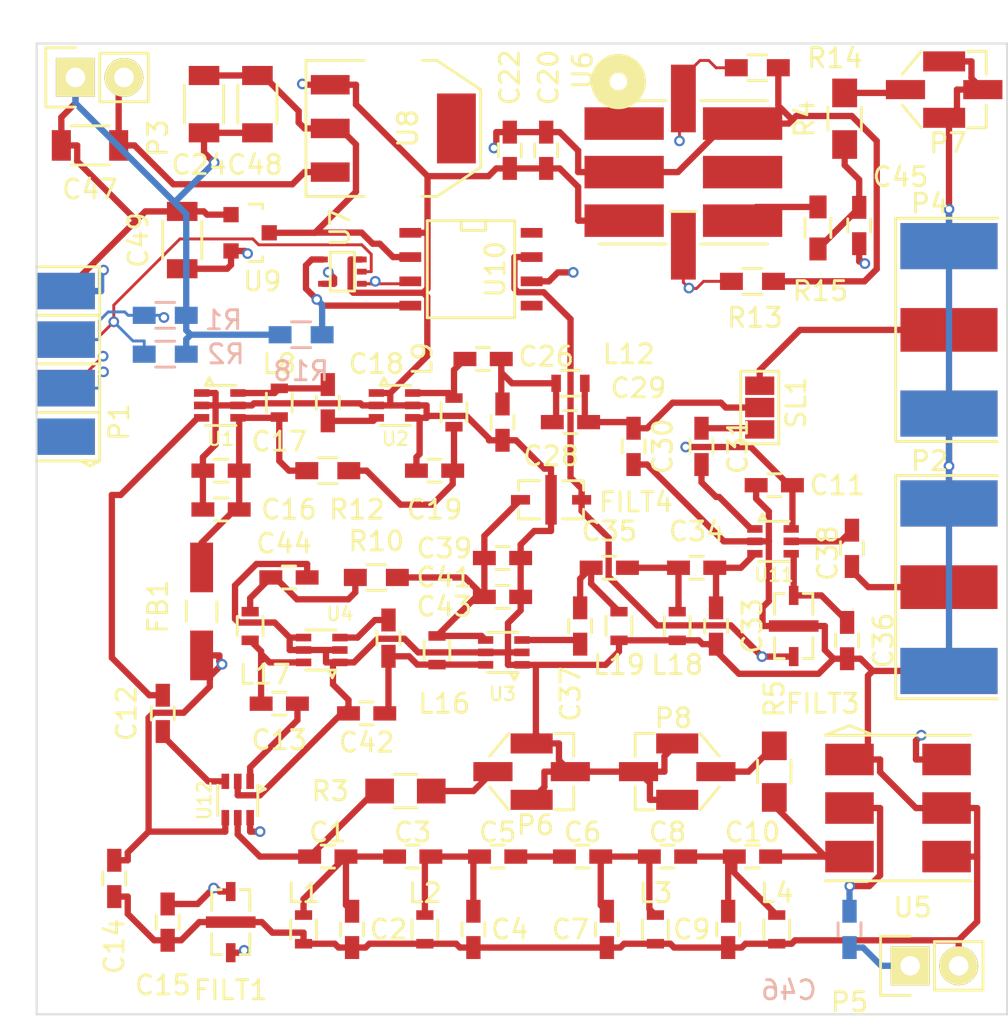
<source format=kicad_pcb>
(kicad_pcb (version 20171130) (host pcbnew "(5.1.12)-1")

  (general
    (thickness 1.6)
    (drawings 4)
    (tracks 644)
    (zones 0)
    (modules 90)
    (nets 59)
  )

  (page A4)
  (layers
    (0 F.Cu signal)
    (1 In1.Cu signal)
    (2 In2.Cu signal)
    (31 B.Cu signal)
    (32 B.Adhes user)
    (33 F.Adhes user hide)
    (34 B.Paste user)
    (35 F.Paste user)
    (36 B.SilkS user)
    (37 F.SilkS user)
    (38 B.Mask user)
    (39 F.Mask user)
    (40 Dwgs.User user)
    (41 Cmts.User user)
    (42 Eco1.User user)
    (43 Eco2.User user)
    (44 Edge.Cuts user)
    (45 Margin user)
    (46 B.CrtYd user)
    (47 F.CrtYd user)
    (48 B.Fab user)
    (49 F.Fab user)
  )

  (setup
    (last_trace_width 0.3302)
    (user_trace_width 0.1524)
    (user_trace_width 0.2032)
    (user_trace_width 0.3302)
    (trace_clearance 0.1524)
    (zone_clearance 0.508)
    (zone_45_only no)
    (trace_min 0.127)
    (via_size 0.5588)
    (via_drill 0.3302)
    (via_min_size 0.3302)
    (via_min_drill 0.254)
    (uvia_size 0.3)
    (uvia_drill 0.1)
    (uvias_allowed no)
    (uvia_min_size 0)
    (uvia_min_drill 0)
    (edge_width 0.1)
    (segment_width 0.2)
    (pcb_text_width 0.3)
    (pcb_text_size 1.5 1.5)
    (mod_edge_width 0.15)
    (mod_text_size 1 1)
    (mod_text_width 0.15)
    (pad_size 1.5 1.5)
    (pad_drill 0.6)
    (pad_to_mask_clearance 0)
    (aux_axis_origin 0 0)
    (visible_elements 7FFFFFFF)
    (pcbplotparams
      (layerselection 0x00030_80000001)
      (usegerberextensions false)
      (usegerberattributes true)
      (usegerberadvancedattributes true)
      (creategerberjobfile true)
      (excludeedgelayer true)
      (linewidth 0.100000)
      (plotframeref false)
      (viasonmask false)
      (mode 1)
      (useauxorigin false)
      (hpglpennumber 1)
      (hpglpenspeed 20)
      (hpglpendiameter 15.000000)
      (psnegative false)
      (psa4output false)
      (plotreference true)
      (plotvalue true)
      (plotinvisibletext false)
      (padsonsilk false)
      (subtractmaskfromsilk false)
      (outputformat 1)
      (mirror false)
      (drillshape 1)
      (scaleselection 1)
      (outputdirectory ""))
  )

  (net 0 "")
  (net 1 "Net-(C1-Pad1)")
  (net 2 "Net-(C1-Pad2)")
  (net 3 GND)
  (net 4 "Net-(C3-Pad1)")
  (net 5 "Net-(C5-Pad1)")
  (net 6 "Net-(C6-Pad1)")
  (net 7 "Net-(C10-Pad2)")
  (net 8 "Net-(C10-Pad1)")
  (net 9 /VTX)
  (net 10 "Net-(C12-Pad1)")
  (net 11 "Net-(C12-Pad2)")
  (net 12 "Net-(C13-Pad1)")
  (net 13 "Net-(C13-Pad2)")
  (net 14 "Net-(C15-Pad1)")
  (net 15 "Net-(C16-Pad1)")
  (net 16 "Net-(C18-Pad1)")
  (net 17 "Net-(C18-Pad2)")
  (net 18 "Net-(C19-Pad1)")
  (net 19 +3.3V)
  (net 20 /3V3)
  (net 21 /5V)
  (net 22 "Net-(C26-Pad1)")
  (net 23 "Net-(C26-Pad2)")
  (net 24 /TX_P)
  (net 25 /TX_SL)
  (net 26 "Net-(C31-Pad2)")
  (net 27 "Net-(C33-Pad1)")
  (net 28 "Net-(C34-Pad1)")
  (net 29 "Net-(C35-Pad1)")
  (net 30 "Net-(C36-Pad1)")
  (net 31 "Net-(C37-Pad1)")
  (net 32 "Net-(C38-Pad1)")
  (net 33 "Net-(C38-Pad2)")
  (net 34 "Net-(C39-Pad1)")
  (net 35 "Net-(C42-Pad2)")
  (net 36 "Net-(C43-Pad1)")
  (net 37 "Net-(C44-Pad1)")
  (net 38 /LO)
  (net 39 "Net-(C45-Pad2)")
  (net 40 /IF)
  (net 41 "Net-(C46-Pad2)")
  (net 42 /VIN)
  (net 43 /VRX)
  (net 44 "Net-(P1-Pad1)")
  (net 45 /SDA)
  (net 46 /EN_TX)
  (net 47 /EN_RX)
  (net 48 /SCL)
  (net 49 "Net-(P1-Pad2)")
  (net 50 "Net-(P4-Pad1)")
  (net 51 "Net-(P6-Pad1)")
  (net 52 "Net-(P7-Pad1)")
  (net 53 "Net-(P8-Pad1)")
  (net 54 "Net-(R15-Pad2)")
  (net 55 "Net-(R18-Pad2)")
  (net 56 "Net-(U6-Pad5)")
  (net 57 "Net-(U10-Pad8)")
  (net 58 "Net-(U10-Pad5)")

  (net_class Default "This is the default net class."
    (clearance 0.1524)
    (trace_width 0.3302)
    (via_dia 0.5588)
    (via_drill 0.3302)
    (uvia_dia 0.3)
    (uvia_drill 0.1)
    (add_net +3.3V)
    (add_net /3V3)
    (add_net /5V)
    (add_net /IF)
    (add_net /LO)
    (add_net /TX_P)
    (add_net /TX_SL)
    (add_net /VIN)
    (add_net /VRX)
    (add_net /VTX)
    (add_net GND)
    (add_net "Net-(C1-Pad1)")
    (add_net "Net-(C1-Pad2)")
    (add_net "Net-(C10-Pad1)")
    (add_net "Net-(C10-Pad2)")
    (add_net "Net-(C12-Pad1)")
    (add_net "Net-(C12-Pad2)")
    (add_net "Net-(C13-Pad1)")
    (add_net "Net-(C13-Pad2)")
    (add_net "Net-(C15-Pad1)")
    (add_net "Net-(C16-Pad1)")
    (add_net "Net-(C18-Pad1)")
    (add_net "Net-(C18-Pad2)")
    (add_net "Net-(C19-Pad1)")
    (add_net "Net-(C26-Pad1)")
    (add_net "Net-(C26-Pad2)")
    (add_net "Net-(C3-Pad1)")
    (add_net "Net-(C31-Pad2)")
    (add_net "Net-(C33-Pad1)")
    (add_net "Net-(C34-Pad1)")
    (add_net "Net-(C35-Pad1)")
    (add_net "Net-(C36-Pad1)")
    (add_net "Net-(C37-Pad1)")
    (add_net "Net-(C38-Pad1)")
    (add_net "Net-(C38-Pad2)")
    (add_net "Net-(C39-Pad1)")
    (add_net "Net-(C42-Pad2)")
    (add_net "Net-(C43-Pad1)")
    (add_net "Net-(C44-Pad1)")
    (add_net "Net-(C45-Pad2)")
    (add_net "Net-(C46-Pad2)")
    (add_net "Net-(C5-Pad1)")
    (add_net "Net-(C6-Pad1)")
    (add_net "Net-(P1-Pad1)")
    (add_net "Net-(P1-Pad2)")
    (add_net "Net-(P4-Pad1)")
    (add_net "Net-(P6-Pad1)")
    (add_net "Net-(P7-Pad1)")
    (add_net "Net-(P8-Pad1)")
    (add_net "Net-(R15-Pad2)")
    (add_net "Net-(R18-Pad2)")
    (add_net "Net-(U10-Pad5)")
    (add_net "Net-(U10-Pad8)")
    (add_net "Net-(U6-Pad5)")
  )

  (net_class Sig ""
    (clearance 0.1524)
    (trace_width 0.1524)
    (via_dia 0.5588)
    (via_drill 0.3302)
    (uvia_dia 0.3)
    (uvia_drill 0.1)
    (add_net /EN_RX)
    (add_net /EN_TX)
    (add_net /SCL)
    (add_net /SDA)
  )

  (module Capacitors_SMD:C_0603_HandSoldering placed (layer F.Cu) (tedit 5568F405) (tstamp 5568F1BB)
    (at 139.7 131.445 180)
    (descr "Capacitor SMD 0603, hand soldering")
    (tags "capacitor 0603")
    (path /551A5272)
    (attr smd)
    (fp_text reference C1 (at 0 1.27 180) (layer F.SilkS)
      (effects (font (size 1 1) (thickness 0.15)))
    )
    (fp_text value 2.7p (at 0 1.9 180) (layer F.Fab)
      (effects (font (size 1 1) (thickness 0.15)))
    )
    (fp_line (start -1.85 -0.75) (end 1.85 -0.75) (layer F.CrtYd) (width 0.05))
    (fp_line (start -1.85 0.75) (end 1.85 0.75) (layer F.CrtYd) (width 0.05))
    (fp_line (start -1.85 -0.75) (end -1.85 0.75) (layer F.CrtYd) (width 0.05))
    (fp_line (start 1.85 -0.75) (end 1.85 0.75) (layer F.CrtYd) (width 0.05))
    (fp_line (start -0.35 -0.6) (end 0.35 -0.6) (layer F.SilkS) (width 0.15))
    (fp_line (start 0.35 0.6) (end -0.35 0.6) (layer F.SilkS) (width 0.15))
    (pad 1 smd rect (at -0.95 0 180) (size 1.2 0.75) (layers F.Cu F.Paste F.Mask)
      (net 1 "Net-(C1-Pad1)"))
    (pad 2 smd rect (at 0.95 0 180) (size 1.2 0.75) (layers F.Cu F.Paste F.Mask)
      (net 2 "Net-(C1-Pad2)"))
    (model Capacitors_SMD.3dshapes/C_0603_HandSoldering.wrl
      (at (xyz 0 0 0))
      (scale (xyz 1 1 1))
      (rotate (xyz 0 0 0))
    )
  )

  (module Capacitors_SMD:C_0603_HandSoldering placed (layer F.Cu) (tedit 5568F421) (tstamp 5568F1C1)
    (at 140.97 135.255 270)
    (descr "Capacitor SMD 0603, hand soldering")
    (tags "capacitor 0603")
    (path /551A5255)
    (attr smd)
    (fp_text reference C2 (at 0 -1.905) (layer F.SilkS)
      (effects (font (size 1 1) (thickness 0.15)))
    )
    (fp_text value 8.2p (at 0 1.9 270) (layer F.Fab)
      (effects (font (size 1 1) (thickness 0.15)))
    )
    (fp_line (start -1.85 -0.75) (end 1.85 -0.75) (layer F.CrtYd) (width 0.05))
    (fp_line (start -1.85 0.75) (end 1.85 0.75) (layer F.CrtYd) (width 0.05))
    (fp_line (start -1.85 -0.75) (end -1.85 0.75) (layer F.CrtYd) (width 0.05))
    (fp_line (start 1.85 -0.75) (end 1.85 0.75) (layer F.CrtYd) (width 0.05))
    (fp_line (start -0.35 -0.6) (end 0.35 -0.6) (layer F.SilkS) (width 0.15))
    (fp_line (start 0.35 0.6) (end -0.35 0.6) (layer F.SilkS) (width 0.15))
    (pad 1 smd rect (at -0.95 0 270) (size 1.2 0.75) (layers F.Cu F.Paste F.Mask)
      (net 1 "Net-(C1-Pad1)"))
    (pad 2 smd rect (at 0.95 0 270) (size 1.2 0.75) (layers F.Cu F.Paste F.Mask)
      (net 3 GND))
    (model Capacitors_SMD.3dshapes/C_0603_HandSoldering.wrl
      (at (xyz 0 0 0))
      (scale (xyz 1 1 1))
      (rotate (xyz 0 0 0))
    )
  )

  (module Capacitors_SMD:C_0603_HandSoldering placed (layer F.Cu) (tedit 5568F408) (tstamp 5568F1C7)
    (at 144.145 131.445 180)
    (descr "Capacitor SMD 0603, hand soldering")
    (tags "capacitor 0603")
    (path /551A5399)
    (attr smd)
    (fp_text reference C3 (at 0 1.27 180) (layer F.SilkS)
      (effects (font (size 1 1) (thickness 0.15)))
    )
    (fp_text value .5p (at 0 1.9 180) (layer F.Fab)
      (effects (font (size 1 1) (thickness 0.15)))
    )
    (fp_line (start -1.85 -0.75) (end 1.85 -0.75) (layer F.CrtYd) (width 0.05))
    (fp_line (start -1.85 0.75) (end 1.85 0.75) (layer F.CrtYd) (width 0.05))
    (fp_line (start -1.85 -0.75) (end -1.85 0.75) (layer F.CrtYd) (width 0.05))
    (fp_line (start 1.85 -0.75) (end 1.85 0.75) (layer F.CrtYd) (width 0.05))
    (fp_line (start -0.35 -0.6) (end 0.35 -0.6) (layer F.SilkS) (width 0.15))
    (fp_line (start 0.35 0.6) (end -0.35 0.6) (layer F.SilkS) (width 0.15))
    (pad 1 smd rect (at -0.95 0 180) (size 1.2 0.75) (layers F.Cu F.Paste F.Mask)
      (net 4 "Net-(C3-Pad1)"))
    (pad 2 smd rect (at 0.95 0 180) (size 1.2 0.75) (layers F.Cu F.Paste F.Mask)
      (net 1 "Net-(C1-Pad1)"))
    (model Capacitors_SMD.3dshapes/C_0603_HandSoldering.wrl
      (at (xyz 0 0 0))
      (scale (xyz 1 1 1))
      (rotate (xyz 0 0 0))
    )
  )

  (module Capacitors_SMD:C_0603_HandSoldering placed (layer F.Cu) (tedit 5568F40C) (tstamp 5568F1CD)
    (at 147.32 135.255 270)
    (descr "Capacitor SMD 0603, hand soldering")
    (tags "capacitor 0603")
    (path /551A55E7)
    (attr smd)
    (fp_text reference C4 (at 0 -1.905) (layer F.SilkS)
      (effects (font (size 1 1) (thickness 0.15)))
    )
    (fp_text value 12p (at 0 1.9 270) (layer F.Fab)
      (effects (font (size 1 1) (thickness 0.15)))
    )
    (fp_line (start -1.85 -0.75) (end 1.85 -0.75) (layer F.CrtYd) (width 0.05))
    (fp_line (start -1.85 0.75) (end 1.85 0.75) (layer F.CrtYd) (width 0.05))
    (fp_line (start -1.85 -0.75) (end -1.85 0.75) (layer F.CrtYd) (width 0.05))
    (fp_line (start 1.85 -0.75) (end 1.85 0.75) (layer F.CrtYd) (width 0.05))
    (fp_line (start -0.35 -0.6) (end 0.35 -0.6) (layer F.SilkS) (width 0.15))
    (fp_line (start 0.35 0.6) (end -0.35 0.6) (layer F.SilkS) (width 0.15))
    (pad 1 smd rect (at -0.95 0 270) (size 1.2 0.75) (layers F.Cu F.Paste F.Mask)
      (net 4 "Net-(C3-Pad1)"))
    (pad 2 smd rect (at 0.95 0 270) (size 1.2 0.75) (layers F.Cu F.Paste F.Mask)
      (net 3 GND))
    (model Capacitors_SMD.3dshapes/C_0603_HandSoldering.wrl
      (at (xyz 0 0 0))
      (scale (xyz 1 1 1))
      (rotate (xyz 0 0 0))
    )
  )

  (module Capacitors_SMD:C_0603_HandSoldering placed (layer F.Cu) (tedit 5568F40A) (tstamp 5568F1D3)
    (at 148.59 131.445 180)
    (descr "Capacitor SMD 0603, hand soldering")
    (tags "capacitor 0603")
    (path /551A55ED)
    (attr smd)
    (fp_text reference C5 (at 0 1.27 180) (layer F.SilkS)
      (effects (font (size 1 1) (thickness 0.15)))
    )
    (fp_text value .5p (at 0 1.9 180) (layer F.Fab)
      (effects (font (size 1 1) (thickness 0.15)))
    )
    (fp_line (start -1.85 -0.75) (end 1.85 -0.75) (layer F.CrtYd) (width 0.05))
    (fp_line (start -1.85 0.75) (end 1.85 0.75) (layer F.CrtYd) (width 0.05))
    (fp_line (start -1.85 -0.75) (end -1.85 0.75) (layer F.CrtYd) (width 0.05))
    (fp_line (start 1.85 -0.75) (end 1.85 0.75) (layer F.CrtYd) (width 0.05))
    (fp_line (start -0.35 -0.6) (end 0.35 -0.6) (layer F.SilkS) (width 0.15))
    (fp_line (start 0.35 0.6) (end -0.35 0.6) (layer F.SilkS) (width 0.15))
    (pad 1 smd rect (at -0.95 0 180) (size 1.2 0.75) (layers F.Cu F.Paste F.Mask)
      (net 5 "Net-(C5-Pad1)"))
    (pad 2 smd rect (at 0.95 0 180) (size 1.2 0.75) (layers F.Cu F.Paste F.Mask)
      (net 4 "Net-(C3-Pad1)"))
    (model Capacitors_SMD.3dshapes/C_0603_HandSoldering.wrl
      (at (xyz 0 0 0))
      (scale (xyz 1 1 1))
      (rotate (xyz 0 0 0))
    )
  )

  (module Capacitors_SMD:C_0603_HandSoldering placed (layer F.Cu) (tedit 5568F417) (tstamp 5568F1D9)
    (at 153.035 131.445 180)
    (descr "Capacitor SMD 0603, hand soldering")
    (tags "capacitor 0603")
    (path /551A6352)
    (attr smd)
    (fp_text reference C6 (at 0 1.27 180) (layer F.SilkS)
      (effects (font (size 1 1) (thickness 0.15)))
    )
    (fp_text value 1p (at 0 1.9 180) (layer F.Fab)
      (effects (font (size 1 1) (thickness 0.15)))
    )
    (fp_line (start -1.85 -0.75) (end 1.85 -0.75) (layer F.CrtYd) (width 0.05))
    (fp_line (start -1.85 0.75) (end 1.85 0.75) (layer F.CrtYd) (width 0.05))
    (fp_line (start -1.85 -0.75) (end -1.85 0.75) (layer F.CrtYd) (width 0.05))
    (fp_line (start 1.85 -0.75) (end 1.85 0.75) (layer F.CrtYd) (width 0.05))
    (fp_line (start -0.35 -0.6) (end 0.35 -0.6) (layer F.SilkS) (width 0.15))
    (fp_line (start 0.35 0.6) (end -0.35 0.6) (layer F.SilkS) (width 0.15))
    (pad 1 smd rect (at -0.95 0 180) (size 1.2 0.75) (layers F.Cu F.Paste F.Mask)
      (net 6 "Net-(C6-Pad1)"))
    (pad 2 smd rect (at 0.95 0 180) (size 1.2 0.75) (layers F.Cu F.Paste F.Mask)
      (net 5 "Net-(C5-Pad1)"))
    (model Capacitors_SMD.3dshapes/C_0603_HandSoldering.wrl
      (at (xyz 0 0 0))
      (scale (xyz 1 1 1))
      (rotate (xyz 0 0 0))
    )
  )

  (module Capacitors_SMD:C_0603_HandSoldering placed (layer F.Cu) (tedit 5568F40F) (tstamp 5568F1DF)
    (at 154.305 135.255 270)
    (descr "Capacitor SMD 0603, hand soldering")
    (tags "capacitor 0603")
    (path /551A57F5)
    (attr smd)
    (fp_text reference C7 (at 0 1.905) (layer F.SilkS)
      (effects (font (size 1 1) (thickness 0.15)))
    )
    (fp_text value 12p (at 0 1.9 270) (layer F.Fab)
      (effects (font (size 1 1) (thickness 0.15)))
    )
    (fp_line (start -1.85 -0.75) (end 1.85 -0.75) (layer F.CrtYd) (width 0.05))
    (fp_line (start -1.85 0.75) (end 1.85 0.75) (layer F.CrtYd) (width 0.05))
    (fp_line (start -1.85 -0.75) (end -1.85 0.75) (layer F.CrtYd) (width 0.05))
    (fp_line (start 1.85 -0.75) (end 1.85 0.75) (layer F.CrtYd) (width 0.05))
    (fp_line (start -0.35 -0.6) (end 0.35 -0.6) (layer F.SilkS) (width 0.15))
    (fp_line (start 0.35 0.6) (end -0.35 0.6) (layer F.SilkS) (width 0.15))
    (pad 1 smd rect (at -0.95 0 270) (size 1.2 0.75) (layers F.Cu F.Paste F.Mask)
      (net 6 "Net-(C6-Pad1)"))
    (pad 2 smd rect (at 0.95 0 270) (size 1.2 0.75) (layers F.Cu F.Paste F.Mask)
      (net 3 GND))
    (model Capacitors_SMD.3dshapes/C_0603_HandSoldering.wrl
      (at (xyz 0 0 0))
      (scale (xyz 1 1 1))
      (rotate (xyz 0 0 0))
    )
  )

  (module Capacitors_SMD:C_0603_HandSoldering placed (layer F.Cu) (tedit 5568F41C) (tstamp 5568F1E5)
    (at 157.48 131.445 180)
    (descr "Capacitor SMD 0603, hand soldering")
    (tags "capacitor 0603")
    (path /551A57FB)
    (attr smd)
    (fp_text reference C8 (at 0 1.27 180) (layer F.SilkS)
      (effects (font (size 1 1) (thickness 0.15)))
    )
    (fp_text value .5p (at 0 1.9 180) (layer F.Fab)
      (effects (font (size 1 1) (thickness 0.15)))
    )
    (fp_line (start -1.85 -0.75) (end 1.85 -0.75) (layer F.CrtYd) (width 0.05))
    (fp_line (start -1.85 0.75) (end 1.85 0.75) (layer F.CrtYd) (width 0.05))
    (fp_line (start -1.85 -0.75) (end -1.85 0.75) (layer F.CrtYd) (width 0.05))
    (fp_line (start 1.85 -0.75) (end 1.85 0.75) (layer F.CrtYd) (width 0.05))
    (fp_line (start -0.35 -0.6) (end 0.35 -0.6) (layer F.SilkS) (width 0.15))
    (fp_line (start 0.35 0.6) (end -0.35 0.6) (layer F.SilkS) (width 0.15))
    (pad 1 smd rect (at -0.95 0 180) (size 1.2 0.75) (layers F.Cu F.Paste F.Mask)
      (net 7 "Net-(C10-Pad2)"))
    (pad 2 smd rect (at 0.95 0 180) (size 1.2 0.75) (layers F.Cu F.Paste F.Mask)
      (net 6 "Net-(C6-Pad1)"))
    (model Capacitors_SMD.3dshapes/C_0603_HandSoldering.wrl
      (at (xyz 0 0 0))
      (scale (xyz 1 1 1))
      (rotate (xyz 0 0 0))
    )
  )

  (module Capacitors_SMD:C_0603_HandSoldering placed (layer F.Cu) (tedit 5568F415) (tstamp 5568F1EB)
    (at 160.655 135.255 270)
    (descr "Capacitor SMD 0603, hand soldering")
    (tags "capacitor 0603")
    (path /551A5807)
    (attr smd)
    (fp_text reference C9 (at 0 1.905) (layer F.SilkS)
      (effects (font (size 1 1) (thickness 0.15)))
    )
    (fp_text value 8.2p (at 0 1.9 270) (layer F.Fab)
      (effects (font (size 1 1) (thickness 0.15)))
    )
    (fp_line (start -1.85 -0.75) (end 1.85 -0.75) (layer F.CrtYd) (width 0.05))
    (fp_line (start -1.85 0.75) (end 1.85 0.75) (layer F.CrtYd) (width 0.05))
    (fp_line (start -1.85 -0.75) (end -1.85 0.75) (layer F.CrtYd) (width 0.05))
    (fp_line (start 1.85 -0.75) (end 1.85 0.75) (layer F.CrtYd) (width 0.05))
    (fp_line (start -0.35 -0.6) (end 0.35 -0.6) (layer F.SilkS) (width 0.15))
    (fp_line (start 0.35 0.6) (end -0.35 0.6) (layer F.SilkS) (width 0.15))
    (pad 1 smd rect (at -0.95 0 270) (size 1.2 0.75) (layers F.Cu F.Paste F.Mask)
      (net 7 "Net-(C10-Pad2)"))
    (pad 2 smd rect (at 0.95 0 270) (size 1.2 0.75) (layers F.Cu F.Paste F.Mask)
      (net 3 GND))
    (model Capacitors_SMD.3dshapes/C_0603_HandSoldering.wrl
      (at (xyz 0 0 0))
      (scale (xyz 1 1 1))
      (rotate (xyz 0 0 0))
    )
  )

  (module Capacitors_SMD:C_0603_HandSoldering placed (layer F.Cu) (tedit 5568F41A) (tstamp 5568F1F1)
    (at 161.925 131.445 180)
    (descr "Capacitor SMD 0603, hand soldering")
    (tags "capacitor 0603")
    (path /551A580D)
    (attr smd)
    (fp_text reference C10 (at 0 1.27 180) (layer F.SilkS)
      (effects (font (size 1 1) (thickness 0.15)))
    )
    (fp_text value 2.7p (at 0 1.9 180) (layer F.Fab)
      (effects (font (size 1 1) (thickness 0.15)))
    )
    (fp_line (start -1.85 -0.75) (end 1.85 -0.75) (layer F.CrtYd) (width 0.05))
    (fp_line (start -1.85 0.75) (end 1.85 0.75) (layer F.CrtYd) (width 0.05))
    (fp_line (start -1.85 -0.75) (end -1.85 0.75) (layer F.CrtYd) (width 0.05))
    (fp_line (start 1.85 -0.75) (end 1.85 0.75) (layer F.CrtYd) (width 0.05))
    (fp_line (start -0.35 -0.6) (end 0.35 -0.6) (layer F.SilkS) (width 0.15))
    (fp_line (start 0.35 0.6) (end -0.35 0.6) (layer F.SilkS) (width 0.15))
    (pad 1 smd rect (at -0.95 0 180) (size 1.2 0.75) (layers F.Cu F.Paste F.Mask)
      (net 8 "Net-(C10-Pad1)"))
    (pad 2 smd rect (at 0.95 0 180) (size 1.2 0.75) (layers F.Cu F.Paste F.Mask)
      (net 7 "Net-(C10-Pad2)"))
    (model Capacitors_SMD.3dshapes/C_0603_HandSoldering.wrl
      (at (xyz 0 0 0))
      (scale (xyz 1 1 1))
      (rotate (xyz 0 0 0))
    )
  )

  (module Capacitors_SMD:C_0603_HandSoldering placed (layer F.Cu) (tedit 556A4773) (tstamp 5568F1F7)
    (at 163.068 112.014 180)
    (descr "Capacitor SMD 0603, hand soldering")
    (tags "capacitor 0603")
    (path /5545AE59)
    (attr smd)
    (fp_text reference C11 (at -3.302 0 180) (layer F.SilkS)
      (effects (font (size 1 1) (thickness 0.15)))
    )
    (fp_text value .01u (at 0 1.9 180) (layer F.Fab)
      (effects (font (size 1 1) (thickness 0.15)))
    )
    (fp_line (start -1.85 -0.75) (end 1.85 -0.75) (layer F.CrtYd) (width 0.05))
    (fp_line (start -1.85 0.75) (end 1.85 0.75) (layer F.CrtYd) (width 0.05))
    (fp_line (start -1.85 -0.75) (end -1.85 0.75) (layer F.CrtYd) (width 0.05))
    (fp_line (start 1.85 -0.75) (end 1.85 0.75) (layer F.CrtYd) (width 0.05))
    (fp_line (start -0.35 -0.6) (end 0.35 -0.6) (layer F.SilkS) (width 0.15))
    (fp_line (start 0.35 0.6) (end -0.35 0.6) (layer F.SilkS) (width 0.15))
    (pad 1 smd rect (at -0.95 0 180) (size 1.2 0.75) (layers F.Cu F.Paste F.Mask)
      (net 9 /VTX))
    (pad 2 smd rect (at 0.95 0 180) (size 1.2 0.75) (layers F.Cu F.Paste F.Mask)
      (net 3 GND))
    (model Capacitors_SMD.3dshapes/C_0603_HandSoldering.wrl
      (at (xyz 0 0 0))
      (scale (xyz 1 1 1))
      (rotate (xyz 0 0 0))
    )
  )

  (module Capacitors_SMD:C_0603_HandSoldering placed (layer F.Cu) (tedit 541A9B4D) (tstamp 5568F1FD)
    (at 131.064 123.952 90)
    (descr "Capacitor SMD 0603, hand soldering")
    (tags "capacitor 0603")
    (path /551B685C)
    (attr smd)
    (fp_text reference C12 (at 0 -1.9 90) (layer F.SilkS)
      (effects (font (size 1 1) (thickness 0.15)))
    )
    (fp_text value 470p (at 0 1.9 90) (layer F.Fab)
      (effects (font (size 1 1) (thickness 0.15)))
    )
    (fp_line (start -1.85 -0.75) (end 1.85 -0.75) (layer F.CrtYd) (width 0.05))
    (fp_line (start -1.85 0.75) (end 1.85 0.75) (layer F.CrtYd) (width 0.05))
    (fp_line (start -1.85 -0.75) (end -1.85 0.75) (layer F.CrtYd) (width 0.05))
    (fp_line (start 1.85 -0.75) (end 1.85 0.75) (layer F.CrtYd) (width 0.05))
    (fp_line (start -0.35 -0.6) (end 0.35 -0.6) (layer F.SilkS) (width 0.15))
    (fp_line (start 0.35 0.6) (end -0.35 0.6) (layer F.SilkS) (width 0.15))
    (pad 1 smd rect (at -0.95 0 90) (size 1.2 0.75) (layers F.Cu F.Paste F.Mask)
      (net 10 "Net-(C12-Pad1)"))
    (pad 2 smd rect (at 0.95 0 90) (size 1.2 0.75) (layers F.Cu F.Paste F.Mask)
      (net 11 "Net-(C12-Pad2)"))
    (model Capacitors_SMD.3dshapes/C_0603_HandSoldering.wrl
      (at (xyz 0 0 0))
      (scale (xyz 1 1 1))
      (rotate (xyz 0 0 0))
    )
  )

  (module Capacitors_SMD:C_0603_HandSoldering placed (layer F.Cu) (tedit 541A9B4D) (tstamp 5568F203)
    (at 137.16 123.444 180)
    (descr "Capacitor SMD 0603, hand soldering")
    (tags "capacitor 0603")
    (path /55455000)
    (attr smd)
    (fp_text reference C13 (at 0 -1.9 180) (layer F.SilkS)
      (effects (font (size 1 1) (thickness 0.15)))
    )
    (fp_text value 470p (at 0 1.9 180) (layer F.Fab)
      (effects (font (size 1 1) (thickness 0.15)))
    )
    (fp_line (start -1.85 -0.75) (end 1.85 -0.75) (layer F.CrtYd) (width 0.05))
    (fp_line (start -1.85 0.75) (end 1.85 0.75) (layer F.CrtYd) (width 0.05))
    (fp_line (start -1.85 -0.75) (end -1.85 0.75) (layer F.CrtYd) (width 0.05))
    (fp_line (start 1.85 -0.75) (end 1.85 0.75) (layer F.CrtYd) (width 0.05))
    (fp_line (start -0.35 -0.6) (end 0.35 -0.6) (layer F.SilkS) (width 0.15))
    (fp_line (start 0.35 0.6) (end -0.35 0.6) (layer F.SilkS) (width 0.15))
    (pad 1 smd rect (at -0.95 0 180) (size 1.2 0.75) (layers F.Cu F.Paste F.Mask)
      (net 12 "Net-(C13-Pad1)"))
    (pad 2 smd rect (at 0.95 0 180) (size 1.2 0.75) (layers F.Cu F.Paste F.Mask)
      (net 13 "Net-(C13-Pad2)"))
    (model Capacitors_SMD.3dshapes/C_0603_HandSoldering.wrl
      (at (xyz 0 0 0))
      (scale (xyz 1 1 1))
      (rotate (xyz 0 0 0))
    )
  )

  (module Capacitors_SMD:C_0603_HandSoldering placed (layer F.Cu) (tedit 556A0572) (tstamp 5568F209)
    (at 128.524 132.588 270)
    (descr "Capacitor SMD 0603, hand soldering")
    (tags "capacitor 0603")
    (path /5545A933)
    (attr smd)
    (fp_text reference C14 (at 3.556 0 270) (layer F.SilkS)
      (effects (font (size 1 1) (thickness 0.15)))
    )
    (fp_text value .01u (at 0 1.9 270) (layer F.Fab)
      (effects (font (size 1 1) (thickness 0.15)))
    )
    (fp_line (start -1.85 -0.75) (end 1.85 -0.75) (layer F.CrtYd) (width 0.05))
    (fp_line (start -1.85 0.75) (end 1.85 0.75) (layer F.CrtYd) (width 0.05))
    (fp_line (start -1.85 -0.75) (end -1.85 0.75) (layer F.CrtYd) (width 0.05))
    (fp_line (start 1.85 -0.75) (end 1.85 0.75) (layer F.CrtYd) (width 0.05))
    (fp_line (start -0.35 -0.6) (end 0.35 -0.6) (layer F.SilkS) (width 0.15))
    (fp_line (start 0.35 0.6) (end -0.35 0.6) (layer F.SilkS) (width 0.15))
    (pad 1 smd rect (at -0.95 0 270) (size 1.2 0.75) (layers F.Cu F.Paste F.Mask)
      (net 9 /VTX))
    (pad 2 smd rect (at 0.95 0 270) (size 1.2 0.75) (layers F.Cu F.Paste F.Mask)
      (net 3 GND))
    (model Capacitors_SMD.3dshapes/C_0603_HandSoldering.wrl
      (at (xyz 0 0 0))
      (scale (xyz 1 1 1))
      (rotate (xyz 0 0 0))
    )
  )

  (module Capacitors_SMD:C_0603_HandSoldering placed (layer F.Cu) (tedit 556A47DA) (tstamp 5568F20F)
    (at 131.318 134.874 270)
    (descr "Capacitor SMD 0603, hand soldering")
    (tags "capacitor 0603")
    (path /551B79D1)
    (attr smd)
    (fp_text reference C15 (at 3.302 0.254 180) (layer F.SilkS)
      (effects (font (size 1 1) (thickness 0.15)))
    )
    (fp_text value .01u (at 0 1.9 270) (layer F.Fab)
      (effects (font (size 1 1) (thickness 0.15)))
    )
    (fp_line (start -1.85 -0.75) (end 1.85 -0.75) (layer F.CrtYd) (width 0.05))
    (fp_line (start -1.85 0.75) (end 1.85 0.75) (layer F.CrtYd) (width 0.05))
    (fp_line (start -1.85 -0.75) (end -1.85 0.75) (layer F.CrtYd) (width 0.05))
    (fp_line (start 1.85 -0.75) (end 1.85 0.75) (layer F.CrtYd) (width 0.05))
    (fp_line (start -0.35 -0.6) (end 0.35 -0.6) (layer F.SilkS) (width 0.15))
    (fp_line (start 0.35 0.6) (end -0.35 0.6) (layer F.SilkS) (width 0.15))
    (pad 1 smd rect (at -0.95 0 270) (size 1.2 0.75) (layers F.Cu F.Paste F.Mask)
      (net 14 "Net-(C15-Pad1)"))
    (pad 2 smd rect (at 0.95 0 270) (size 1.2 0.75) (layers F.Cu F.Paste F.Mask)
      (net 3 GND))
    (model Capacitors_SMD.3dshapes/C_0603_HandSoldering.wrl
      (at (xyz 0 0 0))
      (scale (xyz 1 1 1))
      (rotate (xyz 0 0 0))
    )
  )

  (module Capacitors_SMD:C_0603_HandSoldering placed (layer F.Cu) (tedit 5569FAAE) (tstamp 5568F215)
    (at 134.112 113.284 180)
    (descr "Capacitor SMD 0603, hand soldering")
    (tags "capacitor 0603")
    (path /551BD7DB)
    (attr smd)
    (fp_text reference C16 (at -3.556 0 180) (layer F.SilkS)
      (effects (font (size 1 1) (thickness 0.15)))
    )
    (fp_text value .01u (at 0 1.9 180) (layer F.Fab)
      (effects (font (size 1 1) (thickness 0.15)))
    )
    (fp_line (start -1.85 -0.75) (end 1.85 -0.75) (layer F.CrtYd) (width 0.05))
    (fp_line (start -1.85 0.75) (end 1.85 0.75) (layer F.CrtYd) (width 0.05))
    (fp_line (start -1.85 -0.75) (end -1.85 0.75) (layer F.CrtYd) (width 0.05))
    (fp_line (start 1.85 -0.75) (end 1.85 0.75) (layer F.CrtYd) (width 0.05))
    (fp_line (start -0.35 -0.6) (end 0.35 -0.6) (layer F.SilkS) (width 0.15))
    (fp_line (start 0.35 0.6) (end -0.35 0.6) (layer F.SilkS) (width 0.15))
    (pad 1 smd rect (at -0.95 0 180) (size 1.2 0.75) (layers F.Cu F.Paste F.Mask)
      (net 15 "Net-(C16-Pad1)"))
    (pad 2 smd rect (at 0.95 0 180) (size 1.2 0.75) (layers F.Cu F.Paste F.Mask)
      (net 3 GND))
    (model Capacitors_SMD.3dshapes/C_0603_HandSoldering.wrl
      (at (xyz 0 0 0))
      (scale (xyz 1 1 1))
      (rotate (xyz 0 0 0))
    )
  )

  (module Capacitors_SMD:C_0603_HandSoldering placed (layer F.Cu) (tedit 5569FFE5) (tstamp 5568F21B)
    (at 134.112 111.252 180)
    (descr "Capacitor SMD 0603, hand soldering")
    (tags "capacitor 0603")
    (path /551BA4A7)
    (attr smd)
    (fp_text reference C17 (at -3.048 1.524 180) (layer F.SilkS)
      (effects (font (size 1 1) (thickness 0.15)))
    )
    (fp_text value .01u (at 0 1.9 180) (layer F.Fab)
      (effects (font (size 1 1) (thickness 0.15)))
    )
    (fp_line (start -1.85 -0.75) (end 1.85 -0.75) (layer F.CrtYd) (width 0.05))
    (fp_line (start -1.85 0.75) (end 1.85 0.75) (layer F.CrtYd) (width 0.05))
    (fp_line (start -1.85 -0.75) (end -1.85 0.75) (layer F.CrtYd) (width 0.05))
    (fp_line (start 1.85 -0.75) (end 1.85 0.75) (layer F.CrtYd) (width 0.05))
    (fp_line (start -0.35 -0.6) (end 0.35 -0.6) (layer F.SilkS) (width 0.15))
    (fp_line (start 0.35 0.6) (end -0.35 0.6) (layer F.SilkS) (width 0.15))
    (pad 1 smd rect (at -0.95 0 180) (size 1.2 0.75) (layers F.Cu F.Paste F.Mask)
      (net 15 "Net-(C16-Pad1)"))
    (pad 2 smd rect (at 0.95 0 180) (size 1.2 0.75) (layers F.Cu F.Paste F.Mask)
      (net 3 GND))
    (model Capacitors_SMD.3dshapes/C_0603_HandSoldering.wrl
      (at (xyz 0 0 0))
      (scale (xyz 1 1 1))
      (rotate (xyz 0 0 0))
    )
  )

  (module Capacitors_SMD:C_0603_HandSoldering placed (layer F.Cu) (tedit 5569FFDE) (tstamp 5568F221)
    (at 139.7 107.696 90)
    (descr "Capacitor SMD 0603, hand soldering")
    (tags "capacitor 0603")
    (path /551B9C32)
    (attr smd)
    (fp_text reference C18 (at 2.032 2.54 180) (layer F.SilkS)
      (effects (font (size 1 1) (thickness 0.15)))
    )
    (fp_text value 470p (at 0 1.9 90) (layer F.Fab)
      (effects (font (size 1 1) (thickness 0.15)))
    )
    (fp_line (start -1.85 -0.75) (end 1.85 -0.75) (layer F.CrtYd) (width 0.05))
    (fp_line (start -1.85 0.75) (end 1.85 0.75) (layer F.CrtYd) (width 0.05))
    (fp_line (start -1.85 -0.75) (end -1.85 0.75) (layer F.CrtYd) (width 0.05))
    (fp_line (start 1.85 -0.75) (end 1.85 0.75) (layer F.CrtYd) (width 0.05))
    (fp_line (start -0.35 -0.6) (end 0.35 -0.6) (layer F.SilkS) (width 0.15))
    (fp_line (start 0.35 0.6) (end -0.35 0.6) (layer F.SilkS) (width 0.15))
    (pad 1 smd rect (at -0.95 0 90) (size 1.2 0.75) (layers F.Cu F.Paste F.Mask)
      (net 16 "Net-(C18-Pad1)"))
    (pad 2 smd rect (at 0.95 0 90) (size 1.2 0.75) (layers F.Cu F.Paste F.Mask)
      (net 17 "Net-(C18-Pad2)"))
    (model Capacitors_SMD.3dshapes/C_0603_HandSoldering.wrl
      (at (xyz 0 0 0))
      (scale (xyz 1 1 1))
      (rotate (xyz 0 0 0))
    )
  )

  (module Capacitors_SMD:C_0603_HandSoldering placed (layer F.Cu) (tedit 556A4590) (tstamp 5568F227)
    (at 145.288 111.252 180)
    (descr "Capacitor SMD 0603, hand soldering")
    (tags "capacitor 0603")
    (path /551BB4D8)
    (attr smd)
    (fp_text reference C19 (at 0 -2.032 180) (layer F.SilkS)
      (effects (font (size 1 1) (thickness 0.15)))
    )
    (fp_text value .01u (at 0 1.9 180) (layer F.Fab)
      (effects (font (size 1 1) (thickness 0.15)))
    )
    (fp_line (start -1.85 -0.75) (end 1.85 -0.75) (layer F.CrtYd) (width 0.05))
    (fp_line (start -1.85 0.75) (end 1.85 0.75) (layer F.CrtYd) (width 0.05))
    (fp_line (start -1.85 -0.75) (end -1.85 0.75) (layer F.CrtYd) (width 0.05))
    (fp_line (start 1.85 -0.75) (end 1.85 0.75) (layer F.CrtYd) (width 0.05))
    (fp_line (start -0.35 -0.6) (end 0.35 -0.6) (layer F.SilkS) (width 0.15))
    (fp_line (start 0.35 0.6) (end -0.35 0.6) (layer F.SilkS) (width 0.15))
    (pad 1 smd rect (at -0.95 0 180) (size 1.2 0.75) (layers F.Cu F.Paste F.Mask)
      (net 18 "Net-(C19-Pad1)"))
    (pad 2 smd rect (at 0.95 0 180) (size 1.2 0.75) (layers F.Cu F.Paste F.Mask)
      (net 3 GND))
    (model Capacitors_SMD.3dshapes/C_0603_HandSoldering.wrl
      (at (xyz 0 0 0))
      (scale (xyz 1 1 1))
      (rotate (xyz 0 0 0))
    )
  )

  (module Capacitors_SMD:C_0603_HandSoldering placed (layer F.Cu) (tedit 556A4EE8) (tstamp 5568F22D)
    (at 151.13 94.488 270)
    (descr "Capacitor SMD 0603, hand soldering")
    (tags "capacitor 0603")
    (path /551E6B08)
    (attr smd)
    (fp_text reference C20 (at -3.81 -0.127 270) (layer F.SilkS)
      (effects (font (size 1 1) (thickness 0.15)))
    )
    (fp_text value .01u (at 0 1.9 270) (layer F.Fab)
      (effects (font (size 1 1) (thickness 0.15)))
    )
    (fp_line (start -1.85 -0.75) (end 1.85 -0.75) (layer F.CrtYd) (width 0.05))
    (fp_line (start -1.85 0.75) (end 1.85 0.75) (layer F.CrtYd) (width 0.05))
    (fp_line (start -1.85 -0.75) (end -1.85 0.75) (layer F.CrtYd) (width 0.05))
    (fp_line (start 1.85 -0.75) (end 1.85 0.75) (layer F.CrtYd) (width 0.05))
    (fp_line (start -0.35 -0.6) (end 0.35 -0.6) (layer F.SilkS) (width 0.15))
    (fp_line (start 0.35 0.6) (end -0.35 0.6) (layer F.SilkS) (width 0.15))
    (pad 1 smd rect (at -0.95 0 270) (size 1.2 0.75) (layers F.Cu F.Paste F.Mask)
      (net 19 +3.3V))
    (pad 2 smd rect (at 0.95 0 270) (size 1.2 0.75) (layers F.Cu F.Paste F.Mask)
      (net 3 GND))
    (model Capacitors_SMD.3dshapes/C_0603_HandSoldering.wrl
      (at (xyz 0 0 0))
      (scale (xyz 1 1 1))
      (rotate (xyz 0 0 0))
    )
  )

  (module Capacitors_SMD:C_0603_HandSoldering placed (layer F.Cu) (tedit 556A4EEB) (tstamp 5568F239)
    (at 149.225 94.488 270)
    (descr "Capacitor SMD 0603, hand soldering")
    (tags "capacitor 0603")
    (path /551E683E)
    (attr smd)
    (fp_text reference C22 (at -3.81 0 270) (layer F.SilkS)
      (effects (font (size 1 1) (thickness 0.15)))
    )
    (fp_text value .01u (at 0 1.9 270) (layer F.Fab)
      (effects (font (size 1 1) (thickness 0.15)))
    )
    (fp_line (start -1.85 -0.75) (end 1.85 -0.75) (layer F.CrtYd) (width 0.05))
    (fp_line (start -1.85 0.75) (end 1.85 0.75) (layer F.CrtYd) (width 0.05))
    (fp_line (start -1.85 -0.75) (end -1.85 0.75) (layer F.CrtYd) (width 0.05))
    (fp_line (start 1.85 -0.75) (end 1.85 0.75) (layer F.CrtYd) (width 0.05))
    (fp_line (start -0.35 -0.6) (end 0.35 -0.6) (layer F.SilkS) (width 0.15))
    (fp_line (start 0.35 0.6) (end -0.35 0.6) (layer F.SilkS) (width 0.15))
    (pad 1 smd rect (at -0.95 0 270) (size 1.2 0.75) (layers F.Cu F.Paste F.Mask)
      (net 19 +3.3V))
    (pad 2 smd rect (at 0.95 0 270) (size 1.2 0.75) (layers F.Cu F.Paste F.Mask)
      (net 3 GND))
    (model Capacitors_SMD.3dshapes/C_0603_HandSoldering.wrl
      (at (xyz 0 0 0))
      (scale (xyz 1 1 1))
      (rotate (xyz 0 0 0))
    )
  )

  (module Capacitors_SMD:C_1206 placed (layer F.Cu) (tedit 556A48B5) (tstamp 5568F245)
    (at 133.223 92.075 270)
    (descr "Capacitor SMD 1206, reflow soldering, AVX (see smccp.pdf)")
    (tags "capacitor 1206")
    (path /5564A0F2)
    (attr smd)
    (fp_text reference C24 (at 3.175 0.254) (layer F.SilkS)
      (effects (font (size 1 1) (thickness 0.15)))
    )
    (fp_text value 22u (at 0 2.3 270) (layer F.Fab)
      (effects (font (size 1 1) (thickness 0.15)))
    )
    (fp_line (start -2.3 -1.15) (end 2.3 -1.15) (layer F.CrtYd) (width 0.05))
    (fp_line (start -2.3 1.15) (end 2.3 1.15) (layer F.CrtYd) (width 0.05))
    (fp_line (start -2.3 -1.15) (end -2.3 1.15) (layer F.CrtYd) (width 0.05))
    (fp_line (start 2.3 -1.15) (end 2.3 1.15) (layer F.CrtYd) (width 0.05))
    (fp_line (start 1 -1.025) (end -1 -1.025) (layer F.SilkS) (width 0.15))
    (fp_line (start -1 1.025) (end 1 1.025) (layer F.SilkS) (width 0.15))
    (pad 1 smd rect (at -1.5 0 270) (size 1 1.6) (layers F.Cu F.Paste F.Mask)
      (net 21 /5V))
    (pad 2 smd rect (at 1.5 0 270) (size 1 1.6) (layers F.Cu F.Paste F.Mask)
      (net 3 GND))
    (model Capacitors_SMD.3dshapes/C_1206.wrl
      (at (xyz 0 0 0))
      (scale (xyz 1 1 1))
      (rotate (xyz 0 0 0))
    )
  )

  (module Capacitors_SMD:C_0603_HandSoldering placed (layer F.Cu) (tedit 556BB27B) (tstamp 5568F24B)
    (at 147.828 105.41 180)
    (descr "Capacitor SMD 0603, hand soldering")
    (tags "capacitor 0603")
    (path /551C8591)
    (attr smd)
    (fp_text reference C26 (at -3.302 0.127 180) (layer F.SilkS)
      (effects (font (size 1 1) (thickness 0.15)))
    )
    (fp_text value 15p (at 0 1.9 180) (layer F.Fab)
      (effects (font (size 1 1) (thickness 0.15)))
    )
    (fp_line (start -1.85 -0.75) (end 1.85 -0.75) (layer F.CrtYd) (width 0.05))
    (fp_line (start -1.85 0.75) (end 1.85 0.75) (layer F.CrtYd) (width 0.05))
    (fp_line (start -1.85 -0.75) (end -1.85 0.75) (layer F.CrtYd) (width 0.05))
    (fp_line (start 1.85 -0.75) (end 1.85 0.75) (layer F.CrtYd) (width 0.05))
    (fp_line (start -0.35 -0.6) (end 0.35 -0.6) (layer F.SilkS) (width 0.15))
    (fp_line (start 0.35 0.6) (end -0.35 0.6) (layer F.SilkS) (width 0.15))
    (pad 1 smd rect (at -0.95 0 180) (size 1.2 0.75) (layers F.Cu F.Paste F.Mask)
      (net 22 "Net-(C26-Pad1)"))
    (pad 2 smd rect (at 0.95 0 180) (size 1.2 0.75) (layers F.Cu F.Paste F.Mask)
      (net 23 "Net-(C26-Pad2)"))
    (model Capacitors_SMD.3dshapes/C_0603_HandSoldering.wrl
      (at (xyz 0 0 0))
      (scale (xyz 1 1 1))
      (rotate (xyz 0 0 0))
    )
  )

  (module Capacitors_SMD:C_0603_HandSoldering placed (layer F.Cu) (tedit 556A45A6) (tstamp 5568F251)
    (at 148.844 108.712 90)
    (descr "Capacitor SMD 0603, hand soldering")
    (tags "capacitor 0603")
    (path /551C889C)
    (attr smd)
    (fp_text reference C28 (at -1.778 2.54) (layer F.SilkS)
      (effects (font (size 1 1) (thickness 0.15)))
    )
    (fp_text value 15p (at 0 1.9 90) (layer F.Fab)
      (effects (font (size 1 1) (thickness 0.15)))
    )
    (fp_line (start -1.85 -0.75) (end 1.85 -0.75) (layer F.CrtYd) (width 0.05))
    (fp_line (start -1.85 0.75) (end 1.85 0.75) (layer F.CrtYd) (width 0.05))
    (fp_line (start -1.85 -0.75) (end -1.85 0.75) (layer F.CrtYd) (width 0.05))
    (fp_line (start 1.85 -0.75) (end 1.85 0.75) (layer F.CrtYd) (width 0.05))
    (fp_line (start -0.35 -0.6) (end 0.35 -0.6) (layer F.SilkS) (width 0.15))
    (fp_line (start 0.35 0.6) (end -0.35 0.6) (layer F.SilkS) (width 0.15))
    (pad 1 smd rect (at -0.95 0 90) (size 1.2 0.75) (layers F.Cu F.Paste F.Mask)
      (net 3 GND))
    (pad 2 smd rect (at 0.95 0 90) (size 1.2 0.75) (layers F.Cu F.Paste F.Mask)
      (net 22 "Net-(C26-Pad1)"))
    (model Capacitors_SMD.3dshapes/C_0603_HandSoldering.wrl
      (at (xyz 0 0 0))
      (scale (xyz 1 1 1))
      (rotate (xyz 0 0 0))
    )
  )

  (module Capacitors_SMD:C_0603_HandSoldering placed (layer F.Cu) (tedit 556A45A8) (tstamp 5568F257)
    (at 152.4 108.712)
    (descr "Capacitor SMD 0603, hand soldering")
    (tags "capacitor 0603")
    (path /551C8AD6)
    (attr smd)
    (fp_text reference C29 (at 3.556 -1.778) (layer F.SilkS)
      (effects (font (size 1 1) (thickness 0.15)))
    )
    (fp_text value 8.2p (at 0 1.9) (layer F.Fab)
      (effects (font (size 1 1) (thickness 0.15)))
    )
    (fp_line (start -1.85 -0.75) (end 1.85 -0.75) (layer F.CrtYd) (width 0.05))
    (fp_line (start -1.85 0.75) (end 1.85 0.75) (layer F.CrtYd) (width 0.05))
    (fp_line (start -1.85 -0.75) (end -1.85 0.75) (layer F.CrtYd) (width 0.05))
    (fp_line (start 1.85 -0.75) (end 1.85 0.75) (layer F.CrtYd) (width 0.05))
    (fp_line (start -0.35 -0.6) (end 0.35 -0.6) (layer F.SilkS) (width 0.15))
    (fp_line (start 0.35 0.6) (end -0.35 0.6) (layer F.SilkS) (width 0.15))
    (pad 1 smd rect (at -0.95 0) (size 1.2 0.75) (layers F.Cu F.Paste F.Mask)
      (net 22 "Net-(C26-Pad1)"))
    (pad 2 smd rect (at 0.95 0) (size 1.2 0.75) (layers F.Cu F.Paste F.Mask)
      (net 24 /TX_P))
    (model Capacitors_SMD.3dshapes/C_0603_HandSoldering.wrl
      (at (xyz 0 0 0))
      (scale (xyz 1 1 1))
      (rotate (xyz 0 0 0))
    )
  )

  (module Capacitors_SMD:C_0603_HandSoldering placed (layer F.Cu) (tedit 556A044A) (tstamp 5568F25D)
    (at 155.702 109.982 90)
    (descr "Capacitor SMD 0603, hand soldering")
    (tags "capacitor 0603")
    (path /551C8930)
    (attr smd)
    (fp_text reference C30 (at 0 1.524 90) (layer F.SilkS)
      (effects (font (size 1 1) (thickness 0.15)))
    )
    (fp_text value 15p (at 0 1.9 90) (layer F.Fab)
      (effects (font (size 1 1) (thickness 0.15)))
    )
    (fp_line (start -1.85 -0.75) (end 1.85 -0.75) (layer F.CrtYd) (width 0.05))
    (fp_line (start -1.85 0.75) (end 1.85 0.75) (layer F.CrtYd) (width 0.05))
    (fp_line (start -1.85 -0.75) (end -1.85 0.75) (layer F.CrtYd) (width 0.05))
    (fp_line (start 1.85 -0.75) (end 1.85 0.75) (layer F.CrtYd) (width 0.05))
    (fp_line (start -0.35 -0.6) (end 0.35 -0.6) (layer F.SilkS) (width 0.15))
    (fp_line (start 0.35 0.6) (end -0.35 0.6) (layer F.SilkS) (width 0.15))
    (pad 1 smd rect (at -0.95 0 90) (size 1.2 0.75) (layers F.Cu F.Paste F.Mask)
      (net 3 GND))
    (pad 2 smd rect (at 0.95 0 90) (size 1.2 0.75) (layers F.Cu F.Paste F.Mask)
      (net 24 /TX_P))
    (model Capacitors_SMD.3dshapes/C_0603_HandSoldering.wrl
      (at (xyz 0 0 0))
      (scale (xyz 1 1 1))
      (rotate (xyz 0 0 0))
    )
  )

  (module Capacitors_SMD:C_0603_HandSoldering placed (layer F.Cu) (tedit 541A9B4D) (tstamp 5568F263)
    (at 159.258 109.982 270)
    (descr "Capacitor SMD 0603, hand soldering")
    (tags "capacitor 0603")
    (path /551E1B41)
    (attr smd)
    (fp_text reference C31 (at 0 -1.9 270) (layer F.SilkS)
      (effects (font (size 1 1) (thickness 0.15)))
    )
    (fp_text value 470p (at 0 1.9 270) (layer F.Fab)
      (effects (font (size 1 1) (thickness 0.15)))
    )
    (fp_line (start -1.85 -0.75) (end 1.85 -0.75) (layer F.CrtYd) (width 0.05))
    (fp_line (start -1.85 0.75) (end 1.85 0.75) (layer F.CrtYd) (width 0.05))
    (fp_line (start -1.85 -0.75) (end -1.85 0.75) (layer F.CrtYd) (width 0.05))
    (fp_line (start 1.85 -0.75) (end 1.85 0.75) (layer F.CrtYd) (width 0.05))
    (fp_line (start -0.35 -0.6) (end 0.35 -0.6) (layer F.SilkS) (width 0.15))
    (fp_line (start 0.35 0.6) (end -0.35 0.6) (layer F.SilkS) (width 0.15))
    (pad 1 smd rect (at -0.95 0 270) (size 1.2 0.75) (layers F.Cu F.Paste F.Mask)
      (net 25 /TX_SL))
    (pad 2 smd rect (at 0.95 0 270) (size 1.2 0.75) (layers F.Cu F.Paste F.Mask)
      (net 26 "Net-(C31-Pad2)"))
    (model Capacitors_SMD.3dshapes/C_0603_HandSoldering.wrl
      (at (xyz 0 0 0))
      (scale (xyz 1 1 1))
      (rotate (xyz 0 0 0))
    )
  )

  (module Capacitors_SMD:C_0603_HandSoldering placed (layer F.Cu) (tedit 541A9B4D) (tstamp 5568F269)
    (at 160.02 119.38 270)
    (descr "Capacitor SMD 0603, hand soldering")
    (tags "capacitor 0603")
    (path /551D0A29)
    (attr smd)
    (fp_text reference C33 (at 0 -1.9 270) (layer F.SilkS)
      (effects (font (size 1 1) (thickness 0.15)))
    )
    (fp_text value 47p (at 0 1.9 270) (layer F.Fab)
      (effects (font (size 1 1) (thickness 0.15)))
    )
    (fp_line (start -1.85 -0.75) (end 1.85 -0.75) (layer F.CrtYd) (width 0.05))
    (fp_line (start -1.85 0.75) (end 1.85 0.75) (layer F.CrtYd) (width 0.05))
    (fp_line (start -1.85 -0.75) (end -1.85 0.75) (layer F.CrtYd) (width 0.05))
    (fp_line (start 1.85 -0.75) (end 1.85 0.75) (layer F.CrtYd) (width 0.05))
    (fp_line (start -0.35 -0.6) (end 0.35 -0.6) (layer F.SilkS) (width 0.15))
    (fp_line (start 0.35 0.6) (end -0.35 0.6) (layer F.SilkS) (width 0.15))
    (pad 1 smd rect (at -0.95 0 270) (size 1.2 0.75) (layers F.Cu F.Paste F.Mask)
      (net 27 "Net-(C33-Pad1)"))
    (pad 2 smd rect (at 0.95 0 270) (size 1.2 0.75) (layers F.Cu F.Paste F.Mask)
      (net 3 GND))
    (model Capacitors_SMD.3dshapes/C_0603_HandSoldering.wrl
      (at (xyz 0 0 0))
      (scale (xyz 1 1 1))
      (rotate (xyz 0 0 0))
    )
  )

  (module Capacitors_SMD:C_0603_HandSoldering placed (layer F.Cu) (tedit 541A9B4D) (tstamp 5568F26F)
    (at 159.004 116.332)
    (descr "Capacitor SMD 0603, hand soldering")
    (tags "capacitor 0603")
    (path /551CF557)
    (attr smd)
    (fp_text reference C34 (at 0 -1.9) (layer F.SilkS)
      (effects (font (size 1 1) (thickness 0.15)))
    )
    (fp_text value 12p (at 0 1.9) (layer F.Fab)
      (effects (font (size 1 1) (thickness 0.15)))
    )
    (fp_line (start -1.85 -0.75) (end 1.85 -0.75) (layer F.CrtYd) (width 0.05))
    (fp_line (start -1.85 0.75) (end 1.85 0.75) (layer F.CrtYd) (width 0.05))
    (fp_line (start -1.85 -0.75) (end -1.85 0.75) (layer F.CrtYd) (width 0.05))
    (fp_line (start 1.85 -0.75) (end 1.85 0.75) (layer F.CrtYd) (width 0.05))
    (fp_line (start -0.35 -0.6) (end 0.35 -0.6) (layer F.SilkS) (width 0.15))
    (fp_line (start 0.35 0.6) (end -0.35 0.6) (layer F.SilkS) (width 0.15))
    (pad 1 smd rect (at -0.95 0) (size 1.2 0.75) (layers F.Cu F.Paste F.Mask)
      (net 28 "Net-(C34-Pad1)"))
    (pad 2 smd rect (at 0.95 0) (size 1.2 0.75) (layers F.Cu F.Paste F.Mask)
      (net 27 "Net-(C33-Pad1)"))
    (model Capacitors_SMD.3dshapes/C_0603_HandSoldering.wrl
      (at (xyz 0 0 0))
      (scale (xyz 1 1 1))
      (rotate (xyz 0 0 0))
    )
  )

  (module Capacitors_SMD:C_0603_HandSoldering placed (layer F.Cu) (tedit 541A9B4D) (tstamp 5568F275)
    (at 154.432 116.332)
    (descr "Capacitor SMD 0603, hand soldering")
    (tags "capacitor 0603")
    (path /551D0055)
    (attr smd)
    (fp_text reference C35 (at 0 -1.9) (layer F.SilkS)
      (effects (font (size 1 1) (thickness 0.15)))
    )
    (fp_text value 1p (at 0 1.9) (layer F.Fab)
      (effects (font (size 1 1) (thickness 0.15)))
    )
    (fp_line (start -1.85 -0.75) (end 1.85 -0.75) (layer F.CrtYd) (width 0.05))
    (fp_line (start -1.85 0.75) (end 1.85 0.75) (layer F.CrtYd) (width 0.05))
    (fp_line (start -1.85 -0.75) (end -1.85 0.75) (layer F.CrtYd) (width 0.05))
    (fp_line (start 1.85 -0.75) (end 1.85 0.75) (layer F.CrtYd) (width 0.05))
    (fp_line (start -0.35 -0.6) (end 0.35 -0.6) (layer F.SilkS) (width 0.15))
    (fp_line (start 0.35 0.6) (end -0.35 0.6) (layer F.SilkS) (width 0.15))
    (pad 1 smd rect (at -0.95 0) (size 1.2 0.75) (layers F.Cu F.Paste F.Mask)
      (net 29 "Net-(C35-Pad1)"))
    (pad 2 smd rect (at 0.95 0) (size 1.2 0.75) (layers F.Cu F.Paste F.Mask)
      (net 28 "Net-(C34-Pad1)"))
    (model Capacitors_SMD.3dshapes/C_0603_HandSoldering.wrl
      (at (xyz 0 0 0))
      (scale (xyz 1 1 1))
      (rotate (xyz 0 0 0))
    )
  )

  (module Capacitors_SMD:C_0603_HandSoldering placed (layer F.Cu) (tedit 541A9B4D) (tstamp 5568F27B)
    (at 166.878 120.142 270)
    (descr "Capacitor SMD 0603, hand soldering")
    (tags "capacitor 0603")
    (path /551D8A3B)
    (attr smd)
    (fp_text reference C36 (at 0 -1.9 270) (layer F.SilkS)
      (effects (font (size 1 1) (thickness 0.15)))
    )
    (fp_text value .01u (at 0 1.9 270) (layer F.Fab)
      (effects (font (size 1 1) (thickness 0.15)))
    )
    (fp_line (start -1.85 -0.75) (end 1.85 -0.75) (layer F.CrtYd) (width 0.05))
    (fp_line (start -1.85 0.75) (end 1.85 0.75) (layer F.CrtYd) (width 0.05))
    (fp_line (start -1.85 -0.75) (end -1.85 0.75) (layer F.CrtYd) (width 0.05))
    (fp_line (start 1.85 -0.75) (end 1.85 0.75) (layer F.CrtYd) (width 0.05))
    (fp_line (start -0.35 -0.6) (end 0.35 -0.6) (layer F.SilkS) (width 0.15))
    (fp_line (start 0.35 0.6) (end -0.35 0.6) (layer F.SilkS) (width 0.15))
    (pad 1 smd rect (at -0.95 0 270) (size 1.2 0.75) (layers F.Cu F.Paste F.Mask)
      (net 30 "Net-(C36-Pad1)"))
    (pad 2 smd rect (at 0.95 0 270) (size 1.2 0.75) (layers F.Cu F.Paste F.Mask)
      (net 3 GND))
    (model Capacitors_SMD.3dshapes/C_0603_HandSoldering.wrl
      (at (xyz 0 0 0))
      (scale (xyz 1 1 1))
      (rotate (xyz 0 0 0))
    )
  )

  (module Capacitors_SMD:C_0603_HandSoldering placed (layer F.Cu) (tedit 556A04E0) (tstamp 5568F281)
    (at 152.908 119.38 90)
    (descr "Capacitor SMD 0603, hand soldering")
    (tags "capacitor 0603")
    (path /551D023F)
    (attr smd)
    (fp_text reference C37 (at -3.556 -0.508 90) (layer F.SilkS)
      (effects (font (size 1 1) (thickness 0.15)))
    )
    (fp_text value 12p (at 0 1.9 90) (layer F.Fab)
      (effects (font (size 1 1) (thickness 0.15)))
    )
    (fp_line (start -1.85 -0.75) (end 1.85 -0.75) (layer F.CrtYd) (width 0.05))
    (fp_line (start -1.85 0.75) (end 1.85 0.75) (layer F.CrtYd) (width 0.05))
    (fp_line (start -1.85 -0.75) (end -1.85 0.75) (layer F.CrtYd) (width 0.05))
    (fp_line (start 1.85 -0.75) (end 1.85 0.75) (layer F.CrtYd) (width 0.05))
    (fp_line (start -0.35 -0.6) (end 0.35 -0.6) (layer F.SilkS) (width 0.15))
    (fp_line (start 0.35 0.6) (end -0.35 0.6) (layer F.SilkS) (width 0.15))
    (pad 1 smd rect (at -0.95 0 90) (size 1.2 0.75) (layers F.Cu F.Paste F.Mask)
      (net 31 "Net-(C37-Pad1)"))
    (pad 2 smd rect (at 0.95 0 90) (size 1.2 0.75) (layers F.Cu F.Paste F.Mask)
      (net 29 "Net-(C35-Pad1)"))
    (model Capacitors_SMD.3dshapes/C_0603_HandSoldering.wrl
      (at (xyz 0 0 0))
      (scale (xyz 1 1 1))
      (rotate (xyz 0 0 0))
    )
  )

  (module Capacitors_SMD:C_0603_HandSoldering placed (layer F.Cu) (tedit 556A474F) (tstamp 5568F287)
    (at 167.132 115.316 90)
    (descr "Capacitor SMD 0603, hand soldering")
    (tags "capacitor 0603")
    (path /551DE72F)
    (attr smd)
    (fp_text reference C38 (at -0.254 -1.27 90) (layer F.SilkS)
      (effects (font (size 1 1) (thickness 0.15)))
    )
    (fp_text value 470p (at 0 1.9 90) (layer F.Fab)
      (effects (font (size 1 1) (thickness 0.15)))
    )
    (fp_line (start -1.85 -0.75) (end 1.85 -0.75) (layer F.CrtYd) (width 0.05))
    (fp_line (start -1.85 0.75) (end 1.85 0.75) (layer F.CrtYd) (width 0.05))
    (fp_line (start -1.85 -0.75) (end -1.85 0.75) (layer F.CrtYd) (width 0.05))
    (fp_line (start 1.85 -0.75) (end 1.85 0.75) (layer F.CrtYd) (width 0.05))
    (fp_line (start -0.35 -0.6) (end 0.35 -0.6) (layer F.SilkS) (width 0.15))
    (fp_line (start 0.35 0.6) (end -0.35 0.6) (layer F.SilkS) (width 0.15))
    (pad 1 smd rect (at -0.95 0 90) (size 1.2 0.75) (layers F.Cu F.Paste F.Mask)
      (net 32 "Net-(C38-Pad1)"))
    (pad 2 smd rect (at 0.95 0 90) (size 1.2 0.75) (layers F.Cu F.Paste F.Mask)
      (net 33 "Net-(C38-Pad2)"))
    (model Capacitors_SMD.3dshapes/C_0603_HandSoldering.wrl
      (at (xyz 0 0 0))
      (scale (xyz 1 1 1))
      (rotate (xyz 0 0 0))
    )
  )

  (module Capacitors_SMD:C_0603_HandSoldering placed (layer F.Cu) (tedit 55691370) (tstamp 5568F28D)
    (at 148.844 115.824)
    (descr "Capacitor SMD 0603, hand soldering")
    (tags "capacitor 0603")
    (path /551CAC25)
    (attr smd)
    (fp_text reference C39 (at -3.048 -0.508) (layer F.SilkS)
      (effects (font (size 1 1) (thickness 0.15)))
    )
    (fp_text value .01u (at 0 1.9) (layer F.Fab)
      (effects (font (size 1 1) (thickness 0.15)))
    )
    (fp_line (start -1.85 -0.75) (end 1.85 -0.75) (layer F.CrtYd) (width 0.05))
    (fp_line (start -1.85 0.75) (end 1.85 0.75) (layer F.CrtYd) (width 0.05))
    (fp_line (start -1.85 -0.75) (end -1.85 0.75) (layer F.CrtYd) (width 0.05))
    (fp_line (start 1.85 -0.75) (end 1.85 0.75) (layer F.CrtYd) (width 0.05))
    (fp_line (start -0.35 -0.6) (end 0.35 -0.6) (layer F.SilkS) (width 0.15))
    (fp_line (start 0.35 0.6) (end -0.35 0.6) (layer F.SilkS) (width 0.15))
    (pad 1 smd rect (at -0.95 0) (size 1.2 0.75) (layers F.Cu F.Paste F.Mask)
      (net 34 "Net-(C39-Pad1)"))
    (pad 2 smd rect (at 0.95 0) (size 1.2 0.75) (layers F.Cu F.Paste F.Mask)
      (net 3 GND))
    (model Capacitors_SMD.3dshapes/C_0603_HandSoldering.wrl
      (at (xyz 0 0 0))
      (scale (xyz 1 1 1))
      (rotate (xyz 0 0 0))
    )
  )

  (module Capacitors_SMD:C_0603_HandSoldering placed (layer F.Cu) (tedit 5569136B) (tstamp 5568F299)
    (at 148.844 117.856)
    (descr "Capacitor SMD 0603, hand soldering")
    (tags "capacitor 0603")
    (path /551CABA7)
    (attr smd)
    (fp_text reference C41 (at -3.048 -1.016) (layer F.SilkS)
      (effects (font (size 1 1) (thickness 0.15)))
    )
    (fp_text value .01u (at 0 1.9) (layer F.Fab)
      (effects (font (size 1 1) (thickness 0.15)))
    )
    (fp_line (start -1.85 -0.75) (end 1.85 -0.75) (layer F.CrtYd) (width 0.05))
    (fp_line (start -1.85 0.75) (end 1.85 0.75) (layer F.CrtYd) (width 0.05))
    (fp_line (start -1.85 -0.75) (end -1.85 0.75) (layer F.CrtYd) (width 0.05))
    (fp_line (start 1.85 -0.75) (end 1.85 0.75) (layer F.CrtYd) (width 0.05))
    (fp_line (start -0.35 -0.6) (end 0.35 -0.6) (layer F.SilkS) (width 0.15))
    (fp_line (start 0.35 0.6) (end -0.35 0.6) (layer F.SilkS) (width 0.15))
    (pad 1 smd rect (at -0.95 0) (size 1.2 0.75) (layers F.Cu F.Paste F.Mask)
      (net 34 "Net-(C39-Pad1)"))
    (pad 2 smd rect (at 0.95 0) (size 1.2 0.75) (layers F.Cu F.Paste F.Mask)
      (net 3 GND))
    (model Capacitors_SMD.3dshapes/C_0603_HandSoldering.wrl
      (at (xyz 0 0 0))
      (scale (xyz 1 1 1))
      (rotate (xyz 0 0 0))
    )
  )

  (module Capacitors_SMD:C_0603_HandSoldering placed (layer F.Cu) (tedit 55691AF1) (tstamp 5568F29F)
    (at 141.732 123.952)
    (descr "Capacitor SMD 0603, hand soldering")
    (tags "capacitor 0603")
    (path /551CE9E4)
    (attr smd)
    (fp_text reference C42 (at 0 1.524) (layer F.SilkS)
      (effects (font (size 1 1) (thickness 0.15)))
    )
    (fp_text value 33p (at 0 1.9) (layer F.Fab)
      (effects (font (size 1 1) (thickness 0.15)))
    )
    (fp_line (start -1.85 -0.75) (end 1.85 -0.75) (layer F.CrtYd) (width 0.05))
    (fp_line (start -1.85 0.75) (end 1.85 0.75) (layer F.CrtYd) (width 0.05))
    (fp_line (start -1.85 -0.75) (end -1.85 0.75) (layer F.CrtYd) (width 0.05))
    (fp_line (start 1.85 -0.75) (end 1.85 0.75) (layer F.CrtYd) (width 0.05))
    (fp_line (start -0.35 -0.6) (end 0.35 -0.6) (layer F.SilkS) (width 0.15))
    (fp_line (start 0.35 0.6) (end -0.35 0.6) (layer F.SilkS) (width 0.15))
    (pad 1 smd rect (at -0.95 0) (size 1.2 0.75) (layers F.Cu F.Paste F.Mask)
      (net 3 GND))
    (pad 2 smd rect (at 0.95 0) (size 1.2 0.75) (layers F.Cu F.Paste F.Mask)
      (net 35 "Net-(C42-Pad2)"))
    (model Capacitors_SMD.3dshapes/C_0603_HandSoldering.wrl
      (at (xyz 0 0 0))
      (scale (xyz 1 1 1))
      (rotate (xyz 0 0 0))
    )
  )

  (module Capacitors_SMD:C_0603_HandSoldering placed (layer F.Cu) (tedit 55691150) (tstamp 5568F2A5)
    (at 142.875 120.015 270)
    (descr "Capacitor SMD 0603, hand soldering")
    (tags "capacitor 0603")
    (path /551CAB93)
    (attr smd)
    (fp_text reference C43 (at -1.651 -2.921 180) (layer F.SilkS)
      (effects (font (size 1 1) (thickness 0.15)))
    )
    (fp_text value 470p (at 0 1.9 270) (layer F.Fab)
      (effects (font (size 1 1) (thickness 0.15)))
    )
    (fp_line (start -1.85 -0.75) (end 1.85 -0.75) (layer F.CrtYd) (width 0.05))
    (fp_line (start -1.85 0.75) (end 1.85 0.75) (layer F.CrtYd) (width 0.05))
    (fp_line (start -1.85 -0.75) (end -1.85 0.75) (layer F.CrtYd) (width 0.05))
    (fp_line (start 1.85 -0.75) (end 1.85 0.75) (layer F.CrtYd) (width 0.05))
    (fp_line (start -0.35 -0.6) (end 0.35 -0.6) (layer F.SilkS) (width 0.15))
    (fp_line (start 0.35 0.6) (end -0.35 0.6) (layer F.SilkS) (width 0.15))
    (pad 1 smd rect (at -0.95 0 270) (size 1.2 0.75) (layers F.Cu F.Paste F.Mask)
      (net 36 "Net-(C43-Pad1)"))
    (pad 2 smd rect (at 0.95 0 270) (size 1.2 0.75) (layers F.Cu F.Paste F.Mask)
      (net 35 "Net-(C42-Pad2)"))
    (model Capacitors_SMD.3dshapes/C_0603_HandSoldering.wrl
      (at (xyz 0 0 0))
      (scale (xyz 1 1 1))
      (rotate (xyz 0 0 0))
    )
  )

  (module Capacitors_SMD:C_0603_HandSoldering placed (layer F.Cu) (tedit 556A45F2) (tstamp 5568F2AB)
    (at 137.668 116.84)
    (descr "Capacitor SMD 0603, hand soldering")
    (tags "capacitor 0603")
    (path /551CABE4)
    (attr smd)
    (fp_text reference C44 (at -0.254 -1.778) (layer F.SilkS)
      (effects (font (size 1 1) (thickness 0.15)))
    )
    (fp_text value .01u (at 0 1.9) (layer F.Fab)
      (effects (font (size 1 1) (thickness 0.15)))
    )
    (fp_line (start -1.85 -0.75) (end 1.85 -0.75) (layer F.CrtYd) (width 0.05))
    (fp_line (start -1.85 0.75) (end 1.85 0.75) (layer F.CrtYd) (width 0.05))
    (fp_line (start -1.85 -0.75) (end -1.85 0.75) (layer F.CrtYd) (width 0.05))
    (fp_line (start 1.85 -0.75) (end 1.85 0.75) (layer F.CrtYd) (width 0.05))
    (fp_line (start -0.35 -0.6) (end 0.35 -0.6) (layer F.SilkS) (width 0.15))
    (fp_line (start 0.35 0.6) (end -0.35 0.6) (layer F.SilkS) (width 0.15))
    (pad 1 smd rect (at -0.95 0) (size 1.2 0.75) (layers F.Cu F.Paste F.Mask)
      (net 37 "Net-(C44-Pad1)"))
    (pad 2 smd rect (at 0.95 0) (size 1.2 0.75) (layers F.Cu F.Paste F.Mask)
      (net 3 GND))
    (model Capacitors_SMD.3dshapes/C_0603_HandSoldering.wrl
      (at (xyz 0 0 0))
      (scale (xyz 1 1 1))
      (rotate (xyz 0 0 0))
    )
  )

  (module Capacitors_SMD:C_0603_HandSoldering placed (layer F.Cu) (tedit 556A4988) (tstamp 5568F2B1)
    (at 167.513 98.425 90)
    (descr "Capacitor SMD 0603, hand soldering")
    (tags "capacitor 0603")
    (path /551E3592)
    (attr smd)
    (fp_text reference C45 (at 2.54 2.159 180) (layer F.SilkS)
      (effects (font (size 1 1) (thickness 0.15)))
    )
    (fp_text value 470p (at 0 1.9 90) (layer F.Fab)
      (effects (font (size 1 1) (thickness 0.15)))
    )
    (fp_line (start -1.85 -0.75) (end 1.85 -0.75) (layer F.CrtYd) (width 0.05))
    (fp_line (start -1.85 0.75) (end 1.85 0.75) (layer F.CrtYd) (width 0.05))
    (fp_line (start -1.85 -0.75) (end -1.85 0.75) (layer F.CrtYd) (width 0.05))
    (fp_line (start 1.85 -0.75) (end 1.85 0.75) (layer F.CrtYd) (width 0.05))
    (fp_line (start -0.35 -0.6) (end 0.35 -0.6) (layer F.SilkS) (width 0.15))
    (fp_line (start 0.35 0.6) (end -0.35 0.6) (layer F.SilkS) (width 0.15))
    (pad 1 smd rect (at -0.95 0 90) (size 1.2 0.75) (layers F.Cu F.Paste F.Mask)
      (net 38 /LO))
    (pad 2 smd rect (at 0.95 0 90) (size 1.2 0.75) (layers F.Cu F.Paste F.Mask)
      (net 39 "Net-(C45-Pad2)"))
    (model Capacitors_SMD.3dshapes/C_0603_HandSoldering.wrl
      (at (xyz 0 0 0))
      (scale (xyz 1 1 1))
      (rotate (xyz 0 0 0))
    )
  )

  (module Capacitors_SMD:C_0603_HandSoldering placed (layer B.Cu) (tedit 55690B56) (tstamp 5568F2B7)
    (at 167.005 135.255 90)
    (descr "Capacitor SMD 0603, hand soldering")
    (tags "capacitor 0603")
    (path /551E7EB9)
    (attr smd)
    (fp_text reference C46 (at -3.175 -3.175 180) (layer B.SilkS)
      (effects (font (size 1 1) (thickness 0.15)) (justify mirror))
    )
    (fp_text value 470p (at 0 -1.9 90) (layer B.Fab)
      (effects (font (size 1 1) (thickness 0.15)) (justify mirror))
    )
    (fp_line (start -1.85 0.75) (end 1.85 0.75) (layer B.CrtYd) (width 0.05))
    (fp_line (start -1.85 -0.75) (end 1.85 -0.75) (layer B.CrtYd) (width 0.05))
    (fp_line (start -1.85 0.75) (end -1.85 -0.75) (layer B.CrtYd) (width 0.05))
    (fp_line (start 1.85 0.75) (end 1.85 -0.75) (layer B.CrtYd) (width 0.05))
    (fp_line (start -0.35 0.6) (end 0.35 0.6) (layer B.SilkS) (width 0.15))
    (fp_line (start 0.35 -0.6) (end -0.35 -0.6) (layer B.SilkS) (width 0.15))
    (pad 1 smd rect (at -0.95 0 90) (size 1.2 0.75) (layers B.Cu B.Paste B.Mask)
      (net 40 /IF))
    (pad 2 smd rect (at 0.95 0 90) (size 1.2 0.75) (layers B.Cu B.Paste B.Mask)
      (net 41 "Net-(C46-Pad2)"))
    (model Capacitors_SMD.3dshapes/C_0603_HandSoldering.wrl
      (at (xyz 0 0 0))
      (scale (xyz 1 1 1))
      (rotate (xyz 0 0 0))
    )
  )

  (module Capacitors_SMD:C_1206 placed (layer F.Cu) (tedit 5415D7BD) (tstamp 5568F2BD)
    (at 127.254 94.234 180)
    (descr "Capacitor SMD 1206, reflow soldering, AVX (see smccp.pdf)")
    (tags "capacitor 1206")
    (path /55218E87)
    (attr smd)
    (fp_text reference C47 (at 0 -2.3 180) (layer F.SilkS)
      (effects (font (size 1 1) (thickness 0.15)))
    )
    (fp_text value 22u (at 0 2.3 180) (layer F.Fab)
      (effects (font (size 1 1) (thickness 0.15)))
    )
    (fp_line (start -2.3 -1.15) (end 2.3 -1.15) (layer F.CrtYd) (width 0.05))
    (fp_line (start -2.3 1.15) (end 2.3 1.15) (layer F.CrtYd) (width 0.05))
    (fp_line (start -2.3 -1.15) (end -2.3 1.15) (layer F.CrtYd) (width 0.05))
    (fp_line (start 2.3 -1.15) (end 2.3 1.15) (layer F.CrtYd) (width 0.05))
    (fp_line (start 1 -1.025) (end -1 -1.025) (layer F.SilkS) (width 0.15))
    (fp_line (start -1 1.025) (end 1 1.025) (layer F.SilkS) (width 0.15))
    (pad 1 smd rect (at -1.5 0 180) (size 1 1.6) (layers F.Cu F.Paste F.Mask)
      (net 42 /VIN))
    (pad 2 smd rect (at 1.5 0 180) (size 1 1.6) (layers F.Cu F.Paste F.Mask)
      (net 3 GND))
    (model Capacitors_SMD.3dshapes/C_1206.wrl
      (at (xyz 0 0 0))
      (scale (xyz 1 1 1))
      (rotate (xyz 0 0 0))
    )
  )

  (module Capacitors_SMD:C_1206 placed (layer F.Cu) (tedit 556A48B1) (tstamp 5568F2C3)
    (at 136.017 92.075 270)
    (descr "Capacitor SMD 1206, reflow soldering, AVX (see smccp.pdf)")
    (tags "capacitor 1206")
    (path /552190A1)
    (attr smd)
    (fp_text reference C48 (at 3.175 0.127) (layer F.SilkS)
      (effects (font (size 1 1) (thickness 0.15)))
    )
    (fp_text value 22u (at 0 2.3 270) (layer F.Fab)
      (effects (font (size 1 1) (thickness 0.15)))
    )
    (fp_line (start -2.3 -1.15) (end 2.3 -1.15) (layer F.CrtYd) (width 0.05))
    (fp_line (start -2.3 1.15) (end 2.3 1.15) (layer F.CrtYd) (width 0.05))
    (fp_line (start -2.3 -1.15) (end -2.3 1.15) (layer F.CrtYd) (width 0.05))
    (fp_line (start 2.3 -1.15) (end 2.3 1.15) (layer F.CrtYd) (width 0.05))
    (fp_line (start 1 -1.025) (end -1 -1.025) (layer F.SilkS) (width 0.15))
    (fp_line (start -1 1.025) (end 1 1.025) (layer F.SilkS) (width 0.15))
    (pad 1 smd rect (at -1.5 0 270) (size 1 1.6) (layers F.Cu F.Paste F.Mask)
      (net 21 /5V))
    (pad 2 smd rect (at 1.5 0 270) (size 1 1.6) (layers F.Cu F.Paste F.Mask)
      (net 3 GND))
    (model Capacitors_SMD.3dshapes/C_1206.wrl
      (at (xyz 0 0 0))
      (scale (xyz 1 1 1))
      (rotate (xyz 0 0 0))
    )
  )

  (module Capacitors_SMD:C_1206 placed (layer F.Cu) (tedit 5415D7BD) (tstamp 5568F2C9)
    (at 132.08 99.187 90)
    (descr "Capacitor SMD 1206, reflow soldering, AVX (see smccp.pdf)")
    (tags "capacitor 1206")
    (path /552192E1)
    (attr smd)
    (fp_text reference C49 (at 0 -2.3 90) (layer F.SilkS)
      (effects (font (size 1 1) (thickness 0.15)))
    )
    (fp_text value 22u (at 0 2.3 90) (layer F.Fab)
      (effects (font (size 1 1) (thickness 0.15)))
    )
    (fp_line (start -2.3 -1.15) (end 2.3 -1.15) (layer F.CrtYd) (width 0.05))
    (fp_line (start -2.3 1.15) (end 2.3 1.15) (layer F.CrtYd) (width 0.05))
    (fp_line (start -2.3 -1.15) (end -2.3 1.15) (layer F.CrtYd) (width 0.05))
    (fp_line (start 2.3 -1.15) (end 2.3 1.15) (layer F.CrtYd) (width 0.05))
    (fp_line (start 1 -1.025) (end -1 -1.025) (layer F.SilkS) (width 0.15))
    (fp_line (start -1 1.025) (end 1 1.025) (layer F.SilkS) (width 0.15))
    (pad 1 smd rect (at -1.5 0 90) (size 1 1.6) (layers F.Cu F.Paste F.Mask)
      (net 19 +3.3V))
    (pad 2 smd rect (at 1.5 0 90) (size 1 1.6) (layers F.Cu F.Paste F.Mask)
      (net 3 GND))
    (model Capacitors_SMD.3dshapes/C_1206.wrl
      (at (xyz 0 0 0))
      (scale (xyz 1 1 1))
      (rotate (xyz 0 0 0))
    )
  )

  (module Choke_SMD:Choke_SMD_1206_Handsoldering placed (layer F.Cu) (tedit 556A45EB) (tstamp 5568F2CF)
    (at 133.096 118.618 270)
    (descr "Choke, Drossel, SMD, 1206, Handsoldering,")
    (tags "Choke, Drossel, SMD, 1206, Handsoldering,")
    (path /551BA6D2)
    (attr smd)
    (fp_text reference FB1 (at -0.254 2.286 270) (layer F.SilkS)
      (effects (font (size 1 1) (thickness 0.15)))
    )
    (fp_text value FILTER (at 0 2.54 270) (layer F.Fab)
      (effects (font (size 1 1) (thickness 0.15)))
    )
    (fp_line (start -0.55118 0.8001) (end 0.50038 0.8001) (layer F.SilkS) (width 0.15))
    (fp_line (start 0.55118 -0.8001) (end -0.50038 -0.8001) (layer F.SilkS) (width 0.15))
    (pad 1 smd rect (at -2.30124 0 270) (size 2.59842 1.19888) (layers F.Cu F.Paste F.Mask)
      (net 15 "Net-(C16-Pad1)"))
    (pad 2 smd rect (at 2.30124 0 270) (size 2.60096 1.19888) (layers F.Cu F.Paste F.Mask)
      (net 9 /VTX))
  )

  (module exp-1:FILTACH32T placed (layer F.Cu) (tedit 556A052C) (tstamp 5568F2D6)
    (at 134.62 134.874 270)
    (path /551B778C)
    (fp_text reference FILT1 (at 3.556 0) (layer F.SilkS)
      (effects (font (size 1 1) (thickness 0.15)))
    )
    (fp_text value MTFILT (at 7.62 5.08 270) (layer F.Fab) hide
      (effects (font (size 1 1) (thickness 0.15)))
    )
    (fp_line (start -1.7 -1) (end -0.6 -1) (layer F.SilkS) (width 0.15))
    (fp_line (start -1.7 -0.5) (end -1.7 -1) (layer F.SilkS) (width 0.15))
    (fp_line (start 1.7 1) (end 0.6 1) (layer F.SilkS) (width 0.15))
    (fp_line (start 1.7 0.5) (end 1.7 1) (layer F.SilkS) (width 0.15))
    (fp_line (start 1.7 -1) (end 0.6 -1) (layer F.SilkS) (width 0.15))
    (fp_line (start 1.7 -1) (end 1.7 -0.5) (layer F.SilkS) (width 0.15))
    (fp_line (start -1.7 1) (end -0.6 1) (layer F.SilkS) (width 0.15))
    (fp_line (start -1.7 1) (end -1.7 0.5) (layer F.SilkS) (width 0.15))
    (pad 2 smd rect (at 0 0 270) (size 0.6 2.6) (layers F.Cu F.Paste F.Mask)
      (net 3 GND))
    (pad 1 smd rect (at -1.6 0 270) (size 1 0.5) (layers F.Cu F.Paste F.Mask)
      (net 14 "Net-(C15-Pad1)"))
    (pad 3 smd rect (at 1.6 0 270) (size 1 0.5) (layers F.Cu F.Paste F.Mask)
      (net 43 /VRX))
  )

  (module exp-1:FILTACH32T placed (layer F.Cu) (tedit 556A473F) (tstamp 5568F2DD)
    (at 164.084 119.38 270)
    (path /551D81F7)
    (fp_text reference FILT3 (at 4.064 -1.524) (layer F.SilkS)
      (effects (font (size 1 1) (thickness 0.15)))
    )
    (fp_text value MTFILT (at 7.62 5.08 270) (layer F.Fab) hide
      (effects (font (size 1 1) (thickness 0.15)))
    )
    (fp_line (start -1.7 -1) (end -0.6 -1) (layer F.SilkS) (width 0.15))
    (fp_line (start -1.7 -0.5) (end -1.7 -1) (layer F.SilkS) (width 0.15))
    (fp_line (start 1.7 1) (end 0.6 1) (layer F.SilkS) (width 0.15))
    (fp_line (start 1.7 0.5) (end 1.7 1) (layer F.SilkS) (width 0.15))
    (fp_line (start 1.7 -1) (end 0.6 -1) (layer F.SilkS) (width 0.15))
    (fp_line (start 1.7 -1) (end 1.7 -0.5) (layer F.SilkS) (width 0.15))
    (fp_line (start -1.7 1) (end -0.6 1) (layer F.SilkS) (width 0.15))
    (fp_line (start -1.7 1) (end -1.7 0.5) (layer F.SilkS) (width 0.15))
    (pad 2 smd rect (at 0 0 270) (size 0.6 2.6) (layers F.Cu F.Paste F.Mask)
      (net 3 GND))
    (pad 1 smd rect (at -1.6 0 270) (size 1 0.5) (layers F.Cu F.Paste F.Mask)
      (net 30 "Net-(C36-Pad1)"))
    (pad 3 smd rect (at 1.6 0 270) (size 1 0.5) (layers F.Cu F.Paste F.Mask)
      (net 43 /VRX))
  )

  (module exp-1:FILTACH32T placed (layer F.Cu) (tedit 556BB26E) (tstamp 5568F2E4)
    (at 151.384 112.776)
    (path /551CC2DC)
    (fp_text reference FILT4 (at 4.445 0.127) (layer F.SilkS)
      (effects (font (size 1 1) (thickness 0.15)))
    )
    (fp_text value MTFILT (at 7.62 5.08) (layer F.Fab) hide
      (effects (font (size 1 1) (thickness 0.15)))
    )
    (fp_line (start -1.7 -1) (end -0.6 -1) (layer F.SilkS) (width 0.15))
    (fp_line (start -1.7 -0.5) (end -1.7 -1) (layer F.SilkS) (width 0.15))
    (fp_line (start 1.7 1) (end 0.6 1) (layer F.SilkS) (width 0.15))
    (fp_line (start 1.7 0.5) (end 1.7 1) (layer F.SilkS) (width 0.15))
    (fp_line (start 1.7 -1) (end 0.6 -1) (layer F.SilkS) (width 0.15))
    (fp_line (start 1.7 -1) (end 1.7 -0.5) (layer F.SilkS) (width 0.15))
    (fp_line (start -1.7 1) (end -0.6 1) (layer F.SilkS) (width 0.15))
    (fp_line (start -1.7 1) (end -1.7 0.5) (layer F.SilkS) (width 0.15))
    (pad 2 smd rect (at 0 0) (size 0.6 2.6) (layers F.Cu F.Paste F.Mask)
      (net 3 GND))
    (pad 1 smd rect (at -1.6 0) (size 1 0.5) (layers F.Cu F.Paste F.Mask)
      (net 34 "Net-(C39-Pad1)"))
    (pad 3 smd rect (at 1.6 0) (size 1 0.5) (layers F.Cu F.Paste F.Mask)
      (net 43 /VRX))
  )

  (module Resistors_SMD:R_0603 placed (layer F.Cu) (tedit 5568F3F0) (tstamp 5568F2EA)
    (at 138.43 135.255 270)
    (descr "Resistor SMD 0603, reflow soldering, Vishay (see dcrcw.pdf)")
    (tags "resistor 0603")
    (path /551A5228)
    (attr smd)
    (fp_text reference L1 (at -1.905 0) (layer F.SilkS)
      (effects (font (size 1 1) (thickness 0.15)))
    )
    (fp_text value 100n (at 0 1.9 270) (layer F.Fab)
      (effects (font (size 1 1) (thickness 0.15)))
    )
    (fp_line (start -1.3 -0.8) (end 1.3 -0.8) (layer F.CrtYd) (width 0.05))
    (fp_line (start -1.3 0.8) (end 1.3 0.8) (layer F.CrtYd) (width 0.05))
    (fp_line (start -1.3 -0.8) (end -1.3 0.8) (layer F.CrtYd) (width 0.05))
    (fp_line (start 1.3 -0.8) (end 1.3 0.8) (layer F.CrtYd) (width 0.05))
    (fp_line (start 0.5 0.675) (end -0.5 0.675) (layer F.SilkS) (width 0.15))
    (fp_line (start -0.5 -0.675) (end 0.5 -0.675) (layer F.SilkS) (width 0.15))
    (pad 1 smd rect (at -0.75 0 270) (size 0.5 0.9) (layers F.Cu F.Paste F.Mask)
      (net 1 "Net-(C1-Pad1)"))
    (pad 2 smd rect (at 0.75 0 270) (size 0.5 0.9) (layers F.Cu F.Paste F.Mask)
      (net 3 GND))
    (model Resistors_SMD.3dshapes/R_0603.wrl
      (at (xyz 0 0 0))
      (scale (xyz 1 1 1))
      (rotate (xyz 0 0 0))
    )
  )

  (module Resistors_SMD:R_0603 placed (layer F.Cu) (tedit 5568F3DB) (tstamp 5568F2F0)
    (at 144.78 135.255 270)
    (descr "Resistor SMD 0603, reflow soldering, Vishay (see dcrcw.pdf)")
    (tags "resistor 0603")
    (path /551A55E1)
    (attr smd)
    (fp_text reference L2 (at -1.905 0) (layer F.SilkS)
      (effects (font (size 1 1) (thickness 0.15)))
    )
    (fp_text value 91n (at 0 1.9 270) (layer F.Fab)
      (effects (font (size 1 1) (thickness 0.15)))
    )
    (fp_line (start -1.3 -0.8) (end 1.3 -0.8) (layer F.CrtYd) (width 0.05))
    (fp_line (start -1.3 0.8) (end 1.3 0.8) (layer F.CrtYd) (width 0.05))
    (fp_line (start -1.3 -0.8) (end -1.3 0.8) (layer F.CrtYd) (width 0.05))
    (fp_line (start 1.3 -0.8) (end 1.3 0.8) (layer F.CrtYd) (width 0.05))
    (fp_line (start 0.5 0.675) (end -0.5 0.675) (layer F.SilkS) (width 0.15))
    (fp_line (start -0.5 -0.675) (end 0.5 -0.675) (layer F.SilkS) (width 0.15))
    (pad 1 smd rect (at -0.75 0 270) (size 0.5 0.9) (layers F.Cu F.Paste F.Mask)
      (net 4 "Net-(C3-Pad1)"))
    (pad 2 smd rect (at 0.75 0 270) (size 0.5 0.9) (layers F.Cu F.Paste F.Mask)
      (net 3 GND))
    (model Resistors_SMD.3dshapes/R_0603.wrl
      (at (xyz 0 0 0))
      (scale (xyz 1 1 1))
      (rotate (xyz 0 0 0))
    )
  )

  (module Resistors_SMD:R_0603 placed (layer F.Cu) (tedit 5568F3D8) (tstamp 5568F2F6)
    (at 156.845 135.255 270)
    (descr "Resistor SMD 0603, reflow soldering, Vishay (see dcrcw.pdf)")
    (tags "resistor 0603")
    (path /551A57EF)
    (attr smd)
    (fp_text reference L3 (at -1.905 0) (layer F.SilkS)
      (effects (font (size 1 1) (thickness 0.15)))
    )
    (fp_text value 91n (at 0 1.9 270) (layer F.Fab)
      (effects (font (size 1 1) (thickness 0.15)))
    )
    (fp_line (start -1.3 -0.8) (end 1.3 -0.8) (layer F.CrtYd) (width 0.05))
    (fp_line (start -1.3 0.8) (end 1.3 0.8) (layer F.CrtYd) (width 0.05))
    (fp_line (start -1.3 -0.8) (end -1.3 0.8) (layer F.CrtYd) (width 0.05))
    (fp_line (start 1.3 -0.8) (end 1.3 0.8) (layer F.CrtYd) (width 0.05))
    (fp_line (start 0.5 0.675) (end -0.5 0.675) (layer F.SilkS) (width 0.15))
    (fp_line (start -0.5 -0.675) (end 0.5 -0.675) (layer F.SilkS) (width 0.15))
    (pad 1 smd rect (at -0.75 0 270) (size 0.5 0.9) (layers F.Cu F.Paste F.Mask)
      (net 6 "Net-(C6-Pad1)"))
    (pad 2 smd rect (at 0.75 0 270) (size 0.5 0.9) (layers F.Cu F.Paste F.Mask)
      (net 3 GND))
    (model Resistors_SMD.3dshapes/R_0603.wrl
      (at (xyz 0 0 0))
      (scale (xyz 1 1 1))
      (rotate (xyz 0 0 0))
    )
  )

  (module Resistors_SMD:R_0603 placed (layer F.Cu) (tedit 5568F3FA) (tstamp 5568F2FC)
    (at 163.195 135.255 270)
    (descr "Resistor SMD 0603, reflow soldering, Vishay (see dcrcw.pdf)")
    (tags "resistor 0603")
    (path /551A5801)
    (attr smd)
    (fp_text reference L4 (at -1.905 0) (layer F.SilkS)
      (effects (font (size 1 1) (thickness 0.15)))
    )
    (fp_text value 100n (at 0 1.9 270) (layer F.Fab)
      (effects (font (size 1 1) (thickness 0.15)))
    )
    (fp_line (start -1.3 -0.8) (end 1.3 -0.8) (layer F.CrtYd) (width 0.05))
    (fp_line (start -1.3 0.8) (end 1.3 0.8) (layer F.CrtYd) (width 0.05))
    (fp_line (start -1.3 -0.8) (end -1.3 0.8) (layer F.CrtYd) (width 0.05))
    (fp_line (start 1.3 -0.8) (end 1.3 0.8) (layer F.CrtYd) (width 0.05))
    (fp_line (start 0.5 0.675) (end -0.5 0.675) (layer F.SilkS) (width 0.15))
    (fp_line (start -0.5 -0.675) (end 0.5 -0.675) (layer F.SilkS) (width 0.15))
    (pad 1 smd rect (at -0.75 0 270) (size 0.5 0.9) (layers F.Cu F.Paste F.Mask)
      (net 7 "Net-(C10-Pad2)"))
    (pad 2 smd rect (at 0.75 0 270) (size 0.5 0.9) (layers F.Cu F.Paste F.Mask)
      (net 3 GND))
    (model Resistors_SMD.3dshapes/R_0603.wrl
      (at (xyz 0 0 0))
      (scale (xyz 1 1 1))
      (rotate (xyz 0 0 0))
    )
  )

  (module Resistors_SMD:R_0603 placed (layer F.Cu) (tedit 5569FB99) (tstamp 5568F302)
    (at 137.16 107.696 90)
    (descr "Resistor SMD 0603, reflow soldering, Vishay (see dcrcw.pdf)")
    (tags "resistor 0603")
    (path /551B9EB7)
    (attr smd)
    (fp_text reference L8 (at 2.032 0 180) (layer F.SilkS)
      (effects (font (size 1 1) (thickness 0.15)))
    )
    (fp_text value .33u (at 0 1.9 90) (layer F.Fab)
      (effects (font (size 1 1) (thickness 0.15)))
    )
    (fp_line (start -1.3 -0.8) (end 1.3 -0.8) (layer F.CrtYd) (width 0.05))
    (fp_line (start -1.3 0.8) (end 1.3 0.8) (layer F.CrtYd) (width 0.05))
    (fp_line (start -1.3 -0.8) (end -1.3 0.8) (layer F.CrtYd) (width 0.05))
    (fp_line (start 1.3 -0.8) (end 1.3 0.8) (layer F.CrtYd) (width 0.05))
    (fp_line (start 0.5 0.675) (end -0.5 0.675) (layer F.SilkS) (width 0.15))
    (fp_line (start -0.5 -0.675) (end 0.5 -0.675) (layer F.SilkS) (width 0.15))
    (pad 1 smd rect (at -0.75 0 90) (size 0.5 0.9) (layers F.Cu F.Paste F.Mask)
      (net 15 "Net-(C16-Pad1)"))
    (pad 2 smd rect (at 0.75 0 90) (size 0.5 0.9) (layers F.Cu F.Paste F.Mask)
      (net 17 "Net-(C18-Pad2)"))
    (model Resistors_SMD.3dshapes/R_0603.wrl
      (at (xyz 0 0 0))
      (scale (xyz 1 1 1))
      (rotate (xyz 0 0 0))
    )
  )

  (module Resistors_SMD:R_0603 placed (layer F.Cu) (tedit 556BB276) (tstamp 5568F308)
    (at 146.304 108.204 90)
    (descr "Resistor SMD 0603, reflow soldering, Vishay (see dcrcw.pdf)")
    (tags "resistor 0603")
    (path /551BB350)
    (attr smd)
    (fp_text reference L9 (at 2.794 -1.651 90) (layer F.SilkS)
      (effects (font (size 1 1) (thickness 0.15)))
    )
    (fp_text value .33u (at 0 1.9 90) (layer F.Fab)
      (effects (font (size 1 1) (thickness 0.15)))
    )
    (fp_line (start -1.3 -0.8) (end 1.3 -0.8) (layer F.CrtYd) (width 0.05))
    (fp_line (start -1.3 0.8) (end 1.3 0.8) (layer F.CrtYd) (width 0.05))
    (fp_line (start -1.3 -0.8) (end -1.3 0.8) (layer F.CrtYd) (width 0.05))
    (fp_line (start 1.3 -0.8) (end 1.3 0.8) (layer F.CrtYd) (width 0.05))
    (fp_line (start 0.5 0.675) (end -0.5 0.675) (layer F.SilkS) (width 0.15))
    (fp_line (start -0.5 -0.675) (end 0.5 -0.675) (layer F.SilkS) (width 0.15))
    (pad 1 smd rect (at -0.75 0 90) (size 0.5 0.9) (layers F.Cu F.Paste F.Mask)
      (net 18 "Net-(C19-Pad1)"))
    (pad 2 smd rect (at 0.75 0 90) (size 0.5 0.9) (layers F.Cu F.Paste F.Mask)
      (net 23 "Net-(C26-Pad2)"))
    (model Resistors_SMD.3dshapes/R_0603.wrl
      (at (xyz 0 0 0))
      (scale (xyz 1 1 1))
      (rotate (xyz 0 0 0))
    )
  )

  (module Resistors_SMD:R_0603 placed (layer F.Cu) (tedit 556A0467) (tstamp 5568F30E)
    (at 152.4 106.68)
    (descr "Resistor SMD 0603, reflow soldering, Vishay (see dcrcw.pdf)")
    (tags "resistor 0603")
    (path /551C9C1D)
    (attr smd)
    (fp_text reference L12 (at 3.048 -1.524) (layer F.SilkS)
      (effects (font (size 1 1) (thickness 0.15)))
    )
    (fp_text value 39n (at 0 1.9) (layer F.Fab)
      (effects (font (size 1 1) (thickness 0.15)))
    )
    (fp_line (start -1.3 -0.8) (end 1.3 -0.8) (layer F.CrtYd) (width 0.05))
    (fp_line (start -1.3 0.8) (end 1.3 0.8) (layer F.CrtYd) (width 0.05))
    (fp_line (start -1.3 -0.8) (end -1.3 0.8) (layer F.CrtYd) (width 0.05))
    (fp_line (start 1.3 -0.8) (end 1.3 0.8) (layer F.CrtYd) (width 0.05))
    (fp_line (start 0.5 0.675) (end -0.5 0.675) (layer F.SilkS) (width 0.15))
    (fp_line (start -0.5 -0.675) (end 0.5 -0.675) (layer F.SilkS) (width 0.15))
    (pad 1 smd rect (at -0.75 0) (size 0.5 0.9) (layers F.Cu F.Paste F.Mask)
      (net 22 "Net-(C26-Pad1)"))
    (pad 2 smd rect (at 0.75 0) (size 0.5 0.9) (layers F.Cu F.Paste F.Mask)
      (net 24 /TX_P))
    (model Resistors_SMD.3dshapes/R_0603.wrl
      (at (xyz 0 0 0))
      (scale (xyz 1 1 1))
      (rotate (xyz 0 0 0))
    )
  )

  (module Resistors_SMD:R_0603 placed (layer F.Cu) (tedit 5569113F) (tstamp 5568F314)
    (at 145.415 120.65 270)
    (descr "Resistor SMD 0603, reflow soldering, Vishay (see dcrcw.pdf)")
    (tags "resistor 0603")
    (path /551CAB9A)
    (attr smd)
    (fp_text reference L16 (at 2.794 -0.381 180) (layer F.SilkS)
      (effects (font (size 1 1) (thickness 0.15)))
    )
    (fp_text value .33u (at 0 1.9 270) (layer F.Fab)
      (effects (font (size 1 1) (thickness 0.15)))
    )
    (fp_line (start -1.3 -0.8) (end 1.3 -0.8) (layer F.CrtYd) (width 0.05))
    (fp_line (start -1.3 0.8) (end 1.3 0.8) (layer F.CrtYd) (width 0.05))
    (fp_line (start -1.3 -0.8) (end -1.3 0.8) (layer F.CrtYd) (width 0.05))
    (fp_line (start 1.3 -0.8) (end 1.3 0.8) (layer F.CrtYd) (width 0.05))
    (fp_line (start 0.5 0.675) (end -0.5 0.675) (layer F.SilkS) (width 0.15))
    (fp_line (start -0.5 -0.675) (end 0.5 -0.675) (layer F.SilkS) (width 0.15))
    (pad 1 smd rect (at -0.75 0 270) (size 0.5 0.9) (layers F.Cu F.Paste F.Mask)
      (net 34 "Net-(C39-Pad1)"))
    (pad 2 smd rect (at 0.75 0 270) (size 0.5 0.9) (layers F.Cu F.Paste F.Mask)
      (net 35 "Net-(C42-Pad2)"))
    (model Resistors_SMD.3dshapes/R_0603.wrl
      (at (xyz 0 0 0))
      (scale (xyz 1 1 1))
      (rotate (xyz 0 0 0))
    )
  )

  (module Resistors_SMD:R_0603 placed (layer F.Cu) (tedit 556A45EF) (tstamp 5568F31A)
    (at 135.636 119.38 270)
    (descr "Resistor SMD 0603, reflow soldering, Vishay (see dcrcw.pdf)")
    (tags "resistor 0603")
    (path /551CABDB)
    (attr smd)
    (fp_text reference L17 (at 2.54 -0.762 180) (layer F.SilkS)
      (effects (font (size 1 1) (thickness 0.15)))
    )
    (fp_text value .33u (at 0 1.9 270) (layer F.Fab)
      (effects (font (size 1 1) (thickness 0.15)))
    )
    (fp_line (start -1.3 -0.8) (end 1.3 -0.8) (layer F.CrtYd) (width 0.05))
    (fp_line (start -1.3 0.8) (end 1.3 0.8) (layer F.CrtYd) (width 0.05))
    (fp_line (start -1.3 -0.8) (end -1.3 0.8) (layer F.CrtYd) (width 0.05))
    (fp_line (start 1.3 -0.8) (end 1.3 0.8) (layer F.CrtYd) (width 0.05))
    (fp_line (start 0.5 0.675) (end -0.5 0.675) (layer F.SilkS) (width 0.15))
    (fp_line (start -0.5 -0.675) (end 0.5 -0.675) (layer F.SilkS) (width 0.15))
    (pad 1 smd rect (at -0.75 0 270) (size 0.5 0.9) (layers F.Cu F.Paste F.Mask)
      (net 37 "Net-(C44-Pad1)"))
    (pad 2 smd rect (at 0.75 0 270) (size 0.5 0.9) (layers F.Cu F.Paste F.Mask)
      (net 13 "Net-(C13-Pad2)"))
    (model Resistors_SMD.3dshapes/R_0603.wrl
      (at (xyz 0 0 0))
      (scale (xyz 1 1 1))
      (rotate (xyz 0 0 0))
    )
  )

  (module Resistors_SMD:R_0603 placed (layer F.Cu) (tedit 55691A7F) (tstamp 5568F320)
    (at 157.988 119.38 270)
    (descr "Resistor SMD 0603, reflow soldering, Vishay (see dcrcw.pdf)")
    (tags "resistor 0603")
    (path /551DC5BB)
    (attr smd)
    (fp_text reference L18 (at 2.032 0) (layer F.SilkS)
      (effects (font (size 1 1) (thickness 0.15)))
    )
    (fp_text value 100n (at 0 1.9 270) (layer F.Fab)
      (effects (font (size 1 1) (thickness 0.15)))
    )
    (fp_line (start -1.3 -0.8) (end 1.3 -0.8) (layer F.CrtYd) (width 0.05))
    (fp_line (start -1.3 0.8) (end 1.3 0.8) (layer F.CrtYd) (width 0.05))
    (fp_line (start -1.3 -0.8) (end -1.3 0.8) (layer F.CrtYd) (width 0.05))
    (fp_line (start 1.3 -0.8) (end 1.3 0.8) (layer F.CrtYd) (width 0.05))
    (fp_line (start 0.5 0.675) (end -0.5 0.675) (layer F.SilkS) (width 0.15))
    (fp_line (start -0.5 -0.675) (end 0.5 -0.675) (layer F.SilkS) (width 0.15))
    (pad 1 smd rect (at -0.75 0 270) (size 0.5 0.9) (layers F.Cu F.Paste F.Mask)
      (net 28 "Net-(C34-Pad1)"))
    (pad 2 smd rect (at 0.75 0 270) (size 0.5 0.9) (layers F.Cu F.Paste F.Mask)
      (net 3 GND))
    (model Resistors_SMD.3dshapes/R_0603.wrl
      (at (xyz 0 0 0))
      (scale (xyz 1 1 1))
      (rotate (xyz 0 0 0))
    )
  )

  (module Resistors_SMD:R_0603 placed (layer F.Cu) (tedit 55691AA3) (tstamp 5568F326)
    (at 154.94 119.38 270)
    (descr "Resistor SMD 0603, reflow soldering, Vishay (see dcrcw.pdf)")
    (tags "resistor 0603")
    (path /551DC965)
    (attr smd)
    (fp_text reference L19 (at 2.032 0) (layer F.SilkS)
      (effects (font (size 1 1) (thickness 0.15)))
    )
    (fp_text value 100n (at 0 1.9 270) (layer F.Fab)
      (effects (font (size 1 1) (thickness 0.15)))
    )
    (fp_line (start -1.3 -0.8) (end 1.3 -0.8) (layer F.CrtYd) (width 0.05))
    (fp_line (start -1.3 0.8) (end 1.3 0.8) (layer F.CrtYd) (width 0.05))
    (fp_line (start -1.3 -0.8) (end -1.3 0.8) (layer F.CrtYd) (width 0.05))
    (fp_line (start 1.3 -0.8) (end 1.3 0.8) (layer F.CrtYd) (width 0.05))
    (fp_line (start 0.5 0.675) (end -0.5 0.675) (layer F.SilkS) (width 0.15))
    (fp_line (start -0.5 -0.675) (end 0.5 -0.675) (layer F.SilkS) (width 0.15))
    (pad 1 smd rect (at -0.75 0 270) (size 0.5 0.9) (layers F.Cu F.Paste F.Mask)
      (net 29 "Net-(C35-Pad1)"))
    (pad 2 smd rect (at 0.75 0 270) (size 0.5 0.9) (layers F.Cu F.Paste F.Mask)
      (net 3 GND))
    (model Resistors_SMD.3dshapes/R_0603.wrl
      (at (xyz 0 0 0))
      (scale (xyz 1 1 1))
      (rotate (xyz 0 0 0))
    )
  )

  (module exp-1:2x4_EDGE_.1 placed (layer F.Cu) (tedit 55288A57) (tstamp 5568F332)
    (at 125.984 109.474 90)
    (path /5522B8F2)
    (fp_text reference P1 (at 0.762 2.794 90) (layer F.SilkS)
      (effects (font (size 1 1) (thickness 0.15)))
    )
    (fp_text value CONN_8 (at 3.302 -2.794 90) (layer F.Fab) hide
      (effects (font (size 1 1) (thickness 0.15)))
    )
    (fp_line (start -1.524 1.27) (end -1.27 0.762) (layer F.SilkS) (width 0.15))
    (fp_line (start -1.27 1.778) (end -1.524 1.27) (layer F.SilkS) (width 0.15))
    (fp_line (start 6.35 1.778) (end 6.35 -1.524) (layer F.SilkS) (width 0.15))
    (fp_line (start 3.81 1.778) (end 3.81 -1.524) (layer F.SilkS) (width 0.15))
    (fp_line (start 1.27 1.778) (end 1.27 -1.524) (layer F.SilkS) (width 0.15))
    (fp_line (start 8.89 1.778) (end 8.89 -1.524) (layer F.SilkS) (width 0.15))
    (fp_line (start -1.27 1.778) (end 8.89 1.778) (layer F.SilkS) (width 0.15))
    (fp_line (start -1.27 -1.524) (end -1.27 1.778) (layer F.SilkS) (width 0.15))
    (pad 1 smd rect (at 0 0 90) (size 1.905 3.048) (layers F.Cu F.Paste F.Mask)
      (net 44 "Net-(P1-Pad1)"))
    (pad 3 smd rect (at 2.54 0 90) (size 1.905 3.048) (layers F.Cu F.Paste F.Mask)
      (net 45 /SDA))
    (pad 5 smd rect (at 5.08 0 90) (size 1.905 3.048) (layers F.Cu F.Paste F.Mask)
      (net 46 /EN_TX))
    (pad 7 smd rect (at 7.62 0 90) (size 1.905 3.048) (layers F.Cu F.Paste F.Mask)
      (net 3 GND))
    (pad 6 smd rect (at 5.08 0 90) (size 1.905 3.048) (layers B.Cu B.Paste B.Mask)
      (net 47 /EN_RX))
    (pad 4 smd rect (at 2.54 0 90) (size 1.905 3.048) (layers B.Cu B.Paste B.Mask)
      (net 48 /SCL))
    (pad 2 smd rect (at 0 0 90) (size 1.905 3.048) (layers B.Cu B.Paste B.Mask)
      (net 49 "Net-(P1-Pad2)"))
    (pad 8 smd rect (at 7.62 0 90) (size 1.905 3.048) (layers B.Cu B.Paste B.Mask)
      (net 20 /3V3))
  )

  (module exp-1:SMA_EMNT placed (layer F.Cu) (tedit 552714B8) (tstamp 5568F33B)
    (at 172.212 117.348)
    (path /55236B7F)
    (fp_text reference P2 (at -1.016 -6.604) (layer F.SilkS)
      (effects (font (size 1 1) (thickness 0.15)))
    )
    (fp_text value SMA (at -3.556 -2.286 90) (layer F.Fab) hide
      (effects (font (size 1 1) (thickness 0.15)))
    )
    (fp_line (start 2.54 -5.842) (end -2.794 -5.842) (layer F.SilkS) (width 0.15))
    (fp_line (start -2.794 -5.842) (end -2.794 5.842) (layer F.SilkS) (width 0.15))
    (fp_line (start -2.794 5.842) (end 2.54 5.842) (layer F.SilkS) (width 0.15))
    (pad 2 smd rect (at 0 4.3815) (size 5.08 2.413) (layers F.Cu F.Paste F.Mask)
      (net 3 GND))
    (pad 2 smd rect (at 0 -4.3815) (size 5.08 2.413) (layers B.Cu F.Paste F.Mask)
      (net 3 GND))
    (pad 2 smd rect (at 0 -4.3815) (size 5.08 2.413) (layers F.Cu F.Paste F.Mask)
      (net 3 GND))
    (pad 1 smd rect (at 0 0) (size 5.08 2.286) (layers F.Cu F.Paste F.Mask)
      (net 32 "Net-(C38-Pad1)"))
    (pad 2 smd rect (at 0 4.3815) (size 5.08 2.413) (layers B.Cu F.Paste F.Mask)
      (net 3 GND))
  )

  (module Pin_Headers:Pin_Header_Straight_1x02 placed (layer F.Cu) (tedit 556A491C) (tstamp 5568F341)
    (at 126.492 90.678 90)
    (descr "Through hole pin header")
    (tags "pin header")
    (path /55233065)
    (fp_text reference P3 (at -3.175 4.318 90) (layer F.SilkS)
      (effects (font (size 1 1) (thickness 0.15)))
    )
    (fp_text value CONN_2 (at 0 -3.1 90) (layer F.Fab)
      (effects (font (size 1 1) (thickness 0.15)))
    )
    (fp_line (start 1.27 1.27) (end 1.27 3.81) (layer F.SilkS) (width 0.15))
    (fp_line (start 1.55 -1.55) (end 1.55 0) (layer F.SilkS) (width 0.15))
    (fp_line (start -1.75 -1.75) (end -1.75 4.3) (layer F.CrtYd) (width 0.05))
    (fp_line (start 1.75 -1.75) (end 1.75 4.3) (layer F.CrtYd) (width 0.05))
    (fp_line (start -1.75 -1.75) (end 1.75 -1.75) (layer F.CrtYd) (width 0.05))
    (fp_line (start -1.75 4.3) (end 1.75 4.3) (layer F.CrtYd) (width 0.05))
    (fp_line (start 1.27 1.27) (end -1.27 1.27) (layer F.SilkS) (width 0.15))
    (fp_line (start -1.55 0) (end -1.55 -1.55) (layer F.SilkS) (width 0.15))
    (fp_line (start -1.55 -1.55) (end 1.55 -1.55) (layer F.SilkS) (width 0.15))
    (fp_line (start -1.27 1.27) (end -1.27 3.81) (layer F.SilkS) (width 0.15))
    (fp_line (start -1.27 3.81) (end 1.27 3.81) (layer F.SilkS) (width 0.15))
    (pad 1 thru_hole rect (at 0 0 90) (size 2.032 2.032) (drill 1.016) (layers *.Cu *.Mask F.SilkS)
      (net 3 GND))
    (pad 2 thru_hole oval (at 0 2.54 90) (size 2.032 2.032) (drill 1.016) (layers *.Cu *.Mask F.SilkS)
      (net 42 /VIN))
    (model Pin_Headers.3dshapes/Pin_Header_Straight_1x02.wrl
      (offset (xyz 0 -1.269999980926514 0))
      (scale (xyz 1 1 1))
      (rotate (xyz 0 0 90))
    )
  )

  (module exp-1:SMA_EMNT placed (layer F.Cu) (tedit 552714B8) (tstamp 5568F34A)
    (at 172.212 103.886)
    (path /55235DD1)
    (fp_text reference P4 (at -1.016 -6.604) (layer F.SilkS)
      (effects (font (size 1 1) (thickness 0.15)))
    )
    (fp_text value SMA (at -3.556 -2.286 90) (layer F.Fab) hide
      (effects (font (size 1 1) (thickness 0.15)))
    )
    (fp_line (start 2.54 -5.842) (end -2.794 -5.842) (layer F.SilkS) (width 0.15))
    (fp_line (start -2.794 -5.842) (end -2.794 5.842) (layer F.SilkS) (width 0.15))
    (fp_line (start -2.794 5.842) (end 2.54 5.842) (layer F.SilkS) (width 0.15))
    (pad 2 smd rect (at 0 4.3815) (size 5.08 2.413) (layers F.Cu F.Paste F.Mask)
      (net 3 GND))
    (pad 2 smd rect (at 0 -4.3815) (size 5.08 2.413) (layers B.Cu F.Paste F.Mask)
      (net 3 GND))
    (pad 2 smd rect (at 0 -4.3815) (size 5.08 2.413) (layers F.Cu F.Paste F.Mask)
      (net 3 GND))
    (pad 1 smd rect (at 0 0) (size 5.08 2.286) (layers F.Cu F.Paste F.Mask)
      (net 50 "Net-(P4-Pad1)"))
    (pad 2 smd rect (at 0 4.3815) (size 5.08 2.413) (layers B.Cu F.Paste F.Mask)
      (net 3 GND))
  )

  (module Pin_Headers:Pin_Header_Straight_1x02 placed (layer F.Cu) (tedit 55690B42) (tstamp 5568F350)
    (at 170.18 137.16 90)
    (descr "Through hole pin header")
    (tags "pin header")
    (path /552879AB)
    (fp_text reference P5 (at -1.905 -3.175 180) (layer F.SilkS)
      (effects (font (size 1 1) (thickness 0.15)))
    )
    (fp_text value CONN_2 (at 0 -3.1 90) (layer F.Fab)
      (effects (font (size 1 1) (thickness 0.15)))
    )
    (fp_line (start 1.27 1.27) (end 1.27 3.81) (layer F.SilkS) (width 0.15))
    (fp_line (start 1.55 -1.55) (end 1.55 0) (layer F.SilkS) (width 0.15))
    (fp_line (start -1.75 -1.75) (end -1.75 4.3) (layer F.CrtYd) (width 0.05))
    (fp_line (start 1.75 -1.75) (end 1.75 4.3) (layer F.CrtYd) (width 0.05))
    (fp_line (start -1.75 -1.75) (end 1.75 -1.75) (layer F.CrtYd) (width 0.05))
    (fp_line (start -1.75 4.3) (end 1.75 4.3) (layer F.CrtYd) (width 0.05))
    (fp_line (start 1.27 1.27) (end -1.27 1.27) (layer F.SilkS) (width 0.15))
    (fp_line (start -1.55 0) (end -1.55 -1.55) (layer F.SilkS) (width 0.15))
    (fp_line (start -1.55 -1.55) (end 1.55 -1.55) (layer F.SilkS) (width 0.15))
    (fp_line (start -1.27 1.27) (end -1.27 3.81) (layer F.SilkS) (width 0.15))
    (fp_line (start -1.27 3.81) (end 1.27 3.81) (layer F.SilkS) (width 0.15))
    (pad 1 thru_hole rect (at 0 0 90) (size 2.032 2.032) (drill 1.016) (layers *.Cu *.Mask F.SilkS)
      (net 40 /IF))
    (pad 2 thru_hole oval (at 0 2.54 90) (size 2.032 2.032) (drill 1.016) (layers *.Cu *.Mask F.SilkS)
      (net 3 GND))
    (model Pin_Headers.3dshapes/Pin_Header_Straight_1x02.wrl
      (offset (xyz 0 -1.269999980926514 0))
      (scale (xyz 1 1 1))
      (rotate (xyz 0 0 90))
    )
  )

  (module exp-1:A-1JB placed (layer F.Cu) (tedit 55654393) (tstamp 5568F358)
    (at 150.368 127 180)
    (path /5567E1EE)
    (fp_text reference P6 (at -0.2 -2.8 180) (layer F.SilkS)
      (effects (font (size 1 1) (thickness 0.15)))
    )
    (fp_text value U.FL (at -0.4 2.8 180) (layer F.Fab) hide
      (effects (font (size 1 1) (thickness 0.15)))
    )
    (fp_line (start -2.2 -2) (end -1.2 -2) (layer F.SilkS) (width 0.15))
    (fp_line (start -2.2 -0.8) (end -2.2 -2) (layer F.SilkS) (width 0.15))
    (fp_line (start -2.2 2) (end -2.2 0.8) (layer F.SilkS) (width 0.15))
    (fp_line (start -1.2 2) (end -2.2 2) (layer F.SilkS) (width 0.15))
    (fp_line (start 2.2 0.8) (end 1.2 2) (layer F.SilkS) (width 0.15))
    (fp_line (start 1.2 -2) (end 2.2 -0.8) (layer F.SilkS) (width 0.15))
    (pad 2 smd rect (at 0 -1.475 180) (size 2.2 1.05) (layers F.Cu F.Paste F.Mask)
      (net 3 GND) (solder_mask_margin 0.1))
    (pad 2 smd rect (at -2.025 0 180) (size 2.05 1) (layers F.Cu F.Paste F.Mask)
      (net 3 GND))
    (pad 1 smd rect (at 2.025 0 180) (size 2.05 1) (layers F.Cu F.Paste F.Mask)
      (net 51 "Net-(P6-Pad1)"))
    (pad 2 smd rect (at 0 1.475 180) (size 2.2 1.05) (layers F.Cu F.Paste F.Mask)
      (net 3 GND) (solder_mask_margin 0.1))
  )

  (module exp-1:A-1JB placed (layer F.Cu) (tedit 55654393) (tstamp 5568F360)
    (at 171.958 91.313 180)
    (path /5567BBA8)
    (fp_text reference P7 (at -0.2 -2.8 180) (layer F.SilkS)
      (effects (font (size 1 1) (thickness 0.15)))
    )
    (fp_text value U.FL (at -0.4 2.8 180) (layer F.Fab) hide
      (effects (font (size 1 1) (thickness 0.15)))
    )
    (fp_line (start -2.2 -2) (end -1.2 -2) (layer F.SilkS) (width 0.15))
    (fp_line (start -2.2 -0.8) (end -2.2 -2) (layer F.SilkS) (width 0.15))
    (fp_line (start -2.2 2) (end -2.2 0.8) (layer F.SilkS) (width 0.15))
    (fp_line (start -1.2 2) (end -2.2 2) (layer F.SilkS) (width 0.15))
    (fp_line (start 2.2 0.8) (end 1.2 2) (layer F.SilkS) (width 0.15))
    (fp_line (start 1.2 -2) (end 2.2 -0.8) (layer F.SilkS) (width 0.15))
    (pad 2 smd rect (at 0 -1.475 180) (size 2.2 1.05) (layers F.Cu F.Paste F.Mask)
      (net 3 GND) (solder_mask_margin 0.1))
    (pad 2 smd rect (at -2.025 0 180) (size 2.05 1) (layers F.Cu F.Paste F.Mask)
      (net 3 GND))
    (pad 1 smd rect (at 2.025 0 180) (size 2.05 1) (layers F.Cu F.Paste F.Mask)
      (net 52 "Net-(P7-Pad1)"))
    (pad 2 smd rect (at 0 1.475 180) (size 2.2 1.05) (layers F.Cu F.Paste F.Mask)
      (net 3 GND) (solder_mask_margin 0.1))
  )

  (module exp-1:A-1JB placed (layer F.Cu) (tedit 55654393) (tstamp 5568F368)
    (at 157.988 127)
    (path /5567F086)
    (fp_text reference P8 (at -0.2 -2.8) (layer F.SilkS)
      (effects (font (size 1 1) (thickness 0.15)))
    )
    (fp_text value U.FL (at -0.4 2.8) (layer F.Fab) hide
      (effects (font (size 1 1) (thickness 0.15)))
    )
    (fp_line (start -2.2 -2) (end -1.2 -2) (layer F.SilkS) (width 0.15))
    (fp_line (start -2.2 -0.8) (end -2.2 -2) (layer F.SilkS) (width 0.15))
    (fp_line (start -2.2 2) (end -2.2 0.8) (layer F.SilkS) (width 0.15))
    (fp_line (start -1.2 2) (end -2.2 2) (layer F.SilkS) (width 0.15))
    (fp_line (start 2.2 0.8) (end 1.2 2) (layer F.SilkS) (width 0.15))
    (fp_line (start 1.2 -2) (end 2.2 -0.8) (layer F.SilkS) (width 0.15))
    (pad 2 smd rect (at 0 -1.475) (size 2.2 1.05) (layers F.Cu F.Paste F.Mask)
      (net 3 GND) (solder_mask_margin 0.1))
    (pad 2 smd rect (at -2.025 0) (size 2.05 1) (layers F.Cu F.Paste F.Mask)
      (net 3 GND))
    (pad 1 smd rect (at 2.025 0) (size 2.05 1) (layers F.Cu F.Paste F.Mask)
      (net 53 "Net-(P8-Pad1)"))
    (pad 2 smd rect (at 0 1.475) (size 2.2 1.05) (layers F.Cu F.Paste F.Mask)
      (net 3 GND) (solder_mask_margin 0.1))
  )

  (module Resistors_SMD:R_0603_HandSoldering placed (layer B.Cu) (tedit 556A4F83) (tstamp 5568F36E)
    (at 131.191 103.124 180)
    (descr "Resistor SMD 0603, hand soldering")
    (tags "resistor 0603")
    (path /556517AC)
    (attr smd)
    (fp_text reference R1 (at -3.048 -0.254 180) (layer B.SilkS)
      (effects (font (size 1 1) (thickness 0.15)) (justify mirror))
    )
    (fp_text value 10K (at 0 -1.9 180) (layer B.Fab)
      (effects (font (size 1 1) (thickness 0.15)) (justify mirror))
    )
    (fp_line (start -2 0.8) (end 2 0.8) (layer B.CrtYd) (width 0.05))
    (fp_line (start -2 -0.8) (end 2 -0.8) (layer B.CrtYd) (width 0.05))
    (fp_line (start -2 0.8) (end -2 -0.8) (layer B.CrtYd) (width 0.05))
    (fp_line (start 2 0.8) (end 2 -0.8) (layer B.CrtYd) (width 0.05))
    (fp_line (start 0.5 -0.675) (end -0.5 -0.675) (layer B.SilkS) (width 0.15))
    (fp_line (start -0.5 0.675) (end 0.5 0.675) (layer B.SilkS) (width 0.15))
    (pad 1 smd rect (at -1.1 0 180) (size 1.2 0.9) (layers B.Cu B.Paste B.Mask)
      (net 3 GND))
    (pad 2 smd rect (at 1.1 0 180) (size 1.2 0.9) (layers B.Cu B.Paste B.Mask)
      (net 47 /EN_RX))
    (model Resistors_SMD.3dshapes/R_0603_HandSoldering.wrl
      (at (xyz 0 0 0))
      (scale (xyz 1 1 1))
      (rotate (xyz 0 0 0))
    )
  )

  (module Resistors_SMD:R_0603_HandSoldering placed (layer B.Cu) (tedit 556A4F8C) (tstamp 5568F374)
    (at 131.191 105.156 180)
    (descr "Resistor SMD 0603, hand soldering")
    (tags "resistor 0603")
    (path /55650DF6)
    (attr smd)
    (fp_text reference R2 (at -3.175 0 180) (layer B.SilkS)
      (effects (font (size 1 1) (thickness 0.15)) (justify mirror))
    )
    (fp_text value 10K (at 0 -1.9 180) (layer B.Fab)
      (effects (font (size 1 1) (thickness 0.15)) (justify mirror))
    )
    (fp_line (start -2 0.8) (end 2 0.8) (layer B.CrtYd) (width 0.05))
    (fp_line (start -2 -0.8) (end 2 -0.8) (layer B.CrtYd) (width 0.05))
    (fp_line (start -2 0.8) (end -2 -0.8) (layer B.CrtYd) (width 0.05))
    (fp_line (start 2 0.8) (end 2 -0.8) (layer B.CrtYd) (width 0.05))
    (fp_line (start 0.5 -0.675) (end -0.5 -0.675) (layer B.SilkS) (width 0.15))
    (fp_line (start -0.5 0.675) (end 0.5 0.675) (layer B.SilkS) (width 0.15))
    (pad 1 smd rect (at -1.1 0 180) (size 1.2 0.9) (layers B.Cu B.Paste B.Mask)
      (net 3 GND))
    (pad 2 smd rect (at 1.1 0 180) (size 1.2 0.9) (layers B.Cu B.Paste B.Mask)
      (net 46 /EN_TX))
    (model Resistors_SMD.3dshapes/R_0603_HandSoldering.wrl
      (at (xyz 0 0 0))
      (scale (xyz 1 1 1))
      (rotate (xyz 0 0 0))
    )
  )

  (module Resistors_SMD:R_0805_HandSoldering placed (layer F.Cu) (tedit 55691547) (tstamp 5568F37A)
    (at 143.764 128.016 180)
    (descr "Resistor SMD 0805, hand soldering")
    (tags "resistor 0805")
    (path /5567DB32)
    (attr smd)
    (fp_text reference R3 (at 3.937 0 180) (layer F.SilkS)
      (effects (font (size 1 1) (thickness 0.15)))
    )
    (fp_text value 0R (at 0 2.1 180) (layer F.Fab)
      (effects (font (size 1 1) (thickness 0.15)))
    )
    (fp_line (start -2.4 -1) (end 2.4 -1) (layer F.CrtYd) (width 0.05))
    (fp_line (start -2.4 1) (end 2.4 1) (layer F.CrtYd) (width 0.05))
    (fp_line (start -2.4 -1) (end -2.4 1) (layer F.CrtYd) (width 0.05))
    (fp_line (start 2.4 -1) (end 2.4 1) (layer F.CrtYd) (width 0.05))
    (fp_line (start 0.6 0.875) (end -0.6 0.875) (layer F.SilkS) (width 0.15))
    (fp_line (start -0.6 -0.875) (end 0.6 -0.875) (layer F.SilkS) (width 0.15))
    (pad 1 smd rect (at -1.35 0 180) (size 1.5 1.3) (layers F.Cu F.Paste F.Mask)
      (net 51 "Net-(P6-Pad1)"))
    (pad 2 smd rect (at 1.35 0 180) (size 1.5 1.3) (layers F.Cu F.Paste F.Mask)
      (net 2 "Net-(C1-Pad2)"))
    (model Resistors_SMD.3dshapes/R_0805_HandSoldering.wrl
      (at (xyz 0 0 0))
      (scale (xyz 1 1 1))
      (rotate (xyz 0 0 0))
    )
  )

  (module Resistors_SMD:R_0805_HandSoldering placed (layer F.Cu) (tedit 54189DEE) (tstamp 5568F380)
    (at 166.751 92.837 90)
    (descr "Resistor SMD 0805, hand soldering")
    (tags "resistor 0805")
    (path /5567B242)
    (attr smd)
    (fp_text reference R4 (at 0 -2.1 90) (layer F.SilkS)
      (effects (font (size 1 1) (thickness 0.15)))
    )
    (fp_text value 0R (at 0 2.1 90) (layer F.Fab)
      (effects (font (size 1 1) (thickness 0.15)))
    )
    (fp_line (start -2.4 -1) (end 2.4 -1) (layer F.CrtYd) (width 0.05))
    (fp_line (start -2.4 1) (end 2.4 1) (layer F.CrtYd) (width 0.05))
    (fp_line (start -2.4 -1) (end -2.4 1) (layer F.CrtYd) (width 0.05))
    (fp_line (start 2.4 -1) (end 2.4 1) (layer F.CrtYd) (width 0.05))
    (fp_line (start 0.6 0.875) (end -0.6 0.875) (layer F.SilkS) (width 0.15))
    (fp_line (start -0.6 -0.875) (end 0.6 -0.875) (layer F.SilkS) (width 0.15))
    (pad 1 smd rect (at -1.35 0 90) (size 1.5 1.3) (layers F.Cu F.Paste F.Mask)
      (net 39 "Net-(C45-Pad2)"))
    (pad 2 smd rect (at 1.35 0 90) (size 1.5 1.3) (layers F.Cu F.Paste F.Mask)
      (net 52 "Net-(P7-Pad1)"))
    (model Resistors_SMD.3dshapes/R_0805_HandSoldering.wrl
      (at (xyz 0 0 0))
      (scale (xyz 1 1 1))
      (rotate (xyz 0 0 0))
    )
  )

  (module Resistors_SMD:R_0603_HandSoldering placed (layer F.Cu) (tedit 5418A00F) (tstamp 5568F38C)
    (at 142.24 116.84)
    (descr "Resistor SMD 0603, hand soldering")
    (tags "resistor 0603")
    (path /551CAC09)
    (attr smd)
    (fp_text reference R10 (at 0 -1.9) (layer F.SilkS)
      (effects (font (size 1 1) (thickness 0.15)))
    )
    (fp_text value 30R (at 0 1.9) (layer F.Fab)
      (effects (font (size 1 1) (thickness 0.15)))
    )
    (fp_line (start -2 -0.8) (end 2 -0.8) (layer F.CrtYd) (width 0.05))
    (fp_line (start -2 0.8) (end 2 0.8) (layer F.CrtYd) (width 0.05))
    (fp_line (start -2 -0.8) (end -2 0.8) (layer F.CrtYd) (width 0.05))
    (fp_line (start 2 -0.8) (end 2 0.8) (layer F.CrtYd) (width 0.05))
    (fp_line (start 0.5 0.675) (end -0.5 0.675) (layer F.SilkS) (width 0.15))
    (fp_line (start -0.5 -0.675) (end 0.5 -0.675) (layer F.SilkS) (width 0.15))
    (pad 1 smd rect (at -1.1 0) (size 1.2 0.9) (layers F.Cu F.Paste F.Mask)
      (net 37 "Net-(C44-Pad1)"))
    (pad 2 smd rect (at 1.1 0) (size 1.2 0.9) (layers F.Cu F.Paste F.Mask)
      (net 34 "Net-(C39-Pad1)"))
    (model Resistors_SMD.3dshapes/R_0603_HandSoldering.wrl
      (at (xyz 0 0 0))
      (scale (xyz 1 1 1))
      (rotate (xyz 0 0 0))
    )
  )

  (module Resistors_SMD:R_0603_HandSoldering placed (layer F.Cu) (tedit 5569FFEC) (tstamp 5568F392)
    (at 139.7 111.252 180)
    (descr "Resistor SMD 0603, hand soldering")
    (tags "resistor 0603")
    (path /551C484B)
    (attr smd)
    (fp_text reference R12 (at -1.524 -2.032 180) (layer F.SilkS)
      (effects (font (size 1 1) (thickness 0.15)))
    )
    (fp_text value 30R (at 0 1.9 180) (layer F.Fab)
      (effects (font (size 1 1) (thickness 0.15)))
    )
    (fp_line (start -2 -0.8) (end 2 -0.8) (layer F.CrtYd) (width 0.05))
    (fp_line (start -2 0.8) (end 2 0.8) (layer F.CrtYd) (width 0.05))
    (fp_line (start -2 -0.8) (end -2 0.8) (layer F.CrtYd) (width 0.05))
    (fp_line (start 2 -0.8) (end 2 0.8) (layer F.CrtYd) (width 0.05))
    (fp_line (start 0.5 0.675) (end -0.5 0.675) (layer F.SilkS) (width 0.15))
    (fp_line (start -0.5 -0.675) (end 0.5 -0.675) (layer F.SilkS) (width 0.15))
    (pad 1 smd rect (at -1.1 0 180) (size 1.2 0.9) (layers F.Cu F.Paste F.Mask)
      (net 18 "Net-(C19-Pad1)"))
    (pad 2 smd rect (at 1.1 0 180) (size 1.2 0.9) (layers F.Cu F.Paste F.Mask)
      (net 15 "Net-(C16-Pad1)"))
    (model Resistors_SMD.3dshapes/R_0603_HandSoldering.wrl
      (at (xyz 0 0 0))
      (scale (xyz 1 1 1))
      (rotate (xyz 0 0 0))
    )
  )

  (module Resistors_SMD:R_0603_HandSoldering placed (layer F.Cu) (tedit 556A49D5) (tstamp 5568F398)
    (at 161.925 101.346)
    (descr "Resistor SMD 0603, hand soldering")
    (tags "resistor 0603")
    (path /551E523A)
    (attr smd)
    (fp_text reference R13 (at 0.127 1.905) (layer F.SilkS)
      (effects (font (size 1 1) (thickness 0.15)))
    )
    (fp_text value 1K (at 0 1.9) (layer F.Fab)
      (effects (font (size 1 1) (thickness 0.15)))
    )
    (fp_line (start -2 -0.8) (end 2 -0.8) (layer F.CrtYd) (width 0.05))
    (fp_line (start -2 0.8) (end 2 0.8) (layer F.CrtYd) (width 0.05))
    (fp_line (start -2 -0.8) (end -2 0.8) (layer F.CrtYd) (width 0.05))
    (fp_line (start 2 -0.8) (end 2 0.8) (layer F.CrtYd) (width 0.05))
    (fp_line (start 0.5 0.675) (end -0.5 0.675) (layer F.SilkS) (width 0.15))
    (fp_line (start -0.5 -0.675) (end 0.5 -0.675) (layer F.SilkS) (width 0.15))
    (pad 1 smd rect (at -1.1 0) (size 1.2 0.9) (layers F.Cu F.Paste F.Mask)
      (net 48 /SCL))
    (pad 2 smd rect (at 1.1 0) (size 1.2 0.9) (layers F.Cu F.Paste F.Mask)
      (net 19 +3.3V))
    (model Resistors_SMD.3dshapes/R_0603_HandSoldering.wrl
      (at (xyz 0 0 0))
      (scale (xyz 1 1 1))
      (rotate (xyz 0 0 0))
    )
  )

  (module Resistors_SMD:R_0603_HandSoldering placed (layer F.Cu) (tedit 556A49C7) (tstamp 5568F39E)
    (at 162.179 90.17)
    (descr "Resistor SMD 0603, hand soldering")
    (tags "resistor 0603")
    (path /551E5358)
    (attr smd)
    (fp_text reference R14 (at 4.064 -0.508) (layer F.SilkS)
      (effects (font (size 1 1) (thickness 0.15)))
    )
    (fp_text value 1K (at 0 1.9) (layer F.Fab)
      (effects (font (size 1 1) (thickness 0.15)))
    )
    (fp_line (start -2 -0.8) (end 2 -0.8) (layer F.CrtYd) (width 0.05))
    (fp_line (start -2 0.8) (end 2 0.8) (layer F.CrtYd) (width 0.05))
    (fp_line (start -2 -0.8) (end -2 0.8) (layer F.CrtYd) (width 0.05))
    (fp_line (start 2 -0.8) (end 2 0.8) (layer F.CrtYd) (width 0.05))
    (fp_line (start 0.5 0.675) (end -0.5 0.675) (layer F.SilkS) (width 0.15))
    (fp_line (start -0.5 -0.675) (end 0.5 -0.675) (layer F.SilkS) (width 0.15))
    (pad 1 smd rect (at -1.1 0) (size 1.2 0.9) (layers F.Cu F.Paste F.Mask)
      (net 45 /SDA))
    (pad 2 smd rect (at 1.1 0) (size 1.2 0.9) (layers F.Cu F.Paste F.Mask)
      (net 19 +3.3V))
    (model Resistors_SMD.3dshapes/R_0603_HandSoldering.wrl
      (at (xyz 0 0 0))
      (scale (xyz 1 1 1))
      (rotate (xyz 0 0 0))
    )
  )

  (module Resistors_SMD:R_0603_HandSoldering placed (layer F.Cu) (tedit 556A49C1) (tstamp 5568F3A4)
    (at 165.354 98.552 90)
    (descr "Resistor SMD 0603, hand soldering")
    (tags "resistor 0603")
    (path /551E39ED)
    (attr smd)
    (fp_text reference R15 (at -3.302 0.127 180) (layer F.SilkS)
      (effects (font (size 1 1) (thickness 0.15)))
    )
    (fp_text value 38R (at 0 1.9 90) (layer F.Fab)
      (effects (font (size 1 1) (thickness 0.15)))
    )
    (fp_line (start -2 -0.8) (end 2 -0.8) (layer F.CrtYd) (width 0.05))
    (fp_line (start -2 0.8) (end 2 0.8) (layer F.CrtYd) (width 0.05))
    (fp_line (start -2 -0.8) (end -2 0.8) (layer F.CrtYd) (width 0.05))
    (fp_line (start 2 -0.8) (end 2 0.8) (layer F.CrtYd) (width 0.05))
    (fp_line (start 0.5 0.675) (end -0.5 0.675) (layer F.SilkS) (width 0.15))
    (fp_line (start -0.5 -0.675) (end 0.5 -0.675) (layer F.SilkS) (width 0.15))
    (pad 1 smd rect (at -1.1 0 90) (size 1.2 0.9) (layers F.Cu F.Paste F.Mask)
      (net 39 "Net-(C45-Pad2)"))
    (pad 2 smd rect (at 1.1 0 90) (size 1.2 0.9) (layers F.Cu F.Paste F.Mask)
      (net 54 "Net-(R15-Pad2)"))
    (model Resistors_SMD.3dshapes/R_0603_HandSoldering.wrl
      (at (xyz 0 0 0))
      (scale (xyz 1 1 1))
      (rotate (xyz 0 0 0))
    )
  )

  (module Resistors_SMD:R_0603_HandSoldering placed (layer B.Cu) (tedit 5418A00F) (tstamp 5568F3AA)
    (at 138.303 104.14)
    (descr "Resistor SMD 0603, hand soldering")
    (tags "resistor 0603")
    (path /551FAA15)
    (attr smd)
    (fp_text reference R18 (at 0 1.9) (layer B.SilkS)
      (effects (font (size 1 1) (thickness 0.15)) (justify mirror))
    )
    (fp_text value 10K (at 0 -1.9) (layer B.Fab)
      (effects (font (size 1 1) (thickness 0.15)) (justify mirror))
    )
    (fp_line (start -2 0.8) (end 2 0.8) (layer B.CrtYd) (width 0.05))
    (fp_line (start -2 -0.8) (end 2 -0.8) (layer B.CrtYd) (width 0.05))
    (fp_line (start -2 0.8) (end -2 -0.8) (layer B.CrtYd) (width 0.05))
    (fp_line (start 2 0.8) (end 2 -0.8) (layer B.CrtYd) (width 0.05))
    (fp_line (start 0.5 -0.675) (end -0.5 -0.675) (layer B.SilkS) (width 0.15))
    (fp_line (start -0.5 0.675) (end 0.5 0.675) (layer B.SilkS) (width 0.15))
    (pad 1 smd rect (at -1.1 0) (size 1.2 0.9) (layers B.Cu B.Paste B.Mask)
      (net 3 GND))
    (pad 2 smd rect (at 1.1 0) (size 1.2 0.9) (layers B.Cu B.Paste B.Mask)
      (net 55 "Net-(R18-Pad2)"))
    (model Resistors_SMD.3dshapes/R_0603_HandSoldering.wrl
      (at (xyz 0 0 0))
      (scale (xyz 1 1 1))
      (rotate (xyz 0 0 0))
    )
  )

  (module exp-1:BSEL2 placed (layer F.Cu) (tedit 551DCA99) (tstamp 5568F3B1)
    (at 162.306 107.95 90)
    (path /551DF628)
    (fp_text reference SL1 (at 0.254 1.905 90) (layer F.SilkS)
      (effects (font (size 1 1) (thickness 0.15)))
    )
    (fp_text value SDRSEL (at 0 -1.778 90) (layer F.Fab) hide
      (effects (font (size 1 1) (thickness 0.15)))
    )
    (fp_line (start -1.9 1) (end -1.9 -1) (layer F.SilkS) (width 0.15))
    (fp_line (start 1.9 1) (end -1.9 1) (layer F.SilkS) (width 0.15))
    (fp_line (start 1.9 -1) (end 1.9 1) (layer F.SilkS) (width 0.15))
    (fp_line (start -1.9 -1) (end 1.9 -1) (layer F.SilkS) (width 0.15))
    (pad 1 smd rect (at 0 0 90) (size 1.016 1.524) (layers F.Cu F.Paste F.Mask)
      (net 24 /TX_P))
    (pad 2 smd rect (at 1.143 0 90) (size 0.9652 1.524) (layers F.Cu F.Paste F.Mask)
      (net 50 "Net-(P4-Pad1)"))
    (pad 3 smd rect (at -1.143 0 90) (size 0.9652 1.524) (layers F.Cu F.Paste F.Mask)
      (net 25 /TX_SL))
  )

  (module exp-1:SOT_363 placed (layer F.Cu) (tedit 551B5A06) (tstamp 5568F3BB)
    (at 133.096 107.188 270)
    (path /551B94EA)
    (solder_mask_margin 0.1)
    (solder_paste_margin -0.1)
    (fp_text reference U1 (at 2.4 -1) (layer F.SilkS)
      (effects (font (size 0.7 0.7) (thickness 0.12)))
    )
    (fp_text value ABA-52563 (at 0 -5.08 270) (layer F.Fab)
      (effects (font (size 1 1) (thickness 0.15)))
    )
    (fp_line (start -0.4 -0.2) (end -0.8 -0.4) (layer F.SilkS) (width 0.15))
    (fp_line (start -0.8 -0.4) (end -0.4 -0.6) (layer F.SilkS) (width 0.15))
    (fp_line (start 1.7 -1.8) (end 1.7 -0.4) (layer F.SilkS) (width 0.15))
    (fp_line (start 1.7 -0.4) (end 1.7 -0.2) (layer F.SilkS) (width 0.15))
    (fp_line (start -0.4 -1.8) (end -0.4 -0.2) (layer F.SilkS) (width 0.15))
    (pad 1 smd rect (at 0 0 270) (size 0.4 0.8) (layers F.Cu F.Paste F.Mask)
      (net 3 GND))
    (pad 2 smd rect (at 0.65 0 270) (size 0.4 0.8) (layers F.Cu F.Paste F.Mask)
      (net 3 GND))
    (pad 3 smd rect (at 1.3 0 270) (size 0.4 0.8) (layers F.Cu F.Paste F.Mask)
      (net 11 "Net-(C12-Pad2)"))
    (pad 6 smd rect (at 0 -1.9 270) (size 0.4 0.8) (layers F.Cu F.Paste F.Mask)
      (net 17 "Net-(C18-Pad2)"))
    (pad 5 smd rect (at 0.65 -1.9 270) (size 0.4 0.8) (layers F.Cu F.Paste F.Mask)
      (net 3 GND))
    (pad 4 smd rect (at 1.3 -1.9 270) (size 0.4 0.8) (layers F.Cu F.Paste F.Mask)
      (net 15 "Net-(C16-Pad1)"))
  )

  (module exp-1:SOT_363 placed (layer F.Cu) (tedit 551B5A06) (tstamp 5568F3C5)
    (at 142.24 107.188 270)
    (path /551BB085)
    (solder_mask_margin 0.1)
    (solder_paste_margin -0.1)
    (fp_text reference U2 (at 2.4 -1) (layer F.SilkS)
      (effects (font (size 0.7 0.7) (thickness 0.12)))
    )
    (fp_text value AVT-50663 (at 0 -5.08 270) (layer F.Fab)
      (effects (font (size 1 1) (thickness 0.15)))
    )
    (fp_line (start -0.4 -0.2) (end -0.8 -0.4) (layer F.SilkS) (width 0.15))
    (fp_line (start -0.8 -0.4) (end -0.4 -0.6) (layer F.SilkS) (width 0.15))
    (fp_line (start 1.7 -1.8) (end 1.7 -0.4) (layer F.SilkS) (width 0.15))
    (fp_line (start 1.7 -0.4) (end 1.7 -0.2) (layer F.SilkS) (width 0.15))
    (fp_line (start -0.4 -1.8) (end -0.4 -0.2) (layer F.SilkS) (width 0.15))
    (pad 1 smd rect (at 0 0 270) (size 0.4 0.8) (layers F.Cu F.Paste F.Mask)
      (net 3 GND))
    (pad 2 smd rect (at 0.65 0 270) (size 0.4 0.8) (layers F.Cu F.Paste F.Mask)
      (net 3 GND))
    (pad 3 smd rect (at 1.3 0 270) (size 0.4 0.8) (layers F.Cu F.Paste F.Mask)
      (net 16 "Net-(C18-Pad1)"))
    (pad 6 smd rect (at 0 -1.9 270) (size 0.4 0.8) (layers F.Cu F.Paste F.Mask)
      (net 23 "Net-(C26-Pad2)"))
    (pad 5 smd rect (at 0.65 -1.9 270) (size 0.4 0.8) (layers F.Cu F.Paste F.Mask)
      (net 3 GND))
    (pad 4 smd rect (at 1.3 -1.9 270) (size 0.4 0.8) (layers F.Cu F.Paste F.Mask)
      (net 3 GND))
  )

  (module exp-1:SOT_363 placed (layer F.Cu) (tedit 5569113B) (tstamp 5568F3CF)
    (at 149.86 121.412 90)
    (path /551CAB8C)
    (solder_mask_margin 0.1)
    (solder_paste_margin -0.1)
    (fp_text reference U3 (at -1.524 -1.016 180) (layer F.SilkS)
      (effects (font (size 0.7 0.7) (thickness 0.12)))
    )
    (fp_text value ABA-52563 (at 0 -5.08 90) (layer F.Fab)
      (effects (font (size 1 1) (thickness 0.15)))
    )
    (fp_line (start -0.4 -0.2) (end -0.8 -0.4) (layer F.SilkS) (width 0.15))
    (fp_line (start -0.8 -0.4) (end -0.4 -0.6) (layer F.SilkS) (width 0.15))
    (fp_line (start 1.7 -1.8) (end 1.7 -0.4) (layer F.SilkS) (width 0.15))
    (fp_line (start 1.7 -0.4) (end 1.7 -0.2) (layer F.SilkS) (width 0.15))
    (fp_line (start -0.4 -1.8) (end -0.4 -0.2) (layer F.SilkS) (width 0.15))
    (pad 1 smd rect (at 0 0 90) (size 0.4 0.8) (layers F.Cu F.Paste F.Mask)
      (net 3 GND))
    (pad 2 smd rect (at 0.65 0 90) (size 0.4 0.8) (layers F.Cu F.Paste F.Mask)
      (net 3 GND))
    (pad 3 smd rect (at 1.3 0 90) (size 0.4 0.8) (layers F.Cu F.Paste F.Mask)
      (net 31 "Net-(C37-Pad1)"))
    (pad 6 smd rect (at 0 -1.9 90) (size 0.4 0.8) (layers F.Cu F.Paste F.Mask)
      (net 35 "Net-(C42-Pad2)"))
    (pad 5 smd rect (at 0.65 -1.9 90) (size 0.4 0.8) (layers F.Cu F.Paste F.Mask)
      (net 3 GND))
    (pad 4 smd rect (at 1.3 -1.9 90) (size 0.4 0.8) (layers F.Cu F.Paste F.Mask)
      (net 34 "Net-(C39-Pad1)"))
  )

  (module exp-1:SOT_363 placed (layer F.Cu) (tedit 55690FD7) (tstamp 5568F3D9)
    (at 140.335 121.285 90)
    (path /551CABBA)
    (solder_mask_margin 0.1)
    (solder_paste_margin -0.1)
    (fp_text reference U4 (at 2.54 0 180) (layer F.SilkS)
      (effects (font (size 0.7 0.7) (thickness 0.12)))
    )
    (fp_text value AVT-50663 (at 0 -5.08 90) (layer F.Fab)
      (effects (font (size 1 1) (thickness 0.15)))
    )
    (fp_line (start -0.4 -0.2) (end -0.8 -0.4) (layer F.SilkS) (width 0.15))
    (fp_line (start -0.8 -0.4) (end -0.4 -0.6) (layer F.SilkS) (width 0.15))
    (fp_line (start 1.7 -1.8) (end 1.7 -0.4) (layer F.SilkS) (width 0.15))
    (fp_line (start 1.7 -0.4) (end 1.7 -0.2) (layer F.SilkS) (width 0.15))
    (fp_line (start -0.4 -1.8) (end -0.4 -0.2) (layer F.SilkS) (width 0.15))
    (pad 1 smd rect (at 0 0 90) (size 0.4 0.8) (layers F.Cu F.Paste F.Mask)
      (net 3 GND))
    (pad 2 smd rect (at 0.65 0 90) (size 0.4 0.8) (layers F.Cu F.Paste F.Mask)
      (net 3 GND))
    (pad 3 smd rect (at 1.3 0 90) (size 0.4 0.8) (layers F.Cu F.Paste F.Mask)
      (net 36 "Net-(C43-Pad1)"))
    (pad 6 smd rect (at 0 -1.9 90) (size 0.4 0.8) (layers F.Cu F.Paste F.Mask)
      (net 13 "Net-(C13-Pad2)"))
    (pad 5 smd rect (at 0.65 -1.9 90) (size 0.4 0.8) (layers F.Cu F.Paste F.Mask)
      (net 3 GND))
    (pad 4 smd rect (at 1.3 -1.9 90) (size 0.4 0.8) (layers F.Cu F.Paste F.Mask)
      (net 3 GND))
  )

  (module exp-1:PL-052 placed (layer F.Cu) (tedit 556A4FC3) (tstamp 5568F3E3)
    (at 167.005 126.365 270)
    (path /551E3E72)
    (fp_text reference U5 (at 7.747 -3.302) (layer F.SilkS)
      (effects (font (size 1 1) (thickness 0.15)))
    )
    (fp_text value ADE-1 (at 2.54 -7.62 270) (layer F.Fab) hide
      (effects (font (size 1 1) (thickness 0.15)))
    )
    (fp_line (start -1.778 0) (end -1.27 -1.27) (layer F.SilkS) (width 0.15))
    (fp_line (start -1.27 1.27) (end -1.778 0) (layer F.SilkS) (width 0.15))
    (fp_line (start 6.35 -6.35) (end 6.35 1.27) (layer F.SilkS) (width 0.15))
    (fp_line (start -1.27 -6.35) (end -1.27 1.27) (layer F.SilkS) (width 0.15))
    (pad 1 smd rect (at 0 0 270) (size 1.651 2.54) (layers F.Cu F.Paste F.Mask)
      (net 3 GND))
    (pad 2 smd rect (at 2.54 0 270) (size 1.651 2.54) (layers F.Cu F.Paste F.Mask)
      (net 41 "Net-(C46-Pad2)"))
    (pad 3 smd rect (at 5.08 0 270) (size 1.651 2.54) (layers F.Cu F.Paste F.Mask)
      (net 8 "Net-(C10-Pad1)"))
    (pad 4 smd rect (at 5.08 -5.08 270) (size 1.651 2.54) (layers F.Cu F.Paste F.Mask)
      (net 3 GND))
    (pad 5 smd rect (at 2.54 -5.08 270) (size 1.651 2.54) (layers F.Cu F.Paste F.Mask)
      (net 3 GND))
    (pad 6 smd rect (at 0 -5.08 270) (size 1.651 2.54) (layers F.Cu F.Paste F.Mask)
      (net 38 /LO))
  )

  (module exp-1:SI570-HS placed (layer F.Cu) (tedit 556A4A5B) (tstamp 5568F3EF)
    (at 156.21 93.091 270)
    (path /551E8B91)
    (solder_mask_margin 0.1)
    (fp_text reference U6 (at -2.794 3.175 270) (layer F.SilkS)
      (effects (font (size 1 1) (thickness 0.15)))
    )
    (fp_text value Si570 (at 0.9 -6.4 270) (layer F.Fab) hide
      (effects (font (size 1 1) (thickness 0.15)))
    )
    (fp_circle (center -2.2 1.3) (end -2.6 1.1) (layer F.SilkS) (width 1))
    (fp_line (start 4.6 -2.8) (end 4.6 -1.4) (layer F.SilkS) (width 0.15))
    (fp_line (start -1.2 -3) (end -1.2 -6.5) (layer F.SilkS) (width 0.15))
    (fp_line (start 6.3 -3) (end 6.3 -6.5) (layer F.SilkS) (width 0.15))
    (fp_line (start 6.3 2.3) (end 6.3 -1.2) (layer F.SilkS) (width 0.15))
    (fp_line (start -1.2 2.3) (end -1.2 -1.2) (layer F.SilkS) (width 0.15))
    (pad 1 smd rect (at 0 1 270) (size 1.7 4.15) (layers F.Cu F.Paste F.Mask))
    (pad 2 smd rect (at 2.54 1 270) (size 1.7 4.15) (layers F.Cu F.Paste F.Mask)
      (net 19 +3.3V))
    (pad 3 smd rect (at 5.08 1 270) (size 1.7 4.15) (layers F.Cu F.Paste F.Mask)
      (net 3 GND))
    (pad 4 smd rect (at 5.08 -5.2 270) (size 1.7 4.15) (layers F.Cu F.Paste F.Mask)
      (net 54 "Net-(R15-Pad2)"))
    (pad 5 smd rect (at 2.54 -5.2 270) (size 1.7 4.15) (layers F.Cu F.Paste F.Mask)
      (net 56 "Net-(U6-Pad5)"))
    (pad 6 smd rect (at 0 -5.2 270) (size 1.7 4.15) (layers F.Cu F.Paste F.Mask)
      (net 19 +3.3V))
    (pad 7 smd rect (at -1.3125 -2.1 270) (size 3.54 1.3) (layers F.Cu F.Paste F.Mask)
      (net 45 /SDA))
    (pad 8 smd rect (at 6.3925 -2.1 270) (size 3.54 1.3) (layers F.Cu F.Paste F.Mask)
      (net 48 /SCL))
  )

  (module SMD_Packages:SOT-353 placed (layer F.Cu) (tedit 556A4904) (tstamp 5568F3F8)
    (at 140.462 100.838 180)
    (descr SOT353)
    (path /5563D51F)
    (attr smd)
    (fp_text reference U7 (at 0.127 2.286 270) (layer F.SilkS)
      (effects (font (size 1 1) (thickness 0.15)))
    )
    (fp_text value 74AHC1G125 (at 0.09906 0 270) (layer F.Fab)
      (effects (font (size 1 1) (thickness 0.15)))
    )
    (fp_line (start 0.635 1.016) (end 0.635 -1.016) (layer F.SilkS) (width 0.15))
    (fp_line (start 0.635 -1.016) (end -0.635 -1.016) (layer F.SilkS) (width 0.15))
    (fp_line (start -0.635 -1.016) (end -0.635 1.016) (layer F.SilkS) (width 0.15))
    (fp_line (start -0.635 1.016) (end 0.635 1.016) (layer F.SilkS) (width 0.15))
    (pad 1 smd rect (at -1.016 -0.635 180) (size 0.508 0.3048) (layers F.Cu F.Paste F.Mask)
      (net 47 /EN_RX))
    (pad 3 smd rect (at -1.016 0.635 180) (size 0.508 0.3048) (layers F.Cu F.Paste F.Mask)
      (net 3 GND))
    (pad 5 smd rect (at 1.016 -0.635 180) (size 0.508 0.3048) (layers F.Cu F.Paste F.Mask)
      (net 20 /3V3))
    (pad 2 smd rect (at -1.016 0 180) (size 0.508 0.3048) (layers F.Cu F.Paste F.Mask)
      (net 46 /EN_TX))
    (pad 4 smd rect (at 1.016 0.635 180) (size 0.508 0.3048) (layers F.Cu F.Paste F.Mask)
      (net 55 "Net-(R18-Pad2)"))
    (model SMD_Packages.3dshapes/SOT-353.wrl
      (at (xyz 0 0 0))
      (scale (xyz 0.07000000000000001 0.09 0.08))
      (rotate (xyz 0 0 90))
    )
  )

  (module SMD_Packages:SOT-223 placed (layer F.Cu) (tedit 0) (tstamp 5568F400)
    (at 143.129 93.345 270)
    (descr "module CMS SOT223 4 pins")
    (tags "CMS SOT")
    (path /55647E60)
    (attr smd)
    (fp_text reference U8 (at 0 -0.762 270) (layer F.SilkS)
      (effects (font (size 1 1) (thickness 0.15)))
    )
    (fp_text value NCP1117ST50T3G (at 0 0.762 270) (layer F.Fab)
      (effects (font (size 1 1) (thickness 0.15)))
    )
    (fp_line (start -3.556 1.524) (end -3.556 4.572) (layer F.SilkS) (width 0.15))
    (fp_line (start -3.556 4.572) (end 3.556 4.572) (layer F.SilkS) (width 0.15))
    (fp_line (start 3.556 4.572) (end 3.556 1.524) (layer F.SilkS) (width 0.15))
    (fp_line (start -3.556 -1.524) (end -3.556 -2.286) (layer F.SilkS) (width 0.15))
    (fp_line (start -3.556 -2.286) (end -2.032 -4.572) (layer F.SilkS) (width 0.15))
    (fp_line (start -2.032 -4.572) (end 2.032 -4.572) (layer F.SilkS) (width 0.15))
    (fp_line (start 2.032 -4.572) (end 3.556 -2.286) (layer F.SilkS) (width 0.15))
    (fp_line (start 3.556 -2.286) (end 3.556 -1.524) (layer F.SilkS) (width 0.15))
    (pad 4 smd rect (at 0 -3.302 270) (size 3.6576 2.032) (layers F.Cu F.Paste F.Mask))
    (pad 2 smd rect (at 0 3.302 270) (size 1.016 2.032) (layers F.Cu F.Paste F.Mask)
      (net 21 /5V))
    (pad 3 smd rect (at 2.286 3.302 270) (size 1.016 2.032) (layers F.Cu F.Paste F.Mask)
      (net 42 /VIN))
    (pad 1 smd rect (at -2.286 3.302 270) (size 1.016 2.032) (layers F.Cu F.Paste F.Mask)
      (net 3 GND))
    (model SMD_Packages.3dshapes/SOT-223.wrl
      (at (xyz 0 0 0))
      (scale (xyz 0.4 0.4 0.4))
      (rotate (xyz 0 0 0))
    )
  )

  (module Housings_SOT-23_SOT-143_TSOT-6:SOT-23 placed (layer F.Cu) (tedit 556A4897) (tstamp 5568F407)
    (at 135.636 98.806 270)
    (descr "SOT-23, Standard")
    (tags SOT-23)
    (path /5522724A)
    (attr smd)
    (fp_text reference U9 (at 2.54 -0.635) (layer F.SilkS)
      (effects (font (size 1 1) (thickness 0.15)))
    )
    (fp_text value MCP1703T (at 0 2.3 270) (layer F.Fab)
      (effects (font (size 1 1) (thickness 0.15)))
    )
    (fp_line (start -1.65 -1.6) (end 1.65 -1.6) (layer F.CrtYd) (width 0.05))
    (fp_line (start 1.65 -1.6) (end 1.65 1.6) (layer F.CrtYd) (width 0.05))
    (fp_line (start 1.65 1.6) (end -1.65 1.6) (layer F.CrtYd) (width 0.05))
    (fp_line (start -1.65 1.6) (end -1.65 -1.6) (layer F.CrtYd) (width 0.05))
    (fp_line (start 1.29916 -0.65024) (end 1.2509 -0.65024) (layer F.SilkS) (width 0.15))
    (fp_line (start -1.49982 0.0508) (end -1.49982 -0.65024) (layer F.SilkS) (width 0.15))
    (fp_line (start -1.49982 -0.65024) (end -1.2509 -0.65024) (layer F.SilkS) (width 0.15))
    (fp_line (start 1.29916 -0.65024) (end 1.49982 -0.65024) (layer F.SilkS) (width 0.15))
    (fp_line (start 1.49982 -0.65024) (end 1.49982 0.0508) (layer F.SilkS) (width 0.15))
    (pad 1 smd rect (at -0.95 1.00076 270) (size 0.8001 0.8001) (layers F.Cu F.Paste F.Mask)
      (net 3 GND))
    (pad 2 smd rect (at 0.95 1.00076 270) (size 0.8001 0.8001) (layers F.Cu F.Paste F.Mask)
      (net 19 +3.3V))
    (pad 3 smd rect (at 0 -0.99822 270) (size 0.8001 0.8001) (layers F.Cu F.Paste F.Mask)
      (net 21 /5V))
    (model Housings_SOT-23_SOT-143_TSOT-6.3dshapes/SOT-23.wrl
      (at (xyz 0 0 0))
      (scale (xyz 1 1 1))
      (rotate (xyz 0 0 0))
    )
  )

  (module SMD_Packages:SOIC-8-N placed (layer F.Cu) (tedit 0) (tstamp 5568F413)
    (at 147.193 100.711 270)
    (descr "Module Narrow CMS SOJ 8 pins large")
    (tags "CMS SOJ")
    (path /5563D86E)
    (attr smd)
    (fp_text reference U10 (at 0 -1.27 270) (layer F.SilkS)
      (effects (font (size 1 1) (thickness 0.15)))
    )
    (fp_text value AP2152 (at 0 1.27 270) (layer F.Fab)
      (effects (font (size 1 1) (thickness 0.15)))
    )
    (fp_line (start -2.54 -2.286) (end 2.54 -2.286) (layer F.SilkS) (width 0.15))
    (fp_line (start 2.54 -2.286) (end 2.54 2.286) (layer F.SilkS) (width 0.15))
    (fp_line (start 2.54 2.286) (end -2.54 2.286) (layer F.SilkS) (width 0.15))
    (fp_line (start -2.54 2.286) (end -2.54 -2.286) (layer F.SilkS) (width 0.15))
    (fp_line (start -2.54 -0.762) (end -2.032 -0.762) (layer F.SilkS) (width 0.15))
    (fp_line (start -2.032 -0.762) (end -2.032 0.508) (layer F.SilkS) (width 0.15))
    (fp_line (start -2.032 0.508) (end -2.54 0.508) (layer F.SilkS) (width 0.15))
    (pad 8 smd rect (at -1.905 -3.175 270) (size 0.508 1.143) (layers F.Cu F.Paste F.Mask)
      (net 57 "Net-(U10-Pad8)"))
    (pad 7 smd rect (at -0.635 -3.175 270) (size 0.508 1.143) (layers F.Cu F.Paste F.Mask)
      (net 43 /VRX))
    (pad 6 smd rect (at 0.635 -3.175 270) (size 0.508 1.143) (layers F.Cu F.Paste F.Mask)
      (net 9 /VTX))
    (pad 5 smd rect (at 1.905 -3.175 270) (size 0.508 1.143) (layers F.Cu F.Paste F.Mask)
      (net 58 "Net-(U10-Pad5)"))
    (pad 4 smd rect (at 1.905 3.175 270) (size 0.508 1.143) (layers F.Cu F.Paste F.Mask)
      (net 55 "Net-(R18-Pad2)"))
    (pad 3 smd rect (at 0.635 3.175 270) (size 0.508 1.143) (layers F.Cu F.Paste F.Mask)
      (net 47 /EN_RX))
    (pad 2 smd rect (at -0.635 3.175 270) (size 0.508 1.143) (layers F.Cu F.Paste F.Mask)
      (net 21 /5V))
    (pad 1 smd rect (at -1.905 3.175 270) (size 0.508 1.143) (layers F.Cu F.Paste F.Mask)
      (net 3 GND))
    (model SMD_Packages.3dshapes/SOIC-8-N.wrl
      (at (xyz 0 0 0))
      (scale (xyz 0.5 0.38 0.5))
      (rotate (xyz 0 0 0))
    )
  )

  (module exp-1:SOT_363 placed (layer F.Cu) (tedit 551B5A06) (tstamp 5568F41D)
    (at 162.052 114.3 270)
    (path /55459510)
    (solder_mask_margin 0.1)
    (solder_paste_margin -0.1)
    (fp_text reference U11 (at 2.4 -1) (layer F.SilkS)
      (effects (font (size 0.7 0.7) (thickness 0.12)))
    )
    (fp_text value AS179-92LF (at 0 -5.08 270) (layer F.Fab)
      (effects (font (size 1 1) (thickness 0.15)))
    )
    (fp_line (start -0.4 -0.2) (end -0.8 -0.4) (layer F.SilkS) (width 0.15))
    (fp_line (start -0.8 -0.4) (end -0.4 -0.6) (layer F.SilkS) (width 0.15))
    (fp_line (start 1.7 -1.8) (end 1.7 -0.4) (layer F.SilkS) (width 0.15))
    (fp_line (start 1.7 -0.4) (end 1.7 -0.2) (layer F.SilkS) (width 0.15))
    (fp_line (start -0.4 -1.8) (end -0.4 -0.2) (layer F.SilkS) (width 0.15))
    (pad 1 smd rect (at 0 0 270) (size 0.4 0.8) (layers F.Cu F.Paste F.Mask)
      (net 26 "Net-(C31-Pad2)"))
    (pad 2 smd rect (at 0.65 0 270) (size 0.4 0.8) (layers F.Cu F.Paste F.Mask)
      (net 3 GND))
    (pad 3 smd rect (at 1.3 0 270) (size 0.4 0.8) (layers F.Cu F.Paste F.Mask)
      (net 27 "Net-(C33-Pad1)"))
    (pad 6 smd rect (at 0 -1.9 270) (size 0.4 0.8) (layers F.Cu F.Paste F.Mask)
      (net 9 /VTX))
    (pad 5 smd rect (at 0.65 -1.9 270) (size 0.4 0.8) (layers F.Cu F.Paste F.Mask)
      (net 33 "Net-(C38-Pad2)"))
    (pad 4 smd rect (at 1.3 -1.9 270) (size 0.4 0.8) (layers F.Cu F.Paste F.Mask)
      (net 30 "Net-(C36-Pad1)"))
  )

  (module exp-1:SOT_363 placed (layer F.Cu) (tedit 551B5A06) (tstamp 5568F427)
    (at 135.636 127.508 180)
    (path /554547F2)
    (solder_mask_margin 0.1)
    (solder_paste_margin -0.1)
    (fp_text reference U12 (at 2.4 -1 270) (layer F.SilkS)
      (effects (font (size 0.7 0.7) (thickness 0.12)))
    )
    (fp_text value AS179-92LF (at 0 -5.08 180) (layer F.Fab)
      (effects (font (size 1 1) (thickness 0.15)))
    )
    (fp_line (start -0.4 -0.2) (end -0.8 -0.4) (layer F.SilkS) (width 0.15))
    (fp_line (start -0.8 -0.4) (end -0.4 -0.6) (layer F.SilkS) (width 0.15))
    (fp_line (start 1.7 -1.8) (end 1.7 -0.4) (layer F.SilkS) (width 0.15))
    (fp_line (start 1.7 -0.4) (end 1.7 -0.2) (layer F.SilkS) (width 0.15))
    (fp_line (start -0.4 -1.8) (end -0.4 -0.2) (layer F.SilkS) (width 0.15))
    (pad 1 smd rect (at 0 0 180) (size 0.4 0.8) (layers F.Cu F.Paste F.Mask)
      (net 12 "Net-(C13-Pad1)"))
    (pad 2 smd rect (at 0.65 0 180) (size 0.4 0.8) (layers F.Cu F.Paste F.Mask)
      (net 3 GND))
    (pad 3 smd rect (at 1.3 0 180) (size 0.4 0.8) (layers F.Cu F.Paste F.Mask)
      (net 10 "Net-(C12-Pad1)"))
    (pad 6 smd rect (at 0 -1.9 180) (size 0.4 0.8) (layers F.Cu F.Paste F.Mask)
      (net 14 "Net-(C15-Pad1)"))
    (pad 5 smd rect (at 0.65 -1.9 180) (size 0.4 0.8) (layers F.Cu F.Paste F.Mask)
      (net 2 "Net-(C1-Pad2)"))
    (pad 4 smd rect (at 1.3 -1.9 180) (size 0.4 0.8) (layers F.Cu F.Paste F.Mask)
      (net 9 /VTX))
  )

  (module Resistors_SMD:R_0805_HandSoldering (layer F.Cu) (tedit 5569070B) (tstamp 5569052E)
    (at 163.068 127 270)
    (descr "Resistor SMD 0805, hand soldering")
    (tags "resistor 0805")
    (path /5567D550)
    (attr smd)
    (fp_text reference R5 (at -3.81 0 270) (layer F.SilkS)
      (effects (font (size 1 1) (thickness 0.15)))
    )
    (fp_text value 0R (at 0 2.1 270) (layer F.Fab)
      (effects (font (size 1 1) (thickness 0.15)))
    )
    (fp_line (start -2.4 -1) (end 2.4 -1) (layer F.CrtYd) (width 0.05))
    (fp_line (start -2.4 1) (end 2.4 1) (layer F.CrtYd) (width 0.05))
    (fp_line (start -2.4 -1) (end -2.4 1) (layer F.CrtYd) (width 0.05))
    (fp_line (start 2.4 -1) (end 2.4 1) (layer F.CrtYd) (width 0.05))
    (fp_line (start 0.6 0.875) (end -0.6 0.875) (layer F.SilkS) (width 0.15))
    (fp_line (start -0.6 -0.875) (end 0.6 -0.875) (layer F.SilkS) (width 0.15))
    (pad 1 smd rect (at -1.35 0 270) (size 1.5 1.3) (layers F.Cu F.Paste F.Mask)
      (net 53 "Net-(P8-Pad1)"))
    (pad 2 smd rect (at 1.35 0 270) (size 1.5 1.3) (layers F.Cu F.Paste F.Mask)
      (net 8 "Net-(C10-Pad1)"))
    (model Resistors_SMD.3dshapes/R_0805_HandSoldering.wrl
      (at (xyz 0 0 0))
      (scale (xyz 1 1 1))
      (rotate (xyz 0 0 0))
    )
  )

  (gr_line (start 124.46 139.7) (end 175.26 139.7) (angle 90) (layer Edge.Cuts) (width 0.1))
  (gr_line (start 124.46 88.9) (end 124.46 139.7) (angle 90) (layer Edge.Cuts) (width 0.1))
  (gr_line (start 175.26 88.9) (end 175.26 139.7) (angle 90) (layer Edge.Cuts) (width 0.1))
  (gr_line (start 124.46 88.9) (end 175.26 88.9) (angle 90) (layer Edge.Cuts) (width 0.1))

  (segment (start 140.65 131.445) (end 143.195 131.445) (width 0.3302) (layer F.Cu) (net 1))
  (segment (start 138.43 134.505) (end 138.43 133.665) (width 0.3302) (layer F.Cu) (net 1))
  (segment (start 138.43 133.665) (end 140.65 131.445) (width 0.3302) (layer F.Cu) (net 1))
  (segment (start 140.65 131.445) (end 140.65 133.985) (width 0.3302) (layer F.Cu) (net 1))
  (segment (start 140.65 133.985) (end 140.97 134.305) (width 0.3302) (layer F.Cu) (net 1))
  (segment (start 142.414 128.016) (end 142.179 128.016) (width 0.3302) (layer F.Cu) (net 2))
  (segment (start 142.179 128.016) (end 138.75 131.445) (width 0.3302) (layer F.Cu) (net 2))
  (segment (start 138.75 131.445) (end 136.144 131.445) (width 0.3302) (layer F.Cu) (net 2))
  (segment (start 136.144 131.445) (end 134.986 130.287) (width 0.3302) (layer F.Cu) (net 2))
  (segment (start 134.986 130.287) (end 134.986 129.408) (width 0.3302) (layer F.Cu) (net 2))
  (segment (start 134.986 127.508) (end 134.986 128.2382) (width 0.3302) (layer F.Cu) (net 3))
  (segment (start 140.782 123.5994) (end 136.1432 128.2382) (width 0.3302) (layer F.Cu) (net 3))
  (segment (start 136.1432 128.2382) (end 134.986 128.2382) (width 0.3302) (layer F.Cu) (net 3))
  (segment (start 140.782 123.5994) (end 140.782 123.2468) (width 0.3302) (layer F.Cu) (net 3))
  (segment (start 140.782 123.952) (end 140.782 123.5994) (width 0.3302) (layer F.Cu) (net 3))
  (segment (start 140.97 136.205) (end 141.6752 136.205) (width 0.3302) (layer F.Cu) (net 3))
  (segment (start 144.78 136.005) (end 141.8752 136.005) (width 0.3302) (layer F.Cu) (net 3))
  (segment (start 141.8752 136.005) (end 141.6752 136.205) (width 0.3302) (layer F.Cu) (net 3))
  (segment (start 146.6148 136.205) (end 146.4148 136.005) (width 0.3302) (layer F.Cu) (net 3))
  (segment (start 146.4148 136.005) (end 144.78 136.005) (width 0.3302) (layer F.Cu) (net 3))
  (segment (start 154.305 136.205) (end 147.32 136.205) (width 0.3302) (layer F.Cu) (net 3))
  (segment (start 154.6576 136.205) (end 154.305 136.205) (width 0.3302) (layer F.Cu) (net 3))
  (segment (start 154.6576 136.205) (end 155.0102 136.205) (width 0.3302) (layer F.Cu) (net 3))
  (segment (start 156.845 136.005) (end 157.6252 136.005) (width 0.3302) (layer F.Cu) (net 3))
  (segment (start 160.655 136.205) (end 157.8252 136.205) (width 0.3302) (layer F.Cu) (net 3))
  (segment (start 157.8252 136.205) (end 157.6252 136.005) (width 0.3302) (layer F.Cu) (net 3))
  (segment (start 161.0076 136.205) (end 160.655 136.205) (width 0.3302) (layer F.Cu) (net 3))
  (segment (start 161.0076 136.205) (end 161.3602 136.205) (width 0.3302) (layer F.Cu) (net 3))
  (segment (start 163.195 136.005) (end 163.9752 136.005) (width 0.3302) (layer F.Cu) (net 3))
  (segment (start 172.72 135.8263) (end 164.1539 135.8263) (width 0.3302) (layer F.Cu) (net 3))
  (segment (start 164.1539 135.8263) (end 163.9752 136.005) (width 0.3302) (layer F.Cu) (net 3))
  (segment (start 172.72 135.8263) (end 172.72 135.8138) (width 0.3302) (layer F.Cu) (net 3))
  (segment (start 172.72 135.9408) (end 172.72 135.8263) (width 0.3302) (layer F.Cu) (net 3))
  (segment (start 172.72 137.16) (end 172.72 135.9408) (width 0.3302) (layer F.Cu) (net 3))
  (segment (start 131.318 135.824) (end 130.6128 135.824) (width 0.3302) (layer F.Cu) (net 3))
  (segment (start 128.524 133.538) (end 129.2292 133.538) (width 0.3302) (layer F.Cu) (net 3))
  (segment (start 129.2292 133.538) (end 129.2292 134.4404) (width 0.3302) (layer F.Cu) (net 3))
  (segment (start 129.2292 134.4404) (end 130.6128 135.824) (width 0.3302) (layer F.Cu) (net 3))
  (segment (start 134.62 134.874) (end 136.2502 134.874) (width 0.3302) (layer F.Cu) (net 3))
  (segment (start 138.43 136.005) (end 138.43 135.4248) (width 0.3302) (layer F.Cu) (net 3))
  (segment (start 136.2502 134.874) (end 136.801 135.4248) (width 0.3302) (layer F.Cu) (net 3))
  (segment (start 136.801 135.4248) (end 138.43 135.4248) (width 0.3302) (layer F.Cu) (net 3))
  (segment (start 132.0232 135.824) (end 132.9732 134.874) (width 0.3302) (layer F.Cu) (net 3))
  (segment (start 132.9732 134.874) (end 134.62 134.874) (width 0.3302) (layer F.Cu) (net 3))
  (segment (start 159.6675 120.33) (end 161.218 121.8805) (width 0.3302) (layer F.Cu) (net 3))
  (segment (start 161.218 121.8805) (end 165.3843 121.8805) (width 0.3302) (layer F.Cu) (net 3))
  (segment (start 165.3843 121.8805) (end 166.1728 121.092) (width 0.3302) (layer F.Cu) (net 3))
  (segment (start 160.02 120.33) (end 159.6675 120.33) (width 0.3302) (layer F.Cu) (net 3))
  (segment (start 159.6674 120.33) (end 159.3148 120.33) (width 0.3302) (layer F.Cu) (net 3))
  (segment (start 159.6674 120.33) (end 159.6675 120.33) (width 0.3302) (layer F.Cu) (net 3))
  (segment (start 133.162 111.252) (end 133.162 113.284) (width 0.3302) (layer F.Cu) (net 3))
  (segment (start 133.162 110.8994) (end 133.162 111.252) (width 0.3302) (layer F.Cu) (net 3))
  (segment (start 133.162 110.8994) (end 133.162 110.5468) (width 0.3302) (layer F.Cu) (net 3))
  (segment (start 142.24 107.838) (end 141.5098 107.838) (width 0.3302) (layer F.Cu) (net 3))
  (segment (start 141.5098 107.838) (end 141.4001 107.7283) (width 0.3302) (layer F.Cu) (net 3))
  (segment (start 141.4001 107.7283) (end 135.8359 107.7283) (width 0.3302) (layer F.Cu) (net 3))
  (segment (start 135.8359 107.7283) (end 135.7262 107.838) (width 0.3302) (layer F.Cu) (net 3))
  (segment (start 142.9702 107.838) (end 142.24 107.838) (width 0.3302) (layer F.Cu) (net 3))
  (segment (start 134.996 107.838) (end 135.7262 107.838) (width 0.3302) (layer F.Cu) (net 3))
  (segment (start 144.6967 101.9431) (end 144.9072 102.1536) (width 0.3302) (layer F.Cu) (net 3))
  (segment (start 144.9072 102.1536) (end 144.9072 105.251) (width 0.3302) (layer F.Cu) (net 3))
  (segment (start 144.9072 105.251) (end 142.9702 107.188) (width 0.3302) (layer F.Cu) (net 3))
  (segment (start 144.6967 101.9431) (end 144.9197 101.7201) (width 0.3302) (layer F.Cu) (net 3))
  (segment (start 144.9197 101.7201) (end 144.9197 98.806) (width 0.3302) (layer F.Cu) (net 3))
  (segment (start 140.8938 100.203) (end 140.8938 101.8002) (width 0.3302) (layer F.Cu) (net 3))
  (segment (start 140.8938 101.8002) (end 141.0367 101.9431) (width 0.3302) (layer F.Cu) (net 3))
  (segment (start 141.0367 101.9431) (end 144.6967 101.9431) (width 0.3302) (layer F.Cu) (net 3))
  (segment (start 149.225 95.438) (end 151.13 95.438) (width 0.3302) (layer F.Cu) (net 3))
  (segment (start 148.8724 95.438) (end 149.225 95.438) (width 0.3302) (layer F.Cu) (net 3))
  (segment (start 148.8724 95.438) (end 148.5198 95.438) (width 0.3302) (layer F.Cu) (net 3))
  (segment (start 148.844 109.662) (end 148.1388 109.662) (width 0.3302) (layer F.Cu) (net 3))
  (segment (start 148.1388 109.662) (end 148.1388 109.5739) (width 0.3302) (layer F.Cu) (net 3))
  (segment (start 148.1388 109.5739) (end 146.9512 108.3863) (width 0.3302) (layer F.Cu) (net 3))
  (segment (start 146.9512 108.3863) (end 144.9719 108.3863) (width 0.3302) (layer F.Cu) (net 3))
  (segment (start 144.9719 108.3863) (end 144.8702 108.488) (width 0.3302) (layer F.Cu) (net 3))
  (segment (start 149.1966 109.662) (end 148.844 109.662) (width 0.3302) (layer F.Cu) (net 3))
  (segment (start 149.1966 109.662) (end 149.5492 109.662) (width 0.3302) (layer F.Cu) (net 3))
  (segment (start 155.702 110.932) (end 156.4072 110.932) (width 0.3302) (layer F.Cu) (net 3))
  (segment (start 156.4072 110.932) (end 160.4252 114.95) (width 0.3302) (layer F.Cu) (net 3))
  (segment (start 160.4252 114.95) (end 162.052 114.95) (width 0.3302) (layer F.Cu) (net 3))
  (segment (start 154.94 120.13) (end 154.94 120.7102) (width 0.3302) (layer F.Cu) (net 3))
  (segment (start 154.94 120.7102) (end 154.2382 121.412) (width 0.3302) (layer F.Cu) (net 3))
  (segment (start 154.2382 121.412) (end 150.5902 121.412) (width 0.3302) (layer F.Cu) (net 3))
  (segment (start 154.94 120.13) (end 157.988 120.13) (width 0.3302) (layer F.Cu) (net 3))
  (segment (start 164.084 119.38) (end 162.4538 119.38) (width 0.3302) (layer F.Cu) (net 3))
  (segment (start 162.4538 119.38) (end 162.4538 118.4068) (width 0.3302) (layer F.Cu) (net 3))
  (segment (start 162.4538 118.4068) (end 162.7822 118.0784) (width 0.3302) (layer F.Cu) (net 3))
  (segment (start 162.7822 118.0784) (end 162.7822 114.95) (width 0.3302) (layer F.Cu) (net 3))
  (segment (start 164.8991 119.38) (end 164.084 119.38) (width 0.3302) (layer F.Cu) (net 3))
  (segment (start 164.8991 119.38) (end 165.7142 119.38) (width 0.3302) (layer F.Cu) (net 3))
  (segment (start 151.384 112.776) (end 151.384 111.1458) (width 0.3302) (layer F.Cu) (net 3))
  (segment (start 151.384 111.1458) (end 151.033 111.1458) (width 0.3302) (layer F.Cu) (net 3))
  (segment (start 151.033 111.1458) (end 149.5492 109.662) (width 0.3302) (layer F.Cu) (net 3))
  (segment (start 151.384 113.5911) (end 151.384 112.776) (width 0.3302) (layer F.Cu) (net 3))
  (segment (start 151.384 113.5911) (end 151.384 114.4062) (width 0.3302) (layer F.Cu) (net 3))
  (segment (start 149.794 117.856) (end 149.794 115.824) (width 0.3302) (layer F.Cu) (net 3))
  (segment (start 149.794 118.2086) (end 149.794 117.856) (width 0.3302) (layer F.Cu) (net 3))
  (segment (start 149.794 118.2086) (end 149.794 118.5612) (width 0.3302) (layer F.Cu) (net 3))
  (segment (start 140.335 121.285) (end 141.0652 121.285) (width 0.3302) (layer F.Cu) (net 3))
  (segment (start 141.0652 121.285) (end 142.3029 120.0473) (width 0.3302) (layer F.Cu) (net 3))
  (segment (start 142.3029 120.0473) (end 143.717 120.0473) (width 0.3302) (layer F.Cu) (net 3))
  (segment (start 143.717 120.0473) (end 144.4317 120.762) (width 0.3302) (layer F.Cu) (net 3))
  (segment (start 144.4317 120.762) (end 147.96 120.762) (width 0.3302) (layer F.Cu) (net 3))
  (segment (start 140.3151 121.285) (end 140.335 121.285) (width 0.3302) (layer F.Cu) (net 3))
  (segment (start 140.3151 121.285) (end 139.9699 121.285) (width 0.3302) (layer F.Cu) (net 3))
  (segment (start 138.618 116.84) (end 138.618 116.1348) (width 0.3302) (layer F.Cu) (net 3))
  (segment (start 138.618 116.1348) (end 135.9658 116.1348) (width 0.3302) (layer F.Cu) (net 3))
  (segment (start 135.9658 116.1348) (end 134.8439 117.2567) (width 0.3302) (layer F.Cu) (net 3))
  (segment (start 134.8439 117.2567) (end 134.8439 119.0074) (width 0.3302) (layer F.Cu) (net 3))
  (segment (start 134.8439 119.0074) (end 135.0342 119.1977) (width 0.3302) (layer F.Cu) (net 3))
  (segment (start 135.0342 119.1977) (end 136.9175 119.1977) (width 0.3302) (layer F.Cu) (net 3))
  (segment (start 136.9175 119.1977) (end 137.7048 119.985) (width 0.3302) (layer F.Cu) (net 3))
  (segment (start 138.3675 91.0168) (end 138.4386 91.0168) (width 0.3302) (layer F.Cu) (net 3))
  (segment (start 138.4386 91.0168) (end 138.4808 91.059) (width 0.3302) (layer F.Cu) (net 3))
  (segment (start 133.7551 95.1339) (end 134.2504 95.1339) (width 0.3302) (layer In2.Cu) (net 3))
  (segment (start 134.2504 95.1339) (end 138.3675 91.0168) (width 0.3302) (layer In2.Cu) (net 3))
  (segment (start 139.827 91.059) (end 138.4808 91.059) (width 0.3302) (layer F.Cu) (net 3))
  (segment (start 131.6784 97.2106) (end 126.492 92.0242) (width 0.3302) (layer B.Cu) (net 3))
  (segment (start 132.291 103.124) (end 132.291 97.8232) (width 0.3302) (layer B.Cu) (net 3))
  (segment (start 132.291 97.8232) (end 131.6784 97.2106) (width 0.3302) (layer B.Cu) (net 3))
  (segment (start 131.6784 97.2106) (end 133.7551 95.1339) (width 0.3302) (layer B.Cu) (net 3))
  (segment (start 133.7551 95.1339) (end 133.223 94.6018) (width 0.3302) (layer F.Cu) (net 3))
  (segment (start 133.223 94.6018) (end 133.223 93.575) (width 0.3302) (layer F.Cu) (net 3))
  (segment (start 136.017 93.575) (end 133.223 93.575) (width 0.3302) (layer F.Cu) (net 3))
  (segment (start 125.754 94.234) (end 126.5842 94.234) (width 0.3302) (layer F.Cu) (net 3))
  (segment (start 129.679 98.159) (end 130.151 97.687) (width 0.3302) (layer F.Cu) (net 3))
  (segment (start 130.151 97.687) (end 132.08 97.687) (width 0.3302) (layer F.Cu) (net 3))
  (segment (start 125.984 101.854) (end 129.679 98.159) (width 0.3302) (layer F.Cu) (net 3))
  (segment (start 129.679 98.159) (end 126.5842 95.0642) (width 0.3302) (layer F.Cu) (net 3))
  (segment (start 126.5842 95.0642) (end 126.5842 94.234) (width 0.3302) (layer F.Cu) (net 3))
  (segment (start 131.318 135.824) (end 132.0232 135.824) (width 0.3302) (layer F.Cu) (net 3))
  (segment (start 166.878 121.092) (end 166.1728 121.092) (width 0.3302) (layer F.Cu) (net 3))
  (segment (start 165.7142 119.38) (end 165.7142 120.6334) (width 0.3302) (layer F.Cu) (net 3))
  (segment (start 165.7142 120.6334) (end 166.1728 121.092) (width 0.3302) (layer F.Cu) (net 3))
  (segment (start 149.794 115.824) (end 149.794 115.1188) (width 0.3302) (layer F.Cu) (net 3))
  (segment (start 151.384 114.4062) (end 150.5066 114.4062) (width 0.3302) (layer F.Cu) (net 3))
  (segment (start 150.5066 114.4062) (end 149.794 115.1188) (width 0.3302) (layer F.Cu) (net 3))
  (segment (start 140.97 136.205) (end 140.2648 136.205) (width 0.3302) (layer F.Cu) (net 3))
  (segment (start 138.43 136.005) (end 140.0648 136.005) (width 0.3302) (layer F.Cu) (net 3))
  (segment (start 140.0648 136.005) (end 140.2648 136.205) (width 0.3302) (layer F.Cu) (net 3))
  (segment (start 147.32 136.205) (end 146.6148 136.205) (width 0.3302) (layer F.Cu) (net 3))
  (segment (start 156.845 136.005) (end 155.2102 136.005) (width 0.3302) (layer F.Cu) (net 3))
  (segment (start 155.2102 136.005) (end 155.0102 136.205) (width 0.3302) (layer F.Cu) (net 3))
  (segment (start 163.195 136.005) (end 161.5602 136.005) (width 0.3302) (layer F.Cu) (net 3))
  (segment (start 161.5602 136.005) (end 161.3602 136.205) (width 0.3302) (layer F.Cu) (net 3))
  (segment (start 157.988 120.13) (end 159.1148 120.13) (width 0.3302) (layer F.Cu) (net 3))
  (segment (start 159.1148 120.13) (end 159.3148 120.33) (width 0.3302) (layer F.Cu) (net 3))
  (segment (start 168.2207 121.7295) (end 167.5832 121.092) (width 0.3302) (layer F.Cu) (net 3))
  (segment (start 170.7769 121.7295) (end 168.2207 121.7295) (width 0.3302) (layer F.Cu) (net 3))
  (segment (start 167.9672 126.365) (end 167.9672 121.983) (width 0.3302) (layer F.Cu) (net 3))
  (segment (start 167.9672 121.983) (end 168.2207 121.7295) (width 0.3302) (layer F.Cu) (net 3))
  (segment (start 166.878 121.092) (end 167.5832 121.092) (width 0.3302) (layer F.Cu) (net 3))
  (segment (start 172.212 121.7295) (end 170.7769 121.7295) (width 0.3302) (layer F.Cu) (net 3))
  (segment (start 172.212 111.0163) (end 172.72 111.5243) (width 0.3302) (layer In1.Cu) (net 3))
  (segment (start 172.72 111.5243) (end 172.72 137.16) (width 0.3302) (layer In1.Cu) (net 3))
  (segment (start 172.212 111.0163) (end 172.212 112.9665) (width 0.3302) (layer F.Cu) (net 3))
  (segment (start 172.212 108.2675) (end 172.212 111.0163) (width 0.3302) (layer F.Cu) (net 3))
  (segment (start 172.212 111.0163) (end 172.212 112.9665) (width 0.3302) (layer B.Cu) (net 3))
  (segment (start 172.212 108.2675) (end 172.212 111.0163) (width 0.3302) (layer B.Cu) (net 3))
  (segment (start 172.212 121.7295) (end 172.212 112.9665) (width 0.3302) (layer B.Cu) (net 3))
  (segment (start 172.212 99.5045) (end 172.212 108.2675) (width 0.3302) (layer B.Cu) (net 3))
  (segment (start 172.212 97.5746) (end 172.212 99.5045) (width 0.3302) (layer B.Cu) (net 3))
  (segment (start 172.212 97.5746) (end 172.212 99.5045) (width 0.3302) (layer F.Cu) (net 3))
  (segment (start 172.212 92.788) (end 172.212 97.5746) (width 0.3302) (layer F.Cu) (net 3))
  (segment (start 126.492 90.678) (end 126.492 92.0242) (width 0.3302) (layer F.Cu) (net 3))
  (segment (start 126.492 92.0242) (end 125.754 92.7622) (width 0.3302) (layer F.Cu) (net 3))
  (segment (start 125.754 92.7622) (end 125.754 94.234) (width 0.3302) (layer F.Cu) (net 3))
  (segment (start 172.72 135.8138) (end 173.6852 134.8486) (width 0.3302) (layer F.Cu) (net 3))
  (segment (start 173.6852 134.8486) (end 173.6852 131.445) (width 0.3302) (layer F.Cu) (net 3))
  (segment (start 149.86 121.412) (end 150.5902 121.412) (width 0.3302) (layer F.Cu) (net 3))
  (segment (start 151.0831 125.525) (end 150.5902 125.0321) (width 0.3302) (layer F.Cu) (net 3))
  (segment (start 150.5902 125.0321) (end 150.5902 121.412) (width 0.3302) (layer F.Cu) (net 3))
  (segment (start 151.0831 125.525) (end 151.7982 125.525) (width 0.3302) (layer F.Cu) (net 3))
  (segment (start 150.368 125.525) (end 151.0831 125.525) (width 0.3302) (layer F.Cu) (net 3))
  (segment (start 152.393 127) (end 151.0378 127) (width 0.3302) (layer F.Cu) (net 3))
  (segment (start 151.0378 127) (end 151.0378 127.8052) (width 0.3302) (layer F.Cu) (net 3))
  (segment (start 151.0378 127.8052) (end 150.368 128.475) (width 0.3302) (layer F.Cu) (net 3))
  (segment (start 155.963 127) (end 152.393 127) (width 0.3302) (layer F.Cu) (net 3))
  (segment (start 151.7982 125.525) (end 151.7982 126.4052) (width 0.3302) (layer F.Cu) (net 3))
  (segment (start 151.7982 126.4052) (end 152.393 127) (width 0.3302) (layer F.Cu) (net 3))
  (segment (start 172.6278 91.313) (end 172.6278 92.3722) (width 0.3302) (layer F.Cu) (net 3))
  (segment (start 172.6278 92.3722) (end 172.212 92.788) (width 0.3302) (layer F.Cu) (net 3))
  (segment (start 172.212 92.788) (end 171.958 92.788) (width 0.3302) (layer F.Cu) (net 3))
  (segment (start 173.983 91.313) (end 172.6278 91.313) (width 0.3302) (layer F.Cu) (net 3))
  (segment (start 171.958 89.838) (end 173.3882 89.838) (width 0.3302) (layer F.Cu) (net 3))
  (segment (start 173.3882 89.838) (end 173.3882 90.7182) (width 0.3302) (layer F.Cu) (net 3))
  (segment (start 173.3882 90.7182) (end 173.983 91.313) (width 0.3302) (layer F.Cu) (net 3))
  (segment (start 156.6406 127) (end 155.963 127) (width 0.3302) (layer F.Cu) (net 3))
  (segment (start 156.6406 127) (end 157.3182 127) (width 0.3302) (layer F.Cu) (net 3))
  (segment (start 157.3182 127) (end 157.3182 126.1948) (width 0.3302) (layer F.Cu) (net 3))
  (segment (start 157.3182 126.1948) (end 157.988 125.525) (width 0.3302) (layer F.Cu) (net 3))
  (segment (start 157.988 128.475) (end 156.5578 128.475) (width 0.3302) (layer F.Cu) (net 3))
  (segment (start 156.5578 128.475) (end 156.5578 127.5948) (width 0.3302) (layer F.Cu) (net 3))
  (segment (start 156.5578 127.5948) (end 155.963 127) (width 0.3302) (layer F.Cu) (net 3))
  (segment (start 132.5268 104.14) (end 132.291 104.3758) (width 0.3302) (layer B.Cu) (net 3))
  (segment (start 137.203 104.14) (end 132.5268 104.14) (width 0.3302) (layer B.Cu) (net 3))
  (segment (start 132.5268 104.14) (end 132.291 103.9042) (width 0.3302) (layer B.Cu) (net 3))
  (segment (start 126.492 90.678) (end 126.492 92.0242) (width 0.3302) (layer B.Cu) (net 3))
  (segment (start 132.291 103.3689) (end 132.291 103.124) (width 0.3302) (layer B.Cu) (net 3))
  (segment (start 132.291 103.3689) (end 132.291 103.9042) (width 0.3302) (layer B.Cu) (net 3))
  (segment (start 132.291 105.156) (end 132.291 104.3758) (width 0.3302) (layer B.Cu) (net 3))
  (segment (start 133.8262 107.838) (end 133.8262 109.8826) (width 0.3302) (layer F.Cu) (net 3))
  (segment (start 133.8262 109.8826) (end 133.162 110.5468) (width 0.3302) (layer F.Cu) (net 3))
  (segment (start 134.996 107.838) (end 133.8262 107.838) (width 0.3302) (layer F.Cu) (net 3))
  (segment (start 133.8262 107.838) (end 133.096 107.838) (width 0.3302) (layer F.Cu) (net 3))
  (segment (start 133.8262 107.838) (end 133.8262 107.188) (width 0.3302) (layer F.Cu) (net 3))
  (segment (start 133.096 107.188) (end 133.8262 107.188) (width 0.3302) (layer F.Cu) (net 3))
  (segment (start 144.338 111.252) (end 144.338 110.5468) (width 0.3302) (layer F.Cu) (net 3))
  (segment (start 144.5051 108.488) (end 144.5051 110.3797) (width 0.3302) (layer F.Cu) (net 3))
  (segment (start 144.5051 110.3797) (end 144.338 110.5468) (width 0.3302) (layer F.Cu) (net 3))
  (segment (start 144.5051 108.488) (end 144.8702 108.488) (width 0.3302) (layer F.Cu) (net 3))
  (segment (start 144.14 108.488) (end 144.5051 108.488) (width 0.3302) (layer F.Cu) (net 3))
  (segment (start 144.14 107.838) (end 142.9702 107.838) (width 0.3302) (layer F.Cu) (net 3))
  (segment (start 142.9702 107.838) (end 142.9702 107.188) (width 0.3302) (layer F.Cu) (net 3))
  (segment (start 142.24 107.188) (end 142.9702 107.188) (width 0.3302) (layer F.Cu) (net 3))
  (segment (start 144.5051 107.838) (end 144.14 107.838) (width 0.3302) (layer F.Cu) (net 3))
  (segment (start 144.5051 107.838) (end 144.8702 107.838) (width 0.3302) (layer F.Cu) (net 3))
  (segment (start 144.8702 108.488) (end 144.8702 107.838) (width 0.3302) (layer F.Cu) (net 3))
  (segment (start 149.1298 120.762) (end 149.1298 119.2254) (width 0.3302) (layer F.Cu) (net 3))
  (segment (start 149.1298 119.2254) (end 149.794 118.5612) (width 0.3302) (layer F.Cu) (net 3))
  (segment (start 147.96 120.762) (end 149.1298 120.762) (width 0.3302) (layer F.Cu) (net 3))
  (segment (start 149.1298 120.762) (end 149.86 120.762) (width 0.3302) (layer F.Cu) (net 3))
  (segment (start 149.1298 120.762) (end 149.1298 121.412) (width 0.3302) (layer F.Cu) (net 3))
  (segment (start 149.86 121.412) (end 149.1298 121.412) (width 0.3302) (layer F.Cu) (net 3))
  (segment (start 139.9699 121.285) (end 139.9699 122.4347) (width 0.3302) (layer F.Cu) (net 3))
  (segment (start 139.9699 122.4347) (end 140.782 123.2468) (width 0.3302) (layer F.Cu) (net 3))
  (segment (start 139.9699 121.285) (end 139.6048 121.285) (width 0.3302) (layer F.Cu) (net 3))
  (segment (start 139.6048 120.635) (end 140.335 120.635) (width 0.3302) (layer F.Cu) (net 3))
  (segment (start 138.435 120.635) (end 139.6048 120.635) (width 0.3302) (layer F.Cu) (net 3))
  (segment (start 139.6048 120.635) (end 139.6048 121.285) (width 0.3302) (layer F.Cu) (net 3))
  (segment (start 138.0699 120.635) (end 138.435 120.635) (width 0.3302) (layer F.Cu) (net 3))
  (segment (start 138.0699 120.635) (end 137.7048 120.635) (width 0.3302) (layer F.Cu) (net 3))
  (segment (start 138.435 119.985) (end 137.7048 119.985) (width 0.3302) (layer F.Cu) (net 3))
  (segment (start 137.7048 119.985) (end 137.7048 120.635) (width 0.3302) (layer F.Cu) (net 3))
  (segment (start 162.118 112.014) (end 162.118 112.7192) (width 0.3302) (layer F.Cu) (net 3))
  (segment (start 162.052 114.95) (end 162.7822 114.95) (width 0.3302) (layer F.Cu) (net 3))
  (segment (start 162.7822 114.95) (end 162.7822 113.3834) (width 0.3302) (layer F.Cu) (net 3))
  (segment (start 162.7822 113.3834) (end 162.118 112.7192) (width 0.3302) (layer F.Cu) (net 3))
  (segment (start 167.9672 126.365) (end 168.6052 126.365) (width 0.3302) (layer F.Cu) (net 3))
  (segment (start 167.005 126.365) (end 167.9672 126.365) (width 0.3302) (layer F.Cu) (net 3))
  (segment (start 172.085 128.905) (end 170.4848 128.905) (width 0.3302) (layer F.Cu) (net 3))
  (segment (start 170.4848 128.905) (end 168.6052 127.0254) (width 0.3302) (layer F.Cu) (net 3))
  (segment (start 168.6052 127.0254) (end 168.6052 126.365) (width 0.3302) (layer F.Cu) (net 3))
  (segment (start 172.8851 128.905) (end 172.085 128.905) (width 0.3302) (layer F.Cu) (net 3))
  (segment (start 172.8851 128.905) (end 173.6852 128.905) (width 0.3302) (layer F.Cu) (net 3))
  (segment (start 172.085 131.445) (end 173.6852 131.445) (width 0.3302) (layer F.Cu) (net 3))
  (segment (start 173.6852 128.905) (end 173.6852 131.445) (width 0.3302) (layer F.Cu) (net 3))
  (segment (start 151.13 95.438) (end 151.8352 95.438) (width 0.3302) (layer F.Cu) (net 3))
  (segment (start 155.21 98.171) (end 152.8048 98.171) (width 0.3302) (layer F.Cu) (net 3))
  (segment (start 152.8048 98.171) (end 152.8048 96.4076) (width 0.3302) (layer F.Cu) (net 3))
  (segment (start 152.8048 96.4076) (end 151.8352 95.438) (width 0.3302) (layer F.Cu) (net 3))
  (segment (start 141.478 100.203) (end 140.8938 100.203) (width 0.3302) (layer F.Cu) (net 3))
  (segment (start 144.9197 95.8423) (end 148.1155 95.8423) (width 0.3302) (layer F.Cu) (net 3))
  (segment (start 148.1155 95.8423) (end 148.5198 95.438) (width 0.3302) (layer F.Cu) (net 3))
  (segment (start 141.1732 91.059) (end 141.1732 92.0958) (width 0.3302) (layer F.Cu) (net 3))
  (segment (start 141.1732 92.0958) (end 144.9197 95.8423) (width 0.3302) (layer F.Cu) (net 3))
  (segment (start 144.9197 98.806) (end 144.9197 95.8423) (width 0.3302) (layer F.Cu) (net 3))
  (segment (start 144.018 98.806) (end 144.9197 98.806) (width 0.3302) (layer F.Cu) (net 3))
  (segment (start 139.827 91.059) (end 141.1732 91.059) (width 0.3302) (layer F.Cu) (net 3))
  (segment (start 132.08 97.687) (end 133.2102 97.687) (width 0.3302) (layer F.Cu) (net 3))
  (segment (start 134.6352 97.856) (end 133.3792 97.856) (width 0.3302) (layer F.Cu) (net 3))
  (segment (start 133.3792 97.856) (end 133.2102 97.687) (width 0.3302) (layer F.Cu) (net 3))
  (via (at 138.3675 91.0168) (size 0.5588) (layers F.Cu B.Cu) (net 3))
  (via (at 133.7551 95.1339) (size 0.5588) (layers F.Cu B.Cu) (net 3))
  (via (at 172.212 111.0163) (size 0.5588) (layers F.Cu B.Cu) (net 3))
  (via (at 172.212 97.5746) (size 0.5588) (layers F.Cu B.Cu) (net 3))
  (segment (start 147.64 131.445) (end 147.32 131.765) (width 0.3302) (layer F.Cu) (net 4))
  (segment (start 147.32 131.765) (end 147.32 134.305) (width 0.3302) (layer F.Cu) (net 4))
  (segment (start 145.095 131.445) (end 147.64 131.445) (width 0.3302) (layer F.Cu) (net 4))
  (segment (start 144.78 134.505) (end 144.78 131.76) (width 0.3302) (layer F.Cu) (net 4))
  (segment (start 144.78 131.76) (end 145.095 131.445) (width 0.3302) (layer F.Cu) (net 4))
  (segment (start 149.54 131.445) (end 152.085 131.445) (width 0.3302) (layer F.Cu) (net 5))
  (segment (start 153.985 131.445) (end 153.985 133.985) (width 0.3302) (layer F.Cu) (net 6))
  (segment (start 153.985 133.985) (end 154.305 134.305) (width 0.3302) (layer F.Cu) (net 6))
  (segment (start 156.53 131.445) (end 156.53 134.19) (width 0.3302) (layer F.Cu) (net 6))
  (segment (start 156.53 134.19) (end 156.845 134.505) (width 0.3302) (layer F.Cu) (net 6))
  (segment (start 156.53 131.445) (end 153.985 131.445) (width 0.3302) (layer F.Cu) (net 6))
  (segment (start 160.975 131.445) (end 160.655 131.765) (width 0.3302) (layer F.Cu) (net 7))
  (segment (start 160.655 131.765) (end 160.655 134.305) (width 0.3302) (layer F.Cu) (net 7))
  (segment (start 158.43 131.445) (end 160.975 131.445) (width 0.3302) (layer F.Cu) (net 7))
  (segment (start 160.975 131.445) (end 160.975 132.285) (width 0.3302) (layer F.Cu) (net 7))
  (segment (start 160.975 132.285) (end 163.195 134.505) (width 0.3302) (layer F.Cu) (net 7))
  (segment (start 162.875 131.445) (end 167.005 131.445) (width 0.3302) (layer F.Cu) (net 8))
  (segment (start 163.068 128.35) (end 163.068 128.778) (width 0.3302) (layer F.Cu) (net 8))
  (segment (start 163.068 128.778) (end 165.735 131.445) (width 0.3302) (layer F.Cu) (net 8))
  (segment (start 165.735 131.445) (end 167.005 131.445) (width 0.3302) (layer F.Cu) (net 8))
  (segment (start 128.524 131.638) (end 129.2292 131.638) (width 0.3302) (layer F.Cu) (net 9))
  (segment (start 130.3218 130.1382) (end 134.336 130.1382) (width 0.3302) (layer F.Cu) (net 9))
  (segment (start 129.2292 131.638) (end 129.2292 131.2308) (width 0.3302) (layer F.Cu) (net 9))
  (segment (start 129.2292 131.2308) (end 130.3218 130.1382) (width 0.3302) (layer F.Cu) (net 9))
  (segment (start 134.1646 121.3831) (end 133.5245 122.0232) (width 0.3302) (layer F.Cu) (net 9))
  (segment (start 133.5245 122.0232) (end 133.5245 122.5522) (width 0.3302) (layer F.Cu) (net 9))
  (segment (start 133.5245 122.5522) (end 132.157 123.9197) (width 0.3302) (layer F.Cu) (net 9))
  (segment (start 132.157 123.9197) (end 130.5786 123.9197) (width 0.3302) (layer F.Cu) (net 9))
  (segment (start 130.5786 123.9197) (end 130.3218 124.1765) (width 0.3302) (layer F.Cu) (net 9))
  (segment (start 130.3218 124.1765) (end 130.3218 130.1382) (width 0.3302) (layer F.Cu) (net 9))
  (segment (start 134.336 129.408) (end 134.336 130.1382) (width 0.3302) (layer F.Cu) (net 9))
  (segment (start 134.1646 121.3831) (end 134.0256 121.2441) (width 0.3302) (layer F.Cu) (net 9))
  (segment (start 134.0256 121.2441) (end 134.0256 120.9192) (width 0.3302) (layer F.Cu) (net 9))
  (segment (start 158.4329 110.0144) (end 145.5333 110.0144) (width 0.3302) (layer In2.Cu) (net 9))
  (segment (start 145.5333 110.0144) (end 134.1646 121.3831) (width 0.3302) (layer In2.Cu) (net 9))
  (segment (start 133.096 120.9192) (end 134.0256 120.9192) (width 0.3302) (layer F.Cu) (net 9))
  (segment (start 164.018 112.1951) (end 161.8373 110.0144) (width 0.3302) (layer F.Cu) (net 9))
  (segment (start 161.8373 110.0144) (end 158.4329 110.0144) (width 0.3302) (layer F.Cu) (net 9))
  (segment (start 152.5452 100.8776) (end 152.5452 104.1267) (width 0.3302) (layer In1.Cu) (net 9))
  (segment (start 152.5452 104.1267) (end 158.4329 110.0144) (width 0.3302) (layer In1.Cu) (net 9))
  (segment (start 150.368 101.346) (end 151.2697 101.346) (width 0.3302) (layer F.Cu) (net 9))
  (segment (start 152.5452 100.8776) (end 151.7381 100.8776) (width 0.3302) (layer F.Cu) (net 9))
  (segment (start 151.7381 100.8776) (end 151.2697 101.346) (width 0.3302) (layer F.Cu) (net 9))
  (segment (start 164.018 112.1951) (end 164.018 114.234) (width 0.3302) (layer F.Cu) (net 9))
  (segment (start 164.018 114.234) (end 163.952 114.3) (width 0.3302) (layer F.Cu) (net 9))
  (segment (start 164.018 112.014) (end 164.018 112.1951) (width 0.3302) (layer F.Cu) (net 9))
  (via (at 134.1646 121.3831) (size 0.5588) (layers F.Cu B.Cu) (net 9))
  (via (at 152.5452 100.8776) (size 0.5588) (layers F.Cu B.Cu) (net 9))
  (via (at 158.4329 110.0144) (size 0.5588) (layers F.Cu B.Cu) (net 9))
  (segment (start 134.336 127.508) (end 133.445 127.508) (width 0.3302) (layer F.Cu) (net 10))
  (segment (start 133.445 127.508) (end 131.064 125.127) (width 0.3302) (layer F.Cu) (net 10))
  (segment (start 131.064 125.127) (end 131.064 124.902) (width 0.3302) (layer F.Cu) (net 10))
  (segment (start 131.064 123.002) (end 130.359 123.002) (width 0.3302) (layer F.Cu) (net 11))
  (segment (start 130.359 123.002) (end 128.397 121.04) (width 0.3302) (layer F.Cu) (net 11))
  (segment (start 128.397 121.04) (end 128.397 112.522) (width 0.3302) (layer F.Cu) (net 11))
  (segment (start 128.397 112.522) (end 128.862 112.522) (width 0.3302) (layer F.Cu) (net 11))
  (segment (start 128.862 112.522) (end 132.896 108.488) (width 0.3302) (layer F.Cu) (net 11))
  (segment (start 132.896 108.488) (end 133.096 108.488) (width 0.3302) (layer F.Cu) (net 11))
  (segment (start 135.636 127.508) (end 135.636 126.778) (width 0.3302) (layer F.Cu) (net 12))
  (segment (start 135.636 126.778) (end 138.11 124.304) (width 0.3302) (layer F.Cu) (net 12))
  (segment (start 138.11 124.304) (end 138.11 123.444) (width 0.3302) (layer F.Cu) (net 12))
  (segment (start 136.21 120.704) (end 135.636 120.13) (width 0.3302) (layer F.Cu) (net 13))
  (segment (start 136.21 120.843) (end 136.21 120.704) (width 0.3302) (layer F.Cu) (net 13))
  (segment (start 136.21 123.444) (end 136.21 120.843) (width 0.3302) (layer F.Cu) (net 13))
  (segment (start 136.21 120.704) (end 136.21 120.843) (width 0.3302) (layer F.Cu) (net 13))
  (segment (start 136.21 120.843) (end 136.652 121.285) (width 0.3302) (layer F.Cu) (net 13))
  (segment (start 136.652 121.285) (end 138.435 121.285) (width 0.3302) (layer F.Cu) (net 13))
  (segment (start 135.636 130.1382) (end 136.1556 130.1382) (width 0.3302) (layer F.Cu) (net 14))
  (segment (start 133.7242 133.0892) (end 136.1556 130.6578) (width 0.3302) (layer In1.Cu) (net 14))
  (segment (start 136.1556 130.6578) (end 136.1556 130.1382) (width 0.3302) (layer In1.Cu) (net 14))
  (segment (start 135.636 129.408) (end 135.636 130.1382) (width 0.3302) (layer F.Cu) (net 14))
  (segment (start 133.7242 133.0892) (end 133.855 133.0892) (width 0.3302) (layer F.Cu) (net 14))
  (segment (start 133.855 133.0892) (end 134.0398 133.274) (width 0.3302) (layer F.Cu) (net 14))
  (segment (start 132.0232 133.924) (end 132.8894 133.924) (width 0.3302) (layer F.Cu) (net 14))
  (segment (start 132.8894 133.924) (end 133.7242 133.0892) (width 0.3302) (layer F.Cu) (net 14))
  (segment (start 131.318 133.924) (end 132.0232 133.924) (width 0.3302) (layer F.Cu) (net 14))
  (segment (start 134.62 133.274) (end 134.0398 133.274) (width 0.3302) (layer F.Cu) (net 14))
  (via (at 133.7242 133.0892) (size 0.5588) (layers F.Cu B.Cu) (net 14))
  (via (at 136.1556 130.1382) (size 0.5588) (layers F.Cu B.Cu) (net 14))
  (segment (start 133.096 116.317) (end 133.096 116.3168) (width 0.3302) (layer F.Cu) (net 15))
  (segment (start 133.096 116.3168) (end 133.096 115.025) (width 0.3302) (layer F.Cu) (net 15))
  (segment (start 133.096 115.025) (end 134.837 113.284) (width 0.3302) (layer F.Cu) (net 15))
  (segment (start 134.837 113.284) (end 135.062 113.284) (width 0.3302) (layer F.Cu) (net 15))
  (segment (start 138.6 111.252) (end 137.67 111.252) (width 0.3302) (layer F.Cu) (net 15))
  (segment (start 137.67 111.252) (end 137.16 110.742) (width 0.3302) (layer F.Cu) (net 15))
  (segment (start 137.16 110.742) (end 137.16 108.446) (width 0.3302) (layer F.Cu) (net 15))
  (segment (start 134.996 108.488) (end 137.118 108.488) (width 0.3302) (layer F.Cu) (net 15))
  (segment (start 137.118 108.488) (end 137.16 108.446) (width 0.3302) (layer F.Cu) (net 15))
  (segment (start 135.062 111.252) (end 135.062 108.554) (width 0.3302) (layer F.Cu) (net 15))
  (segment (start 135.062 108.554) (end 134.996 108.488) (width 0.3302) (layer F.Cu) (net 15))
  (segment (start 135.062 113.284) (end 135.062 111.252) (width 0.3302) (layer F.Cu) (net 15))
  (segment (start 139.7 108.646) (end 142.082 108.646) (width 0.3302) (layer F.Cu) (net 16))
  (segment (start 142.082 108.646) (end 142.24 108.488) (width 0.3302) (layer F.Cu) (net 16))
  (segment (start 134.996 107.188) (end 136.918 107.188) (width 0.3302) (layer F.Cu) (net 17))
  (segment (start 136.918 107.188) (end 137.16 106.946) (width 0.3302) (layer F.Cu) (net 17))
  (segment (start 137.16 106.946) (end 139.5 106.946) (width 0.3302) (layer F.Cu) (net 17))
  (segment (start 139.5 106.946) (end 139.7 106.746) (width 0.3302) (layer F.Cu) (net 17))
  (segment (start 146.238 111.252) (end 146.238 111.957) (width 0.3302) (layer F.Cu) (net 18))
  (segment (start 146.238 111.957) (end 145.165 113.03) (width 0.3302) (layer F.Cu) (net 18))
  (segment (start 145.165 113.03) (end 143.508 113.03) (width 0.3302) (layer F.Cu) (net 18))
  (segment (start 143.508 113.03) (end 141.73 111.252) (width 0.3302) (layer F.Cu) (net 18))
  (segment (start 141.73 111.252) (end 140.8 111.252) (width 0.3302) (layer F.Cu) (net 18))
  (segment (start 146.304 108.954) (end 146.304 111.186) (width 0.3302) (layer F.Cu) (net 18))
  (segment (start 146.304 111.186) (end 146.238 111.252) (width 0.3302) (layer F.Cu) (net 18))
  (segment (start 148.5198 93.538) (end 148.5198 94.2432) (width 0.3302) (layer F.Cu) (net 19))
  (segment (start 148.5198 94.2432) (end 148.3946 94.3684) (width 0.3302) (layer F.Cu) (net 19))
  (segment (start 135.5021 99.8926) (end 142.8704 99.8926) (width 0.3302) (layer In2.Cu) (net 19))
  (segment (start 142.8704 99.8926) (end 148.3946 94.3684) (width 0.3302) (layer In2.Cu) (net 19))
  (segment (start 149.225 93.538) (end 148.5198 93.538) (width 0.3302) (layer F.Cu) (net 19))
  (segment (start 135.3655 99.756) (end 135.5021 99.8926) (width 0.3302) (layer F.Cu) (net 19))
  (segment (start 134.6352 99.756) (end 135.3655 99.756) (width 0.3302) (layer F.Cu) (net 19))
  (segment (start 151.13 93.538) (end 149.225 93.538) (width 0.3302) (layer F.Cu) (net 19))
  (segment (start 163.025 101.346) (end 167.787 101.346) (width 0.3302) (layer F.Cu) (net 19))
  (segment (start 167.787 101.346) (end 168.4291 100.7039) (width 0.3302) (layer F.Cu) (net 19))
  (segment (start 168.4291 100.7039) (end 168.4291 94.0003) (width 0.3302) (layer F.Cu) (net 19))
  (segment (start 168.4291 94.0003) (end 167.124 92.6952) (width 0.3302) (layer F.Cu) (net 19))
  (segment (start 167.124 92.6952) (end 164.211 92.6952) (width 0.3302) (layer F.Cu) (net 19))
  (segment (start 161.41 93.091) (end 160.5623 93.091) (width 0.3302) (layer F.Cu) (net 19))
  (segment (start 160.5623 93.091) (end 158.0223 95.631) (width 0.3302) (layer F.Cu) (net 19))
  (segment (start 158.0223 95.631) (end 155.21 95.631) (width 0.3302) (layer F.Cu) (net 19))
  (segment (start 161.41 93.091) (end 163.815 93.091) (width 0.3302) (layer F.Cu) (net 19))
  (segment (start 163.815 93.091) (end 164.013 92.8931) (width 0.3302) (layer F.Cu) (net 19))
  (segment (start 151.13 93.538) (end 151.8352 93.538) (width 0.3302) (layer F.Cu) (net 19))
  (segment (start 155.21 95.631) (end 152.8048 95.631) (width 0.3302) (layer F.Cu) (net 19))
  (segment (start 152.8048 95.631) (end 152.8048 94.5076) (width 0.3302) (layer F.Cu) (net 19))
  (segment (start 152.8048 94.5076) (end 151.8352 93.538) (width 0.3302) (layer F.Cu) (net 19))
  (segment (start 132.08 100.687) (end 134.434 100.687) (width 0.3302) (layer F.Cu) (net 19))
  (segment (start 134.434 100.687) (end 134.635 100.486) (width 0.3302) (layer F.Cu) (net 19))
  (segment (start 134.635 100.486) (end 134.635 100.121) (width 0.3302) (layer F.Cu) (net 19))
  (segment (start 164.013 92.8931) (end 163.279 92.1591) (width 0.3302) (layer F.Cu) (net 19))
  (segment (start 163.279 92.1591) (end 163.279 90.17) (width 0.3302) (layer F.Cu) (net 19))
  (segment (start 164.013 92.8931) (end 164.211 92.6952) (width 0.3302) (layer F.Cu) (net 19))
  (segment (start 134.635 100.121) (end 134.6352 100.1208) (width 0.3302) (layer F.Cu) (net 19))
  (segment (start 134.6352 100.1208) (end 134.6352 99.756) (width 0.3302) (layer F.Cu) (net 19))
  (segment (start 134.635 100.121) (end 134.635 99.756) (width 0.3302) (layer F.Cu) (net 19))
  (via (at 135.5021 99.8926) (size 0.5588) (layers F.Cu B.Cu) (net 19))
  (via (at 148.3946 94.3684) (size 0.5588) (layers F.Cu B.Cu) (net 19))
  (segment (start 140.0302 101.473) (end 140.0302 101.1779) (width 0.3302) (layer F.Cu) (net 20))
  (segment (start 140.0302 101.1779) (end 139.7227 100.8704) (width 0.3302) (layer F.Cu) (net 20))
  (segment (start 127.9663 100.7567) (end 128.08 100.8704) (width 0.3302) (layer In2.Cu) (net 20))
  (segment (start 128.08 100.8704) (end 139.7227 100.8704) (width 0.3302) (layer In2.Cu) (net 20))
  (segment (start 125.984 101.854) (end 127.8382 101.854) (width 0.3302) (layer B.Cu) (net 20))
  (segment (start 127.9663 100.7567) (end 127.8382 100.8848) (width 0.3302) (layer B.Cu) (net 20))
  (segment (start 127.8382 100.8848) (end 127.8382 101.854) (width 0.3302) (layer B.Cu) (net 20))
  (segment (start 139.446 101.473) (end 140.0302 101.473) (width 0.3302) (layer F.Cu) (net 20))
  (via (at 127.9663 100.7567) (size 0.5588) (layers F.Cu B.Cu) (net 20))
  (via (at 139.7227 100.8704) (size 0.5588) (layers F.Cu B.Cu) (net 20))
  (segment (start 144.018 100.076) (end 143.1163 100.076) (width 0.3302) (layer F.Cu) (net 21))
  (segment (start 139.0386 98.7944) (end 141.4664 98.7944) (width 0.3302) (layer F.Cu) (net 21))
  (segment (start 141.4664 98.7944) (end 142.0497 99.3777) (width 0.3302) (layer F.Cu) (net 21))
  (segment (start 142.0497 99.3777) (end 142.418 99.3777) (width 0.3302) (layer F.Cu) (net 21))
  (segment (start 142.418 99.3777) (end 143.1163 100.076) (width 0.3302) (layer F.Cu) (net 21))
  (segment (start 139.0386 98.7944) (end 141.173 96.6597) (width 0.3302) (layer F.Cu) (net 21))
  (segment (start 141.173 96.6597) (end 141.173 94.1832) (width 0.3302) (layer F.Cu) (net 21))
  (segment (start 141.173 94.1832) (end 140.335 93.345) (width 0.3302) (layer F.Cu) (net 21))
  (segment (start 140.335 93.345) (end 139.827 93.345) (width 0.3302) (layer F.Cu) (net 21))
  (segment (start 136.6342 98.806) (end 139.027 98.806) (width 0.3302) (layer F.Cu) (net 21))
  (segment (start 139.027 98.806) (end 139.0386 98.7944) (width 0.3302) (layer F.Cu) (net 21))
  (segment (start 136.634 98.806) (end 136.6342 98.806) (width 0.3302) (layer F.Cu) (net 21))
  (segment (start 133.223 90.575) (end 136.017 90.575) (width 0.3302) (layer F.Cu) (net 21))
  (segment (start 139.827 93.345) (end 138.481 93.345) (width 0.3302) (layer F.Cu) (net 21))
  (segment (start 138.481 93.345) (end 138.176 93.0402) (width 0.3302) (layer F.Cu) (net 21))
  (segment (start 138.176 93.0402) (end 138.176 92.434) (width 0.3302) (layer F.Cu) (net 21))
  (segment (start 138.176 92.434) (end 136.317 90.575) (width 0.3302) (layer F.Cu) (net 21))
  (segment (start 136.317 90.575) (end 136.017 90.575) (width 0.3302) (layer F.Cu) (net 21))
  (segment (start 148.778 106.115) (end 148.778 107.696) (width 0.3302) (layer F.Cu) (net 22))
  (segment (start 148.778 107.696) (end 148.844 107.762) (width 0.3302) (layer F.Cu) (net 22))
  (segment (start 148.778 105.41) (end 148.778 106.115) (width 0.3302) (layer F.Cu) (net 22))
  (segment (start 148.778 106.115) (end 149.343 106.68) (width 0.3302) (layer F.Cu) (net 22))
  (segment (start 149.343 106.68) (end 151.65 106.68) (width 0.3302) (layer F.Cu) (net 22))
  (segment (start 148.778 105.41) (end 148.778 106.115) (width 0.3302) (layer F.Cu) (net 22))
  (segment (start 151.65 106.68) (end 151.65 108.512) (width 0.3302) (layer F.Cu) (net 22))
  (segment (start 151.65 108.512) (end 151.45 108.712) (width 0.3302) (layer F.Cu) (net 22))
  (segment (start 144.14 107.188) (end 146.038 107.188) (width 0.3302) (layer F.Cu) (net 23))
  (segment (start 146.038 107.188) (end 146.304 107.454) (width 0.3302) (layer F.Cu) (net 23))
  (segment (start 146.304 107.454) (end 146.304 105.984) (width 0.3302) (layer F.Cu) (net 23))
  (segment (start 146.304 105.984) (end 146.878 105.41) (width 0.3302) (layer F.Cu) (net 23))
  (segment (start 155.702 109.032) (end 156.407 109.032) (width 0.3302) (layer F.Cu) (net 24))
  (segment (start 156.407 109.032) (end 157.743 107.696) (width 0.3302) (layer F.Cu) (net 24))
  (segment (start 157.743 107.696) (end 160.274 107.696) (width 0.3302) (layer F.Cu) (net 24))
  (segment (start 160.274 107.696) (end 160.528 107.95) (width 0.3302) (layer F.Cu) (net 24))
  (segment (start 160.528 107.95) (end 162.306 107.95) (width 0.3302) (layer F.Cu) (net 24))
  (segment (start 153.15 106.68) (end 153.15 108.512) (width 0.3302) (layer F.Cu) (net 24))
  (segment (start 153.15 108.512) (end 153.35 108.712) (width 0.3302) (layer F.Cu) (net 24))
  (segment (start 153.35 108.712) (end 155.382 108.712) (width 0.3302) (layer F.Cu) (net 24))
  (segment (start 155.382 108.712) (end 155.702 109.032) (width 0.3302) (layer F.Cu) (net 24))
  (segment (start 159.258 109.032) (end 162.245 109.032) (width 0.3302) (layer F.Cu) (net 25))
  (segment (start 162.245 109.032) (end 162.306 109.093) (width 0.3302) (layer F.Cu) (net 25))
  (segment (start 159.258 110.932) (end 159.258 111.862) (width 0.3302) (layer F.Cu) (net 26))
  (segment (start 159.258 111.862) (end 160.02 112.624) (width 0.3302) (layer F.Cu) (net 26))
  (segment (start 160.02 112.624) (end 160.176 112.624) (width 0.3302) (layer F.Cu) (net 26))
  (segment (start 160.176 112.624) (end 161.852 114.3) (width 0.3302) (layer F.Cu) (net 26))
  (segment (start 161.852 114.3) (end 162.052 114.3) (width 0.3302) (layer F.Cu) (net 26))
  (segment (start 160.02 118.43) (end 160.02 116.398) (width 0.3302) (layer F.Cu) (net 27))
  (segment (start 160.02 116.398) (end 159.954 116.332) (width 0.3302) (layer F.Cu) (net 27))
  (segment (start 159.954 116.332) (end 161.32 116.332) (width 0.3302) (layer F.Cu) (net 27))
  (segment (start 161.32 116.332) (end 162.052 115.6) (width 0.3302) (layer F.Cu) (net 27))
  (segment (start 155.382 116.332) (end 158.054 116.332) (width 0.3302) (layer F.Cu) (net 28))
  (segment (start 158.054 116.332) (end 158.054 118.564) (width 0.3302) (layer F.Cu) (net 28))
  (segment (start 158.054 118.564) (end 157.988 118.63) (width 0.3302) (layer F.Cu) (net 28))
  (segment (start 152.908 118.43) (end 152.908 116.906) (width 0.3302) (layer F.Cu) (net 29))
  (segment (start 152.908 116.906) (end 153.482 116.332) (width 0.3302) (layer F.Cu) (net 29))
  (segment (start 153.482 116.332) (end 153.482 117.172) (width 0.3302) (layer F.Cu) (net 29))
  (segment (start 153.482 117.172) (end 154.94 118.63) (width 0.3302) (layer F.Cu) (net 29))
  (segment (start 166.878 119.192) (end 166.878 119.126) (width 0.3302) (layer F.Cu) (net 30))
  (segment (start 166.878 119.126) (end 165.532 117.78) (width 0.3302) (layer F.Cu) (net 30))
  (segment (start 165.532 117.78) (end 164.084 117.78) (width 0.3302) (layer F.Cu) (net 30))
  (segment (start 164.084 117.78) (end 164.084 115.732) (width 0.3302) (layer F.Cu) (net 30))
  (segment (start 164.084 115.732) (end 163.952 115.6) (width 0.3302) (layer F.Cu) (net 30))
  (segment (start 149.86 120.112) (end 152.69 120.112) (width 0.3302) (layer F.Cu) (net 31))
  (segment (start 152.69 120.112) (end 152.908 120.33) (width 0.3302) (layer F.Cu) (net 31))
  (segment (start 167.132 116.266) (end 167.132 116.491) (width 0.3302) (layer F.Cu) (net 32))
  (segment (start 167.132 116.491) (end 167.989 117.348) (width 0.3302) (layer F.Cu) (net 32))
  (segment (start 167.989 117.348) (end 172.212 117.348) (width 0.3302) (layer F.Cu) (net 32))
  (segment (start 163.952 114.95) (end 166.548 114.95) (width 0.3302) (layer F.Cu) (net 33))
  (segment (start 166.548 114.95) (end 167.132 114.366) (width 0.3302) (layer F.Cu) (net 33))
  (segment (start 147.894 115.824) (end 147.894 114.666) (width 0.3302) (layer F.Cu) (net 34))
  (segment (start 147.894 114.666) (end 149.784 112.776) (width 0.3302) (layer F.Cu) (net 34))
  (segment (start 147.894 117.856) (end 147.894 115.824) (width 0.3302) (layer F.Cu) (net 34))
  (segment (start 143.34 116.84) (end 146.878 116.84) (width 0.3302) (layer F.Cu) (net 34))
  (segment (start 146.878 116.84) (end 147.894 117.856) (width 0.3302) (layer F.Cu) (net 34))
  (segment (start 147.894 117.856) (end 147.459 117.856) (width 0.3302) (layer F.Cu) (net 34))
  (segment (start 147.459 117.856) (end 145.415 119.9) (width 0.3302) (layer F.Cu) (net 34))
  (segment (start 145.415 119.9) (end 147.748 119.9) (width 0.3302) (layer F.Cu) (net 34))
  (segment (start 147.748 119.9) (end 147.96 120.112) (width 0.3302) (layer F.Cu) (net 34))
  (segment (start 142.875 120.965) (end 143.952 120.965) (width 0.3302) (layer F.Cu) (net 35))
  (segment (start 143.952 120.965) (end 144.387 121.4) (width 0.3302) (layer F.Cu) (net 35))
  (segment (start 144.387 121.4) (end 145.415 121.4) (width 0.3302) (layer F.Cu) (net 35))
  (segment (start 145.415 121.4) (end 147.948 121.4) (width 0.3302) (layer F.Cu) (net 35))
  (segment (start 147.948 121.4) (end 147.96 121.412) (width 0.3302) (layer F.Cu) (net 35))
  (segment (start 142.875 120.965) (end 142.875 123.759) (width 0.3302) (layer F.Cu) (net 35))
  (segment (start 142.875 123.759) (end 142.682 123.952) (width 0.3302) (layer F.Cu) (net 35))
  (segment (start 140.335 119.985) (end 141.254 119.985) (width 0.3302) (layer F.Cu) (net 36))
  (segment (start 141.254 119.985) (end 141.254 119.981) (width 0.3302) (layer F.Cu) (net 36))
  (segment (start 141.254 119.981) (end 142.17 119.065) (width 0.3302) (layer F.Cu) (net 36))
  (segment (start 142.17 119.065) (end 142.875 119.065) (width 0.3302) (layer F.Cu) (net 36))
  (segment (start 141.14 116.84) (end 141.14 117.62) (width 0.3302) (layer F.Cu) (net 37))
  (segment (start 141.14 117.62) (end 140.777 117.983) (width 0.3302) (layer F.Cu) (net 37))
  (segment (start 140.777 117.983) (end 138.086 117.983) (width 0.3302) (layer F.Cu) (net 37))
  (segment (start 138.086 117.983) (end 136.943 116.84) (width 0.3302) (layer F.Cu) (net 37))
  (segment (start 136.943 116.84) (end 136.718 116.84) (width 0.3302) (layer F.Cu) (net 37))
  (segment (start 135.636 118.63) (end 135.636 117.922) (width 0.3302) (layer F.Cu) (net 37))
  (segment (start 135.636 117.922) (end 136.718 116.84) (width 0.3302) (layer F.Cu) (net 37))
  (segment (start 170.4848 126.365) (end 170.4848 125.3725) (width 0.3302) (layer F.Cu) (net 38))
  (segment (start 170.4848 125.3725) (end 170.7638 125.0935) (width 0.3302) (layer F.Cu) (net 38))
  (segment (start 167.8096 100.4166) (end 167.8096 122.1393) (width 0.3302) (layer In1.Cu) (net 38))
  (segment (start 167.8096 122.1393) (end 170.7638 125.0935) (width 0.3302) (layer In1.Cu) (net 38))
  (segment (start 172.085 126.365) (end 170.4848 126.365) (width 0.3302) (layer F.Cu) (net 38))
  (segment (start 167.8096 100.4166) (end 167.6982 100.3052) (width 0.3302) (layer F.Cu) (net 38))
  (segment (start 167.6982 100.3052) (end 167.513 100.3052) (width 0.3302) (layer F.Cu) (net 38))
  (segment (start 167.513 99.375) (end 167.513 100.3052) (width 0.3302) (layer F.Cu) (net 38))
  (via (at 167.8096 100.4166) (size 0.5588) (layers F.Cu B.Cu) (net 38))
  (via (at 170.7638 125.0935) (size 0.5588) (layers F.Cu B.Cu) (net 38))
  (segment (start 166.751 94.187) (end 166.751 95.2672) (width 0.3302) (layer F.Cu) (net 39))
  (segment (start 166.751 95.2672) (end 167.513 96.0292) (width 0.3302) (layer F.Cu) (net 39))
  (segment (start 167.513 96.0292) (end 167.513 97.475) (width 0.3302) (layer F.Cu) (net 39))
  (segment (start 167.513 97.475) (end 167.513 97.493) (width 0.3302) (layer F.Cu) (net 39))
  (segment (start 167.513 97.493) (end 165.354 99.652) (width 0.3302) (layer F.Cu) (net 39))
  (segment (start 167.005 136.205) (end 167.7102 136.205) (width 0.3302) (layer B.Cu) (net 40))
  (segment (start 170.18 137.16) (end 168.6652 137.16) (width 0.3302) (layer B.Cu) (net 40))
  (segment (start 168.6652 137.16) (end 167.7102 136.205) (width 0.3302) (layer B.Cu) (net 40))
  (segment (start 167.005 128.905) (end 168.6052 128.905) (width 0.3302) (layer F.Cu) (net 41))
  (segment (start 168.6052 128.905) (end 168.6052 132.4227) (width 0.3302) (layer F.Cu) (net 41))
  (segment (start 168.6052 132.4227) (end 168.0402 132.9877) (width 0.3302) (layer F.Cu) (net 41))
  (segment (start 168.0402 132.9877) (end 167.0197 132.9877) (width 0.3302) (layer F.Cu) (net 41))
  (segment (start 167.005 134.305) (end 167.005 133.0024) (width 0.3302) (layer B.Cu) (net 41))
  (segment (start 167.005 133.0024) (end 167.0197 132.9877) (width 0.3302) (layer B.Cu) (net 41))
  (via (at 167.0197 132.9877) (size 0.5588) (layers F.Cu B.Cu) (net 41))
  (segment (start 128.754 94.234) (end 128.754 90.956) (width 0.3302) (layer F.Cu) (net 42))
  (segment (start 128.754 90.956) (end 129.032 90.678) (width 0.3302) (layer F.Cu) (net 42))
  (segment (start 139.827 95.631) (end 138.481 95.631) (width 0.3302) (layer F.Cu) (net 42))
  (segment (start 138.481 95.631) (end 137.846 96.266) (width 0.3302) (layer F.Cu) (net 42))
  (segment (start 137.846 96.266) (end 131.616 96.266) (width 0.3302) (layer F.Cu) (net 42))
  (segment (start 131.616 96.266) (end 129.584 94.234) (width 0.3302) (layer F.Cu) (net 42))
  (segment (start 129.584 94.234) (end 128.754 94.234) (width 0.3302) (layer F.Cu) (net 42))
  (segment (start 135.3237 136.3505) (end 150.6942 120.98) (width 0.3302) (layer In2.Cu) (net 43))
  (segment (start 150.6942 120.98) (end 162.4243 120.98) (width 0.3302) (layer In2.Cu) (net 43))
  (segment (start 135.3237 136.3505) (end 135.2002 136.474) (width 0.3302) (layer F.Cu) (net 43))
  (segment (start 134.62 136.474) (end 135.2002 136.474) (width 0.3302) (layer F.Cu) (net 43))
  (segment (start 162.4243 120.98) (end 164.084 120.98) (width 0.3302) (layer F.Cu) (net 43))
  (segment (start 152.984 113.3562) (end 154.3997 114.7719) (width 0.3302) (layer F.Cu) (net 43))
  (segment (start 154.3997 114.7719) (end 154.3997 116.8075) (width 0.3302) (layer F.Cu) (net 43))
  (segment (start 154.3997 116.8075) (end 156.9399 119.3477) (width 0.3302) (layer F.Cu) (net 43))
  (segment (start 156.9399 119.3477) (end 160.792 119.3477) (width 0.3302) (layer F.Cu) (net 43))
  (segment (start 160.792 119.3477) (end 162.4243 120.98) (width 0.3302) (layer F.Cu) (net 43))
  (segment (start 152.984 112.776) (end 152.984 113.3562) (width 0.3302) (layer F.Cu) (net 43))
  (segment (start 152.984 112.4859) (end 152.984 112.776) (width 0.3302) (layer F.Cu) (net 43))
  (segment (start 152.984 112.4859) (end 152.984 112.1958) (width 0.3302) (layer F.Cu) (net 43))
  (segment (start 150.368 100.076) (end 149.4663 100.076) (width 0.3302) (layer F.Cu) (net 43))
  (segment (start 149.4663 100.076) (end 149.4663 101.719) (width 0.3302) (layer F.Cu) (net 43))
  (segment (start 149.4663 101.719) (end 149.665 101.9177) (width 0.3302) (layer F.Cu) (net 43))
  (segment (start 149.665 101.9177) (end 151.0001 101.9177) (width 0.3302) (layer F.Cu) (net 43))
  (segment (start 151.0001 101.9177) (end 152.4038 103.3214) (width 0.3302) (layer F.Cu) (net 43))
  (segment (start 152.4038 103.3214) (end 152.4038 111.6156) (width 0.3302) (layer F.Cu) (net 43))
  (segment (start 152.4038 111.6156) (end 152.984 112.1958) (width 0.3302) (layer F.Cu) (net 43))
  (via (at 135.3237 136.3505) (size 0.5588) (layers F.Cu B.Cu) (net 43))
  (via (at 162.4243 120.98) (size 0.5588) (layers F.Cu B.Cu) (net 43))
  (segment (start 158.31 91.2185) (end 158.1066 91.4219) (width 0.1524) (layer F.Cu) (net 45))
  (segment (start 158.1066 91.4219) (end 158.1066 93.9975) (width 0.1524) (layer F.Cu) (net 45))
  (segment (start 127.942 105.2615) (end 146.8426 105.2615) (width 0.1524) (layer In2.Cu) (net 45))
  (segment (start 146.8426 105.2615) (end 158.1066 93.9975) (width 0.1524) (layer In2.Cu) (net 45))
  (segment (start 127.942 105.2615) (end 126.2695 106.934) (width 0.1524) (layer F.Cu) (net 45))
  (segment (start 126.2695 106.934) (end 125.984 106.934) (width 0.1524) (layer F.Cu) (net 45))
  (segment (start 158.31 91.2185) (end 158.31 91.7785) (width 0.1524) (layer F.Cu) (net 45))
  (segment (start 161.079 90.17) (end 160.02 90.17) (width 0.1524) (layer F.Cu) (net 45))
  (segment (start 160.02 90.17) (end 159.639 89.789) (width 0.1524) (layer F.Cu) (net 45))
  (segment (start 159.639 89.789) (end 159.18 89.789) (width 0.1524) (layer F.Cu) (net 45))
  (segment (start 159.18 89.789) (end 158.31 90.6585) (width 0.1524) (layer F.Cu) (net 45))
  (segment (start 158.31 90.6585) (end 158.31 91.2185) (width 0.1524) (layer F.Cu) (net 45))
  (via (at 127.942 105.2615) (size 0.5588) (layers F.Cu B.Cu) (net 45))
  (via (at 158.1066 93.9975) (size 0.5588) (layers F.Cu B.Cu) (net 45))
  (segment (start 130.091 105.156) (end 130.091 104.4647) (width 0.1524) (layer B.Cu) (net 46))
  (segment (start 141.9733 100.838) (end 141.9733 99.9261) (width 0.1524) (layer F.Cu) (net 46))
  (segment (start 141.9733 99.9261) (end 141.4821 99.4349) (width 0.1524) (layer F.Cu) (net 46))
  (segment (start 141.4821 99.4349) (end 136.083 99.4349) (width 0.1524) (layer F.Cu) (net 46))
  (segment (start 136.083 99.4349) (end 135.7753 99.1272) (width 0.1524) (layer F.Cu) (net 46))
  (segment (start 135.7753 99.1272) (end 131.9611 99.1272) (width 0.1524) (layer F.Cu) (net 46))
  (segment (start 131.9611 99.1272) (end 128.4995 102.5888) (width 0.1524) (layer F.Cu) (net 46))
  (segment (start 128.4995 102.5888) (end 128.4995 103.4629) (width 0.1524) (layer F.Cu) (net 46))
  (segment (start 128.4995 103.4629) (end 127.7493 104.2131) (width 0.1524) (layer F.Cu) (net 46))
  (segment (start 127.7493 104.2131) (end 127.7493 104.394) (width 0.1524) (layer F.Cu) (net 46))
  (segment (start 130.091 104.4647) (end 129.5013 104.4647) (width 0.1524) (layer B.Cu) (net 46))
  (segment (start 129.5013 104.4647) (end 128.4995 103.4629) (width 0.1524) (layer B.Cu) (net 46))
  (segment (start 125.984 104.394) (end 127.7493 104.394) (width 0.1524) (layer F.Cu) (net 46))
  (segment (start 141.478 100.838) (end 141.9733 100.838) (width 0.1524) (layer F.Cu) (net 46))
  (via (at 128.4995 103.4629) (size 0.5588) (layers F.Cu B.Cu) (net 46))
  (segment (start 142.1838 101.3461) (end 140.2933 103.2366) (width 0.1524) (layer In2.Cu) (net 47))
  (segment (start 140.2933 103.2366) (end 131.1235 103.2366) (width 0.1524) (layer In2.Cu) (net 47))
  (segment (start 130.091 103.124) (end 131.0109 103.124) (width 0.1524) (layer B.Cu) (net 47))
  (segment (start 131.0109 103.124) (end 131.1235 103.2366) (width 0.1524) (layer B.Cu) (net 47))
  (segment (start 142.1838 101.3461) (end 142.1002 101.3461) (width 0.1524) (layer F.Cu) (net 47))
  (segment (start 142.1002 101.3461) (end 141.9733 101.473) (width 0.1524) (layer F.Cu) (net 47))
  (segment (start 141.9733 101.473) (end 143.891 101.473) (width 0.1524) (layer F.Cu) (net 47))
  (segment (start 143.891 101.473) (end 144.018 101.346) (width 0.1524) (layer F.Cu) (net 47))
  (segment (start 141.478 101.473) (end 141.9733 101.473) (width 0.1524) (layer F.Cu) (net 47))
  (segment (start 141.478 101.473) (end 141.9733 101.473) (width 0.1524) (layer F.Cu) (net 47))
  (segment (start 129.6704 103.124) (end 130.091 103.124) (width 0.1524) (layer B.Cu) (net 47))
  (segment (start 129.6704 103.124) (end 129.2497 103.124) (width 0.1524) (layer B.Cu) (net 47))
  (segment (start 125.984 104.394) (end 127.7493 104.394) (width 0.1524) (layer B.Cu) (net 47))
  (segment (start 129.2497 103.124) (end 129.0707 102.945) (width 0.1524) (layer B.Cu) (net 47))
  (segment (start 129.0707 102.945) (end 128.2052 102.945) (width 0.1524) (layer B.Cu) (net 47))
  (segment (start 128.2052 102.945) (end 127.7493 103.4009) (width 0.1524) (layer B.Cu) (net 47))
  (segment (start 127.7493 103.4009) (end 127.7493 104.394) (width 0.1524) (layer B.Cu) (net 47))
  (via (at 142.1838 101.3461) (size 0.5588) (layers F.Cu B.Cu) (net 47))
  (via (at 131.1235 103.2366) (size 0.5588) (layers F.Cu B.Cu) (net 47))
  (segment (start 125.984 106.934) (end 127.7493 106.934) (width 0.1524) (layer B.Cu) (net 48))
  (segment (start 158.6016 101.6976) (end 154.2171 106.0821) (width 0.1524) (layer In2.Cu) (net 48))
  (segment (start 154.2171 106.0821) (end 127.9628 106.0821) (width 0.1524) (layer In2.Cu) (net 48))
  (segment (start 127.7493 106.934) (end 127.7493 106.2956) (width 0.1524) (layer B.Cu) (net 48))
  (segment (start 127.7493 106.2956) (end 127.9628 106.0821) (width 0.1524) (layer B.Cu) (net 48))
  (segment (start 158.6016 101.6976) (end 158.623 101.719) (width 0.1524) (layer F.Cu) (net 48))
  (segment (start 158.623 101.719) (end 158.996 101.719) (width 0.1524) (layer F.Cu) (net 48))
  (segment (start 158.996 101.719) (end 159.369 101.346) (width 0.1524) (layer F.Cu) (net 48))
  (segment (start 159.369 101.346) (end 160.825 101.346) (width 0.1524) (layer F.Cu) (net 48))
  (segment (start 158.31 99.4835) (end 158.31 101.406) (width 0.1524) (layer F.Cu) (net 48))
  (segment (start 158.31 101.406) (end 158.6016 101.6976) (width 0.1524) (layer F.Cu) (net 48))
  (via (at 158.6016 101.6976) (size 0.5588) (layers F.Cu B.Cu) (net 48))
  (via (at 127.9628 106.0821) (size 0.5588) (layers F.Cu B.Cu) (net 48))
  (segment (start 162.306 106.807) (end 162.306 105.994) (width 0.3302) (layer F.Cu) (net 50))
  (segment (start 162.306 105.994) (end 164.414 103.886) (width 0.3302) (layer F.Cu) (net 50))
  (segment (start 164.414 103.886) (end 172.212 103.886) (width 0.3302) (layer F.Cu) (net 50))
  (segment (start 145.114 128.016) (end 147.327 128.016) (width 0.3302) (layer F.Cu) (net 51))
  (segment (start 147.327 128.016) (end 148.343 127) (width 0.3302) (layer F.Cu) (net 51))
  (segment (start 166.751 91.487) (end 169.759 91.487) (width 0.3302) (layer F.Cu) (net 52))
  (segment (start 169.759 91.487) (end 169.933 91.313) (width 0.3302) (layer F.Cu) (net 52))
  (segment (start 160.013 127) (end 161.718 127) (width 0.3302) (layer F.Cu) (net 53))
  (segment (start 161.718 127) (end 163.068 125.65) (width 0.3302) (layer F.Cu) (net 53))
  (segment (start 165.354 97.452) (end 162.129 97.452) (width 0.3302) (layer F.Cu) (net 54))
  (segment (start 162.129 97.452) (end 161.41 98.171) (width 0.3302) (layer F.Cu) (net 54))
  (segment (start 139.403 104.14) (end 139.403 102.573) (width 0.3302) (layer B.Cu) (net 55))
  (segment (start 139.403 102.573) (end 139.1237 102.2937) (width 0.3302) (layer B.Cu) (net 55))
  (segment (start 139.1237 102.2937) (end 139.446 102.616) (width 0.3302) (layer F.Cu) (net 55))
  (segment (start 139.446 102.616) (end 144.018 102.616) (width 0.3302) (layer F.Cu) (net 55))
  (segment (start 139.446 100.203) (end 138.862 100.203) (width 0.3302) (layer F.Cu) (net 55))
  (segment (start 138.862 100.203) (end 138.557 100.508) (width 0.3302) (layer F.Cu) (net 55))
  (segment (start 138.557 100.508) (end 138.557 101.727) (width 0.3302) (layer F.Cu) (net 55))
  (segment (start 138.557 101.727) (end 139.1237 102.2937) (width 0.3302) (layer F.Cu) (net 55))
  (via (at 139.1237 102.2937) (size 0.5588) (layers F.Cu B.Cu) (net 55))

)

</source>
